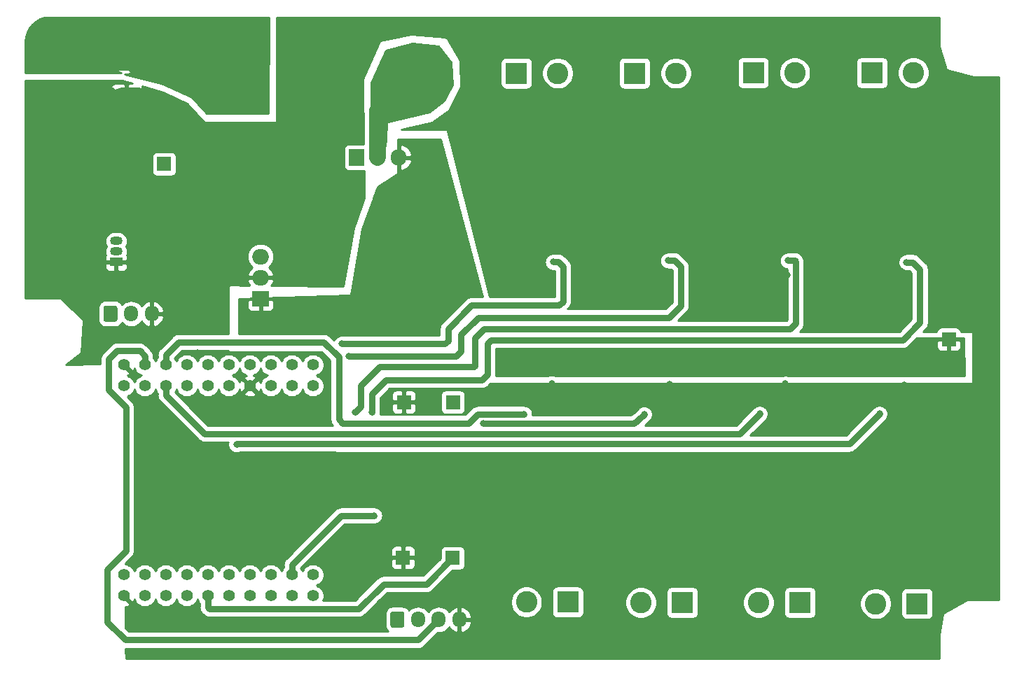
<source format=gbl>
G04 #@! TF.GenerationSoftware,KiCad,Pcbnew,5.1.11-e4df9d881f~92~ubuntu20.04.1*
G04 #@! TF.CreationDate,2021-10-29T00:11:59+02:00*
G04 #@! TF.ProjectId,CC dimmer low voltage,43432064-696d-46d6-9572-206c6f772076,0.95*
G04 #@! TF.SameCoordinates,Original*
G04 #@! TF.FileFunction,Copper,L2,Bot*
G04 #@! TF.FilePolarity,Positive*
%FSLAX46Y46*%
G04 Gerber Fmt 4.6, Leading zero omitted, Abs format (unit mm)*
G04 Created by KiCad (PCBNEW 5.1.11-e4df9d881f~92~ubuntu20.04.1) date 2021-10-29 00:11:59*
%MOMM*%
%LPD*%
G01*
G04 APERTURE LIST*
G04 #@! TA.AperFunction,ComponentPad*
%ADD10C,3.000000*%
G04 #@! TD*
G04 #@! TA.AperFunction,ComponentPad*
%ADD11C,1.400000*%
G04 #@! TD*
G04 #@! TA.AperFunction,ComponentPad*
%ADD12R,1.700000X1.700000*%
G04 #@! TD*
G04 #@! TA.AperFunction,ComponentPad*
%ADD13O,1.700000X1.950000*%
G04 #@! TD*
G04 #@! TA.AperFunction,ComponentPad*
%ADD14O,1.905000X2.000000*%
G04 #@! TD*
G04 #@! TA.AperFunction,ComponentPad*
%ADD15R,1.905000X2.000000*%
G04 #@! TD*
G04 #@! TA.AperFunction,ComponentPad*
%ADD16O,1.500000X1.050000*%
G04 #@! TD*
G04 #@! TA.AperFunction,ComponentPad*
%ADD17R,1.500000X1.050000*%
G04 #@! TD*
G04 #@! TA.AperFunction,ComponentPad*
%ADD18R,2.000000X1.905000*%
G04 #@! TD*
G04 #@! TA.AperFunction,ComponentPad*
%ADD19O,2.000000X1.905000*%
G04 #@! TD*
G04 #@! TA.AperFunction,ComponentPad*
%ADD20C,2.600000*%
G04 #@! TD*
G04 #@! TA.AperFunction,ComponentPad*
%ADD21R,2.600000X2.600000*%
G04 #@! TD*
G04 #@! TA.AperFunction,ViaPad*
%ADD22C,0.800000*%
G04 #@! TD*
G04 #@! TA.AperFunction,Conductor*
%ADD23C,2.999999*%
G04 #@! TD*
G04 #@! TA.AperFunction,Conductor*
%ADD24C,2.000000*%
G04 #@! TD*
G04 #@! TA.AperFunction,Conductor*
%ADD25C,0.800000*%
G04 #@! TD*
G04 #@! TA.AperFunction,Conductor*
%ADD26C,0.254000*%
G04 #@! TD*
G04 #@! TA.AperFunction,Conductor*
%ADD27C,0.150000*%
G04 #@! TD*
G04 APERTURE END LIST*
D10*
X145186400Y-47828200D03*
X122586400Y-47828200D03*
D11*
X132562600Y-83108800D03*
X132562600Y-85648800D03*
X130022600Y-83108800D03*
X130022600Y-85648800D03*
X127482600Y-83108800D03*
X127482600Y-85648800D03*
X124942600Y-83108800D03*
X124942600Y-85648800D03*
X122402600Y-83108800D03*
X122402600Y-85648800D03*
X119862600Y-83108800D03*
X119862600Y-85648800D03*
X117322600Y-83108800D03*
X117322600Y-85648800D03*
X114782600Y-83108800D03*
X114782600Y-85648800D03*
X112242600Y-83108800D03*
X112242600Y-85648800D03*
X109702600Y-83108800D03*
X109702600Y-85648800D03*
X132562600Y-108508800D03*
X132562600Y-111048800D03*
X130022600Y-108508800D03*
X130022600Y-111048800D03*
X127482600Y-108508800D03*
X127482600Y-111048800D03*
X124942600Y-108508800D03*
X124942600Y-111048800D03*
X122402600Y-108508800D03*
X122402600Y-111048800D03*
X119862600Y-108508800D03*
X119862600Y-111048800D03*
X117322600Y-108508800D03*
X117322600Y-111048800D03*
X114782600Y-108508800D03*
X114782600Y-111048800D03*
X112242600Y-108508800D03*
X112242600Y-111048800D03*
X109702600Y-111048800D03*
X109702600Y-108508800D03*
D12*
X149453600Y-106476800D03*
X149479000Y-87604600D03*
G04 #@! TA.AperFunction,ComponentPad*
G36*
G01*
X107227000Y-77636200D02*
X107227000Y-76186200D01*
G75*
G02*
X107477000Y-75936200I250000J0D01*
G01*
X108677000Y-75936200D01*
G75*
G02*
X108927000Y-76186200I0J-250000D01*
G01*
X108927000Y-77636200D01*
G75*
G02*
X108677000Y-77886200I-250000J0D01*
G01*
X107477000Y-77886200D01*
G75*
G02*
X107227000Y-77636200I0J250000D01*
G01*
G37*
G04 #@! TD.AperFunction*
D13*
X110577000Y-76911200D03*
X113077000Y-76911200D03*
G04 #@! TA.AperFunction,ComponentPad*
G36*
G01*
X141923400Y-114644000D02*
X141923400Y-113194000D01*
G75*
G02*
X142173400Y-112944000I250000J0D01*
G01*
X143373400Y-112944000D01*
G75*
G02*
X143623400Y-113194000I0J-250000D01*
G01*
X143623400Y-114644000D01*
G75*
G02*
X143373400Y-114894000I-250000J0D01*
G01*
X142173400Y-114894000D01*
G75*
G02*
X141923400Y-114644000I0J250000D01*
G01*
G37*
G04 #@! TD.AperFunction*
X145273400Y-113919000D03*
X147773400Y-113919000D03*
X150273400Y-113919000D03*
D12*
X143560800Y-87604600D03*
X143459200Y-106426000D03*
X209423000Y-80010000D03*
X114579400Y-58801000D03*
D14*
X142951200Y-58013600D03*
X140411200Y-58013600D03*
D15*
X137871200Y-58013600D03*
D16*
X108788200Y-69392800D03*
X108788200Y-68122800D03*
D17*
X108788200Y-70662800D03*
D18*
X126238000Y-75082400D03*
D19*
X126238000Y-72542400D03*
X126238000Y-70002400D03*
D20*
X162162500Y-47815500D03*
D21*
X157162500Y-47815500D03*
D20*
X176450000Y-47815500D03*
D21*
X171450000Y-47815500D03*
D20*
X190801000Y-47752000D03*
D21*
X185801000Y-47752000D03*
D20*
X205152000Y-47752000D03*
D21*
X200152000Y-47752000D03*
X205600300Y-111988600D03*
D20*
X200600300Y-111988600D03*
D21*
X191439800Y-111861600D03*
D20*
X186439800Y-111861600D03*
D21*
X177215800Y-111861600D03*
D20*
X172215800Y-111861600D03*
D21*
X163372800Y-111798100D03*
D20*
X158372800Y-111798100D03*
D21*
X110032800Y-50977800D03*
D20*
X110032800Y-45977800D03*
D22*
X168122600Y-86741000D03*
X158013400Y-87553800D03*
X172212000Y-87604600D03*
X182245000Y-86766400D03*
X161213800Y-72466200D03*
X155016200Y-72644000D03*
X161417000Y-88823800D03*
X158242000Y-70358000D03*
X175641000Y-89408000D03*
X186232800Y-87655400D03*
X189674500Y-89535000D03*
X211150200Y-87401400D03*
X200558400Y-87630000D03*
X204023000Y-88707000D03*
X172440600Y-70332600D03*
X165785800Y-72567800D03*
X175641000Y-72466200D03*
X186969400Y-70307200D03*
X189925000Y-72263000D03*
X180060600Y-72567800D03*
X204470000Y-72263000D03*
X201218800Y-70205600D03*
X194310000Y-72593200D03*
X208203800Y-64922400D03*
X212090000Y-49301400D03*
X195859400Y-43967400D03*
X181533800Y-43891200D03*
X166928800Y-43815000D03*
X196342000Y-59385200D03*
X182041800Y-59385200D03*
X167716200Y-59461400D03*
X193421000Y-64922400D03*
X179146200Y-65074800D03*
X164947600Y-65024000D03*
X169545000Y-94869000D03*
X183667400Y-94894400D03*
X197815200Y-94919800D03*
X166725600Y-115417600D03*
X180797200Y-115519200D03*
X194919600Y-115519200D03*
X207162400Y-116636800D03*
X166446200Y-105613200D03*
X180263800Y-105689400D03*
X194741800Y-105740200D03*
X211531200Y-110439200D03*
X206756000Y-95173800D03*
X178358800Y-95148400D03*
X164109400Y-94996000D03*
X192506600Y-95173800D03*
X196570600Y-86715600D03*
X198348600Y-64541400D03*
X184454800Y-64541400D03*
X170230800Y-64795400D03*
X155473400Y-64795400D03*
X167817800Y-51943000D03*
X182219600Y-52146200D03*
X196494400Y-51816000D03*
X165862000Y-100330000D03*
X179832000Y-100330000D03*
X211455000Y-102438200D03*
X194437000Y-100330000D03*
X212928200Y-94564200D03*
X212090000Y-70510400D03*
X212090000Y-57378600D03*
X214122000Y-80010000D03*
X158242000Y-74549000D03*
X172532000Y-74549000D03*
X201234000Y-74422000D03*
X187010000Y-74422000D03*
X161417000Y-85369400D03*
X175641000Y-85445600D03*
X189672000Y-85384600D03*
X204023000Y-85537000D03*
X207073500Y-86931500D03*
X192849500Y-86931500D03*
X178816000Y-86931500D03*
X164719000Y-86931500D03*
X169316400Y-72618600D03*
X183769000Y-72644000D03*
X197993000Y-72644000D03*
X118643400Y-81635600D03*
X127050800Y-61899800D03*
X137236200Y-64541400D03*
X130708400Y-43459400D03*
X136499600Y-53975000D03*
X137591800Y-43408600D03*
X120269000Y-55575200D03*
X102031800Y-59004200D03*
X101701600Y-70535800D03*
X112293400Y-73431400D03*
X128600200Y-95021400D03*
X106324400Y-80568800D03*
X144373600Y-111379000D03*
X113055400Y-88798400D03*
X114706400Y-102895400D03*
X118567200Y-95072200D03*
X111531400Y-96570800D03*
X153187400Y-94970600D03*
X152577800Y-105638600D03*
X137845800Y-104698800D03*
X100101400Y-51079400D03*
X110083600Y-55168800D03*
X148386800Y-53873400D03*
X153847800Y-59817000D03*
X152730200Y-43916600D03*
X158877000Y-82550000D03*
X166497000Y-82550000D03*
X172847000Y-82550000D03*
X180467000Y-82550000D03*
X187452000Y-82550000D03*
X195072000Y-82550000D03*
X201422000Y-82550000D03*
X135509000Y-77216000D03*
X146456400Y-78105000D03*
X149352000Y-73837800D03*
X141274800Y-67640200D03*
X147320000Y-64643000D03*
X209397600Y-83032600D03*
X102362000Y-44653200D03*
X116763800Y-44246800D03*
X136042400Y-80568800D03*
X161594800Y-70662800D03*
X175514000Y-70485000D03*
X136931400Y-82042000D03*
X189992000Y-70485000D03*
X137706100Y-88785700D03*
X204330300Y-70675500D03*
X139700000Y-88823800D03*
X201041000Y-89027000D03*
X186563000Y-89027000D03*
X172593000Y-89090500D03*
X123317000Y-92735400D03*
X153136600Y-90220800D03*
X158089600Y-89052400D03*
X139979400Y-101320600D03*
D23*
X110032800Y-50977800D02*
X109524800Y-50977800D01*
X110032800Y-50977800D02*
X111353600Y-50977800D01*
X111353600Y-50977800D02*
X111937800Y-51562000D01*
X111937800Y-51562000D02*
X111937800Y-52578000D01*
X111937800Y-52578000D02*
X111658400Y-52857400D01*
X111658400Y-52857400D02*
X108331000Y-52857400D01*
X108331000Y-52857400D02*
X107492800Y-52019200D01*
X107492800Y-52019200D02*
X107492800Y-50698400D01*
D24*
X140411200Y-58013600D02*
X140411200Y-52324000D01*
X143433800Y-47320200D02*
X144056100Y-46697900D01*
X143433800Y-49504600D02*
X143433800Y-47320200D01*
X145186400Y-47828200D02*
X144056100Y-46697900D01*
X145186400Y-47828200D02*
X145186400Y-46609000D01*
X145186400Y-46609000D02*
X145440400Y-46355000D01*
X145440400Y-46355000D02*
X146431000Y-46355000D01*
X146431000Y-46355000D02*
X147167600Y-47091600D01*
X147167600Y-47091600D02*
X147167600Y-47625000D01*
X147167600Y-47625000D02*
X144957800Y-49834800D01*
D23*
X122586400Y-47828200D02*
X122586400Y-45624400D01*
X122586400Y-45624400D02*
X120599200Y-47611600D01*
X120599200Y-47611600D02*
X120599200Y-49403000D01*
X120599200Y-49403000D02*
X123113800Y-49403000D01*
X123113800Y-49403000D02*
X124968000Y-47548800D01*
X110032800Y-45977800D02*
X108055400Y-45977800D01*
X108055400Y-45977800D02*
X109126000Y-44907200D01*
X109126000Y-44907200D02*
X109753400Y-44907200D01*
X109753400Y-44907200D02*
X111455200Y-46609000D01*
D25*
X161594800Y-70662800D02*
X162255200Y-70662800D01*
X162255200Y-70662800D02*
X162814000Y-71221600D01*
X162814000Y-71221600D02*
X162814000Y-75412600D01*
X162814000Y-75412600D02*
X162331400Y-75895200D01*
X162331400Y-75895200D02*
X151739600Y-75895200D01*
X151739600Y-75895200D02*
X148894800Y-78740000D01*
X148894800Y-78740000D02*
X148894800Y-80162400D01*
X148488400Y-80568800D02*
X136042400Y-80568800D01*
X148894800Y-80162400D02*
X148488400Y-80568800D01*
X175514000Y-70485000D02*
X176301400Y-70485000D01*
X176301400Y-70485000D02*
X177012600Y-71196200D01*
X177012600Y-71196200D02*
X177012600Y-75946000D01*
X177012600Y-75946000D02*
X175590200Y-77368400D01*
X175590200Y-77368400D02*
X152527000Y-77368400D01*
X152527000Y-77368400D02*
X150469600Y-79425800D01*
X150469600Y-79425800D02*
X150469600Y-81457800D01*
X149885400Y-82042000D02*
X136931400Y-82042000D01*
X150469600Y-81457800D02*
X149885400Y-82042000D01*
X190925001Y-70579801D02*
X190830200Y-70485000D01*
X190271400Y-78765400D02*
X190925001Y-78111799D01*
X152146000Y-79883000D02*
X153263600Y-78765400D01*
X152146000Y-83210400D02*
X152146000Y-79883000D01*
X190925001Y-78111799D02*
X190925001Y-70579801D01*
X151993600Y-83362800D02*
X152146000Y-83210400D01*
X140614400Y-83362800D02*
X151993600Y-83362800D01*
X153263600Y-78765400D02*
X190271400Y-78765400D01*
X138328400Y-85648800D02*
X140614400Y-83362800D01*
X138328400Y-88163400D02*
X138328400Y-85648800D01*
X190830200Y-70485000D02*
X189992000Y-70485000D01*
X137706100Y-88785700D02*
X138328400Y-88163400D01*
X204330300Y-70675500D02*
X205092300Y-70675500D01*
X205092300Y-70675500D02*
X205943200Y-71526400D01*
X205943200Y-71526400D02*
X205943200Y-78003400D01*
X205943200Y-78003400D02*
X203860400Y-80086200D01*
X139700000Y-88823800D02*
X139700000Y-88823800D01*
X139700000Y-88823800D02*
X139700000Y-86614000D01*
X139700000Y-86614000D02*
X141376400Y-84937600D01*
X141376400Y-84937600D02*
X152984200Y-84937600D01*
X152984200Y-84937600D02*
X153644600Y-84277200D01*
X153644600Y-84277200D02*
X153644600Y-80543400D01*
X154101800Y-80086200D02*
X203860400Y-80086200D01*
X153644600Y-80543400D02*
X154101800Y-80086200D01*
X184848500Y-90741500D02*
X184531000Y-91059000D01*
X186563000Y-89027000D02*
X184848500Y-90741500D01*
X172593000Y-89090500D02*
X171894500Y-89789000D01*
X171894500Y-89789000D02*
X171831000Y-89789000D01*
X171831000Y-89789000D02*
X171577000Y-90043000D01*
X197408800Y-92659200D02*
X201041000Y-89027000D01*
X136220200Y-92659200D02*
X197408800Y-92659200D01*
X135432800Y-92659200D02*
X136220200Y-92659200D01*
X123418600Y-92633800D02*
X123317000Y-92735400D01*
X136194800Y-92633800D02*
X123418600Y-92633800D01*
X136220200Y-92659200D02*
X136194800Y-92633800D01*
X184150000Y-91440000D02*
X184848500Y-90741500D01*
X119456200Y-91440000D02*
X184150000Y-91440000D01*
X114782600Y-86766400D02*
X117157500Y-89141300D01*
X114782600Y-85648800D02*
X114782600Y-86766400D01*
X117157500Y-89141300D02*
X119456200Y-91440000D01*
X171831000Y-89789000D02*
X171399200Y-90220800D01*
X171399200Y-90220800D02*
X153136600Y-90220800D01*
X153136600Y-90220800D02*
X153136600Y-90220800D01*
X133858000Y-80340200D02*
X116332000Y-80340200D01*
X135686800Y-82169000D02*
X133858000Y-80340200D01*
X116332000Y-80340200D02*
X114782600Y-81889600D01*
X135686800Y-89712800D02*
X135686800Y-82169000D01*
X136118600Y-90144600D02*
X135686800Y-89712800D01*
X114782600Y-81889600D02*
X114782600Y-83108800D01*
X151409400Y-90144600D02*
X136118600Y-90144600D01*
X152501600Y-89052400D02*
X151409400Y-90144600D01*
X158089600Y-89052400D02*
X152501600Y-89052400D01*
X112242600Y-83108800D02*
X112242600Y-82016600D01*
X112242600Y-82016600D02*
X111633000Y-81407000D01*
X111633000Y-81407000D02*
X108889800Y-81407000D01*
X108889800Y-81407000D02*
X107873800Y-82423000D01*
X107873800Y-82423000D02*
X107873800Y-86156800D01*
X107873800Y-86156800D02*
X109982000Y-88265000D01*
X109982000Y-88265000D02*
X109982000Y-105562400D01*
X109982000Y-105562400D02*
X107670600Y-107873800D01*
X107670600Y-107873800D02*
X107670600Y-114198400D01*
X107670600Y-114198400D02*
X109855000Y-116382800D01*
X145309600Y-116382800D02*
X147773400Y-113919000D01*
X109855000Y-116382800D02*
X145309600Y-116382800D01*
X130022600Y-107289600D02*
X130022600Y-108508800D01*
X135991600Y-101320600D02*
X130022600Y-107289600D01*
X139979400Y-101320600D02*
X135991600Y-101320600D01*
X119862600Y-111048800D02*
X119862600Y-112445800D01*
X119862600Y-112445800D02*
X120015000Y-112598200D01*
X120015000Y-112598200D02*
X138125200Y-112598200D01*
X138125200Y-112598200D02*
X141097000Y-109626400D01*
X146304000Y-109626400D02*
X149453600Y-106476800D01*
X141097000Y-109626400D02*
X146304000Y-109626400D01*
D26*
X215483827Y-85874867D02*
X212337789Y-85883404D01*
X212350213Y-74509919D01*
X215479802Y-74485627D01*
X215483827Y-85874867D01*
G04 #@! TA.AperFunction,Conductor*
D27*
G36*
X215483827Y-85874867D02*
G01*
X212337789Y-85883404D01*
X212350213Y-74509919D01*
X215479802Y-74485627D01*
X215483827Y-85874867D01*
G37*
G04 #@! TD.AperFunction*
D26*
X127203426Y-52679178D02*
X119739471Y-52654381D01*
X117821047Y-50636299D01*
X117802207Y-50620023D01*
X117779427Y-50607240D01*
X114803664Y-49319853D01*
X121274352Y-49319853D01*
X121430362Y-49635414D01*
X121805145Y-49826220D01*
X122209951Y-49940244D01*
X122629224Y-49973102D01*
X123046851Y-49923534D01*
X123446783Y-49793443D01*
X123742438Y-49635414D01*
X123898448Y-49319853D01*
X122586400Y-48007805D01*
X121274352Y-49319853D01*
X114803664Y-49319853D01*
X114198027Y-49057840D01*
X114179953Y-49051590D01*
X109817240Y-47902273D01*
X110083529Y-47921501D01*
X110461751Y-47874257D01*
X110471486Y-47871024D01*
X120441498Y-47871024D01*
X120491066Y-48288651D01*
X120621157Y-48688583D01*
X120779186Y-48984238D01*
X121094747Y-49140248D01*
X122406795Y-47828200D01*
X122766005Y-47828200D01*
X124078053Y-49140248D01*
X124393614Y-48984238D01*
X124584420Y-48609455D01*
X124698444Y-48204649D01*
X124731302Y-47785376D01*
X124681734Y-47367749D01*
X124551643Y-46967817D01*
X124393614Y-46672162D01*
X124078053Y-46516152D01*
X122766005Y-47828200D01*
X122406795Y-47828200D01*
X121094747Y-46516152D01*
X120779186Y-46672162D01*
X120588380Y-47046945D01*
X120474356Y-47451751D01*
X120441498Y-47871024D01*
X110471486Y-47871024D01*
X110823490Y-47754133D01*
X111070483Y-47622112D01*
X111202419Y-47327024D01*
X110032800Y-46157405D01*
X108863181Y-47327024D01*
X108995117Y-47622112D01*
X109335845Y-47792959D01*
X109370988Y-47802626D01*
X97814600Y-47764168D01*
X97814600Y-46028529D01*
X108089099Y-46028529D01*
X108136343Y-46406751D01*
X108256467Y-46768490D01*
X108388488Y-47015483D01*
X108683576Y-47147419D01*
X109853195Y-45977800D01*
X110212405Y-45977800D01*
X111382024Y-47147419D01*
X111677112Y-47015483D01*
X111847959Y-46674755D01*
X111940989Y-46336547D01*
X121274352Y-46336547D01*
X122586400Y-47648595D01*
X123898448Y-46336547D01*
X123742438Y-46020986D01*
X123367655Y-45830180D01*
X122962849Y-45716156D01*
X122543576Y-45683298D01*
X122125949Y-45732866D01*
X121726017Y-45862957D01*
X121430362Y-46020986D01*
X121274352Y-46336547D01*
X111940989Y-46336547D01*
X111949050Y-46307243D01*
X111976501Y-45927071D01*
X111929257Y-45548849D01*
X111809133Y-45187110D01*
X111677112Y-44940117D01*
X111382024Y-44808181D01*
X110212405Y-45977800D01*
X109853195Y-45977800D01*
X108683576Y-44808181D01*
X108388488Y-44940117D01*
X108217641Y-45280845D01*
X108116550Y-45648357D01*
X108089099Y-46028529D01*
X97814600Y-46028529D01*
X97814600Y-44628576D01*
X108863181Y-44628576D01*
X110032800Y-45798195D01*
X111202419Y-44628576D01*
X111070483Y-44333488D01*
X110729755Y-44162641D01*
X110362243Y-44061550D01*
X109982071Y-44034099D01*
X109603849Y-44081343D01*
X109242110Y-44201467D01*
X108995117Y-44333488D01*
X108863181Y-44628576D01*
X97814600Y-44628576D01*
X97814600Y-43950104D01*
X97872500Y-43359591D01*
X98034266Y-42823798D01*
X98297019Y-42329631D01*
X98650753Y-41895910D01*
X99081993Y-41539157D01*
X99574319Y-41272958D01*
X100108965Y-41107457D01*
X100697505Y-41045600D01*
X127224089Y-41045600D01*
X127203426Y-52679178D01*
G04 #@! TA.AperFunction,Conductor*
D27*
G36*
X127203426Y-52679178D02*
G01*
X119739471Y-52654381D01*
X117821047Y-50636299D01*
X117802207Y-50620023D01*
X117779427Y-50607240D01*
X114803664Y-49319853D01*
X121274352Y-49319853D01*
X121430362Y-49635414D01*
X121805145Y-49826220D01*
X122209951Y-49940244D01*
X122629224Y-49973102D01*
X123046851Y-49923534D01*
X123446783Y-49793443D01*
X123742438Y-49635414D01*
X123898448Y-49319853D01*
X122586400Y-48007805D01*
X121274352Y-49319853D01*
X114803664Y-49319853D01*
X114198027Y-49057840D01*
X114179953Y-49051590D01*
X109817240Y-47902273D01*
X110083529Y-47921501D01*
X110461751Y-47874257D01*
X110471486Y-47871024D01*
X120441498Y-47871024D01*
X120491066Y-48288651D01*
X120621157Y-48688583D01*
X120779186Y-48984238D01*
X121094747Y-49140248D01*
X122406795Y-47828200D01*
X122766005Y-47828200D01*
X124078053Y-49140248D01*
X124393614Y-48984238D01*
X124584420Y-48609455D01*
X124698444Y-48204649D01*
X124731302Y-47785376D01*
X124681734Y-47367749D01*
X124551643Y-46967817D01*
X124393614Y-46672162D01*
X124078053Y-46516152D01*
X122766005Y-47828200D01*
X122406795Y-47828200D01*
X121094747Y-46516152D01*
X120779186Y-46672162D01*
X120588380Y-47046945D01*
X120474356Y-47451751D01*
X120441498Y-47871024D01*
X110471486Y-47871024D01*
X110823490Y-47754133D01*
X111070483Y-47622112D01*
X111202419Y-47327024D01*
X110032800Y-46157405D01*
X108863181Y-47327024D01*
X108995117Y-47622112D01*
X109335845Y-47792959D01*
X109370988Y-47802626D01*
X97814600Y-47764168D01*
X97814600Y-46028529D01*
X108089099Y-46028529D01*
X108136343Y-46406751D01*
X108256467Y-46768490D01*
X108388488Y-47015483D01*
X108683576Y-47147419D01*
X109853195Y-45977800D01*
X110212405Y-45977800D01*
X111382024Y-47147419D01*
X111677112Y-47015483D01*
X111847959Y-46674755D01*
X111940989Y-46336547D01*
X121274352Y-46336547D01*
X122586400Y-47648595D01*
X123898448Y-46336547D01*
X123742438Y-46020986D01*
X123367655Y-45830180D01*
X122962849Y-45716156D01*
X122543576Y-45683298D01*
X122125949Y-45732866D01*
X121726017Y-45862957D01*
X121430362Y-46020986D01*
X121274352Y-46336547D01*
X111940989Y-46336547D01*
X111949050Y-46307243D01*
X111976501Y-45927071D01*
X111929257Y-45548849D01*
X111809133Y-45187110D01*
X111677112Y-44940117D01*
X111382024Y-44808181D01*
X110212405Y-45977800D01*
X109853195Y-45977800D01*
X108683576Y-44808181D01*
X108388488Y-44940117D01*
X108217641Y-45280845D01*
X108116550Y-45648357D01*
X108089099Y-46028529D01*
X97814600Y-46028529D01*
X97814600Y-44628576D01*
X108863181Y-44628576D01*
X110032800Y-45798195D01*
X111202419Y-44628576D01*
X111070483Y-44333488D01*
X110729755Y-44162641D01*
X110362243Y-44061550D01*
X109982071Y-44034099D01*
X109603849Y-44081343D01*
X109242110Y-44201467D01*
X108995117Y-44333488D01*
X108863181Y-44628576D01*
X97814600Y-44628576D01*
X97814600Y-43950104D01*
X97872500Y-43359591D01*
X98034266Y-42823798D01*
X98297019Y-42329631D01*
X98650753Y-41895910D01*
X99081993Y-41539157D01*
X99574319Y-41272958D01*
X100108965Y-41107457D01*
X100697505Y-41045600D01*
X127224089Y-41045600D01*
X127203426Y-52679178D01*
G37*
G04 #@! TD.AperFunction*
D26*
X211324935Y-84404314D02*
X190055069Y-84422996D01*
X189973898Y-84389374D01*
X189773939Y-84349600D01*
X189570061Y-84349600D01*
X189370102Y-84389374D01*
X189287303Y-84423671D01*
X175867909Y-84435458D01*
X175742939Y-84410600D01*
X175539061Y-84410600D01*
X175412078Y-84435858D01*
X161896476Y-84447730D01*
X161718898Y-84374174D01*
X161518939Y-84334400D01*
X161315061Y-84334400D01*
X161115102Y-84374174D01*
X160935486Y-84448574D01*
X154667186Y-84454080D01*
X154679600Y-84328038D01*
X154679600Y-84328035D01*
X154684607Y-84277200D01*
X154679600Y-84226365D01*
X154679600Y-81121200D01*
X203809572Y-81121200D01*
X203860400Y-81126206D01*
X203911228Y-81121200D01*
X203911238Y-81121200D01*
X204063295Y-81106224D01*
X204258393Y-81047041D01*
X204438197Y-80950934D01*
X204549000Y-80860000D01*
X207934928Y-80860000D01*
X207947188Y-80984482D01*
X207983498Y-81104180D01*
X208042463Y-81214494D01*
X208121815Y-81311185D01*
X208218506Y-81390537D01*
X208328820Y-81449502D01*
X208448518Y-81485812D01*
X208573000Y-81498072D01*
X209137250Y-81495000D01*
X209296000Y-81336250D01*
X209296000Y-80137000D01*
X209550000Y-80137000D01*
X209550000Y-81336250D01*
X209708750Y-81495000D01*
X210273000Y-81498072D01*
X210397482Y-81485812D01*
X210517180Y-81449502D01*
X210627494Y-81390537D01*
X210724185Y-81311185D01*
X210803537Y-81214494D01*
X210862502Y-81104180D01*
X210898812Y-80984482D01*
X210911072Y-80860000D01*
X210908000Y-80295750D01*
X210749250Y-80137000D01*
X209550000Y-80137000D01*
X209296000Y-80137000D01*
X208096750Y-80137000D01*
X207938000Y-80295750D01*
X207934928Y-80860000D01*
X204549000Y-80860000D01*
X204595796Y-80821596D01*
X204628207Y-80782103D01*
X205537459Y-79872851D01*
X208085481Y-79871731D01*
X208096750Y-79883000D01*
X209296000Y-79883000D01*
X209296000Y-79871199D01*
X209550000Y-79871088D01*
X209550000Y-79883000D01*
X210749250Y-79883000D01*
X210761695Y-79870555D01*
X211216697Y-79870355D01*
X211324935Y-84404314D01*
G04 #@! TA.AperFunction,Conductor*
D27*
G36*
X211324935Y-84404314D02*
G01*
X190055069Y-84422996D01*
X189973898Y-84389374D01*
X189773939Y-84349600D01*
X189570061Y-84349600D01*
X189370102Y-84389374D01*
X189287303Y-84423671D01*
X175867909Y-84435458D01*
X175742939Y-84410600D01*
X175539061Y-84410600D01*
X175412078Y-84435858D01*
X161896476Y-84447730D01*
X161718898Y-84374174D01*
X161518939Y-84334400D01*
X161315061Y-84334400D01*
X161115102Y-84374174D01*
X160935486Y-84448574D01*
X154667186Y-84454080D01*
X154679600Y-84328038D01*
X154679600Y-84328035D01*
X154684607Y-84277200D01*
X154679600Y-84226365D01*
X154679600Y-81121200D01*
X203809572Y-81121200D01*
X203860400Y-81126206D01*
X203911228Y-81121200D01*
X203911238Y-81121200D01*
X204063295Y-81106224D01*
X204258393Y-81047041D01*
X204438197Y-80950934D01*
X204549000Y-80860000D01*
X207934928Y-80860000D01*
X207947188Y-80984482D01*
X207983498Y-81104180D01*
X208042463Y-81214494D01*
X208121815Y-81311185D01*
X208218506Y-81390537D01*
X208328820Y-81449502D01*
X208448518Y-81485812D01*
X208573000Y-81498072D01*
X209137250Y-81495000D01*
X209296000Y-81336250D01*
X209296000Y-80137000D01*
X209550000Y-80137000D01*
X209550000Y-81336250D01*
X209708750Y-81495000D01*
X210273000Y-81498072D01*
X210397482Y-81485812D01*
X210517180Y-81449502D01*
X210627494Y-81390537D01*
X210724185Y-81311185D01*
X210803537Y-81214494D01*
X210862502Y-81104180D01*
X210898812Y-80984482D01*
X210911072Y-80860000D01*
X210908000Y-80295750D01*
X210749250Y-80137000D01*
X209550000Y-80137000D01*
X209296000Y-80137000D01*
X208096750Y-80137000D01*
X207938000Y-80295750D01*
X207934928Y-80860000D01*
X204549000Y-80860000D01*
X204595796Y-80821596D01*
X204628207Y-80782103D01*
X205537459Y-79872851D01*
X208085481Y-79871731D01*
X208096750Y-79883000D01*
X209296000Y-79883000D01*
X209296000Y-79871199D01*
X209550000Y-79871088D01*
X209550000Y-79883000D01*
X210749250Y-79883000D01*
X210761695Y-79870555D01*
X211216697Y-79870355D01*
X211324935Y-84404314D01*
G37*
G04 #@! TD.AperFunction*
D26*
X153048848Y-74860200D02*
X151790435Y-74860200D01*
X151739600Y-74855193D01*
X151688765Y-74860200D01*
X151688762Y-74860200D01*
X151536705Y-74875176D01*
X151341607Y-74934359D01*
X151302242Y-74955400D01*
X151161802Y-75030466D01*
X151043692Y-75127397D01*
X151004204Y-75159804D01*
X150971797Y-75199292D01*
X148198897Y-77972193D01*
X148159404Y-78004604D01*
X148030066Y-78162203D01*
X147933959Y-78342008D01*
X147874776Y-78537106D01*
X147859800Y-78689163D01*
X147859800Y-78689172D01*
X147854794Y-78740000D01*
X147859800Y-78790828D01*
X147859801Y-79533800D01*
X135940461Y-79533800D01*
X135890343Y-79543769D01*
X135839505Y-79548776D01*
X135790623Y-79563604D01*
X135740502Y-79573574D01*
X135693287Y-79593131D01*
X135644407Y-79607959D01*
X135599358Y-79632038D01*
X135552144Y-79651595D01*
X135509654Y-79679986D01*
X135464603Y-79704066D01*
X135425116Y-79736472D01*
X135382626Y-79764863D01*
X135346492Y-79800997D01*
X135307004Y-79833404D01*
X135274597Y-79872892D01*
X135238463Y-79909026D01*
X135210072Y-79951516D01*
X135177666Y-79991003D01*
X135153586Y-80036054D01*
X135125195Y-80078544D01*
X135106116Y-80124605D01*
X134625807Y-79644297D01*
X134593396Y-79604804D01*
X134435797Y-79475466D01*
X134255993Y-79379359D01*
X134060895Y-79320176D01*
X133908838Y-79305200D01*
X133908828Y-79305200D01*
X133858000Y-79300194D01*
X133807172Y-79305200D01*
X123578574Y-79305200D01*
X123571007Y-78866314D01*
X123589512Y-76034900D01*
X124599928Y-76034900D01*
X124612188Y-76159382D01*
X124648498Y-76279080D01*
X124707463Y-76389394D01*
X124786815Y-76486085D01*
X124883506Y-76565437D01*
X124993820Y-76624402D01*
X125113518Y-76660712D01*
X125238000Y-76672972D01*
X125952250Y-76669900D01*
X126111000Y-76511150D01*
X126111000Y-75209400D01*
X126365000Y-75209400D01*
X126365000Y-76511150D01*
X126523750Y-76669900D01*
X127238000Y-76672972D01*
X127362482Y-76660712D01*
X127482180Y-76624402D01*
X127592494Y-76565437D01*
X127689185Y-76486085D01*
X127768537Y-76389394D01*
X127827502Y-76279080D01*
X127863812Y-76159382D01*
X127876072Y-76034900D01*
X127873000Y-75368150D01*
X127714250Y-75209400D01*
X126365000Y-75209400D01*
X126111000Y-75209400D01*
X124761750Y-75209400D01*
X124603000Y-75368150D01*
X124599928Y-76034900D01*
X123589512Y-76034900D01*
X123595595Y-75104299D01*
X137011173Y-74726750D01*
X137035871Y-74723613D01*
X137059482Y-74715719D01*
X137081100Y-74703370D01*
X137099893Y-74687041D01*
X137115140Y-74667359D01*
X137126253Y-74645081D01*
X137132652Y-74621961D01*
X138553083Y-66606673D01*
X139895384Y-62959666D01*
X139896683Y-62955961D01*
X140365557Y-61549340D01*
X142793298Y-59922503D01*
X142812522Y-59906683D01*
X142828290Y-59887417D01*
X142839997Y-59865445D01*
X142847193Y-59841611D01*
X142849599Y-59816610D01*
X142844458Y-58140600D01*
X143078200Y-58140600D01*
X143078200Y-59484194D01*
X143324180Y-59604163D01*
X143542294Y-59533171D01*
X143818123Y-59389569D01*
X144060637Y-59194915D01*
X144260516Y-58956689D01*
X144410079Y-58684046D01*
X144503578Y-58387463D01*
X144376770Y-58140600D01*
X143078200Y-58140600D01*
X142844458Y-58140600D01*
X142839558Y-56543006D01*
X143078200Y-56543006D01*
X143078200Y-57886600D01*
X144376770Y-57886600D01*
X144503578Y-57639737D01*
X144410079Y-57343154D01*
X144260516Y-57070511D01*
X144060637Y-56832285D01*
X143818123Y-56637631D01*
X143542294Y-56494029D01*
X143324180Y-56423037D01*
X143078200Y-56543006D01*
X142839558Y-56543006D01*
X142837290Y-55803800D01*
X147971706Y-55803800D01*
X153048848Y-74860200D01*
G04 #@! TA.AperFunction,Conductor*
D27*
G36*
X153048848Y-74860200D02*
G01*
X151790435Y-74860200D01*
X151739600Y-74855193D01*
X151688765Y-74860200D01*
X151688762Y-74860200D01*
X151536705Y-74875176D01*
X151341607Y-74934359D01*
X151302242Y-74955400D01*
X151161802Y-75030466D01*
X151043692Y-75127397D01*
X151004204Y-75159804D01*
X150971797Y-75199292D01*
X148198897Y-77972193D01*
X148159404Y-78004604D01*
X148030066Y-78162203D01*
X147933959Y-78342008D01*
X147874776Y-78537106D01*
X147859800Y-78689163D01*
X147859800Y-78689172D01*
X147854794Y-78740000D01*
X147859800Y-78790828D01*
X147859801Y-79533800D01*
X135940461Y-79533800D01*
X135890343Y-79543769D01*
X135839505Y-79548776D01*
X135790623Y-79563604D01*
X135740502Y-79573574D01*
X135693287Y-79593131D01*
X135644407Y-79607959D01*
X135599358Y-79632038D01*
X135552144Y-79651595D01*
X135509654Y-79679986D01*
X135464603Y-79704066D01*
X135425116Y-79736472D01*
X135382626Y-79764863D01*
X135346492Y-79800997D01*
X135307004Y-79833404D01*
X135274597Y-79872892D01*
X135238463Y-79909026D01*
X135210072Y-79951516D01*
X135177666Y-79991003D01*
X135153586Y-80036054D01*
X135125195Y-80078544D01*
X135106116Y-80124605D01*
X134625807Y-79644297D01*
X134593396Y-79604804D01*
X134435797Y-79475466D01*
X134255993Y-79379359D01*
X134060895Y-79320176D01*
X133908838Y-79305200D01*
X133908828Y-79305200D01*
X133858000Y-79300194D01*
X133807172Y-79305200D01*
X123578574Y-79305200D01*
X123571007Y-78866314D01*
X123589512Y-76034900D01*
X124599928Y-76034900D01*
X124612188Y-76159382D01*
X124648498Y-76279080D01*
X124707463Y-76389394D01*
X124786815Y-76486085D01*
X124883506Y-76565437D01*
X124993820Y-76624402D01*
X125113518Y-76660712D01*
X125238000Y-76672972D01*
X125952250Y-76669900D01*
X126111000Y-76511150D01*
X126111000Y-75209400D01*
X126365000Y-75209400D01*
X126365000Y-76511150D01*
X126523750Y-76669900D01*
X127238000Y-76672972D01*
X127362482Y-76660712D01*
X127482180Y-76624402D01*
X127592494Y-76565437D01*
X127689185Y-76486085D01*
X127768537Y-76389394D01*
X127827502Y-76279080D01*
X127863812Y-76159382D01*
X127876072Y-76034900D01*
X127873000Y-75368150D01*
X127714250Y-75209400D01*
X126365000Y-75209400D01*
X126111000Y-75209400D01*
X124761750Y-75209400D01*
X124603000Y-75368150D01*
X124599928Y-76034900D01*
X123589512Y-76034900D01*
X123595595Y-75104299D01*
X137011173Y-74726750D01*
X137035871Y-74723613D01*
X137059482Y-74715719D01*
X137081100Y-74703370D01*
X137099893Y-74687041D01*
X137115140Y-74667359D01*
X137126253Y-74645081D01*
X137132652Y-74621961D01*
X138553083Y-66606673D01*
X139895384Y-62959666D01*
X139896683Y-62955961D01*
X140365557Y-61549340D01*
X142793298Y-59922503D01*
X142812522Y-59906683D01*
X142828290Y-59887417D01*
X142839997Y-59865445D01*
X142847193Y-59841611D01*
X142849599Y-59816610D01*
X142844458Y-58140600D01*
X143078200Y-58140600D01*
X143078200Y-59484194D01*
X143324180Y-59604163D01*
X143542294Y-59533171D01*
X143818123Y-59389569D01*
X144060637Y-59194915D01*
X144260516Y-58956689D01*
X144410079Y-58684046D01*
X144503578Y-58387463D01*
X144376770Y-58140600D01*
X143078200Y-58140600D01*
X142844458Y-58140600D01*
X142839558Y-56543006D01*
X143078200Y-56543006D01*
X143078200Y-57886600D01*
X144376770Y-57886600D01*
X144503578Y-57639737D01*
X144410079Y-57343154D01*
X144260516Y-57070511D01*
X144060637Y-56832285D01*
X143818123Y-56637631D01*
X143542294Y-56494029D01*
X143324180Y-56423037D01*
X143078200Y-56543006D01*
X142839558Y-56543006D01*
X142837290Y-55803800D01*
X147971706Y-55803800D01*
X153048848Y-74860200D01*
G37*
G04 #@! TD.AperFunction*
D26*
X147760630Y-44519968D02*
X149303181Y-46527733D01*
X149426758Y-49196986D01*
X148413464Y-51149430D01*
X146679149Y-52536882D01*
X141602068Y-53698801D01*
X141578460Y-53706707D01*
X141556848Y-53719067D01*
X141538063Y-53735405D01*
X141522827Y-53755095D01*
X141511724Y-53777378D01*
X141505182Y-53801400D01*
X141503596Y-53815555D01*
X141402048Y-55643413D01*
X141329563Y-56678919D01*
X141278123Y-56637631D01*
X141002294Y-56494029D01*
X140784180Y-56423037D01*
X140538200Y-56543006D01*
X140538200Y-57886600D01*
X140558200Y-57886600D01*
X140558200Y-58085780D01*
X140264200Y-58093726D01*
X140264200Y-57886600D01*
X140284200Y-57886600D01*
X140284200Y-56543006D01*
X140038220Y-56423037D01*
X139820106Y-56494029D01*
X139602856Y-56607134D01*
X139622712Y-49319853D01*
X143874352Y-49319853D01*
X144030362Y-49635414D01*
X144405145Y-49826220D01*
X144809951Y-49940244D01*
X145229224Y-49973102D01*
X145646851Y-49923534D01*
X146046783Y-49793443D01*
X146342438Y-49635414D01*
X146498448Y-49319853D01*
X145186400Y-48007805D01*
X143874352Y-49319853D01*
X139622712Y-49319853D01*
X139623727Y-48947594D01*
X140103726Y-47871024D01*
X143041498Y-47871024D01*
X143091066Y-48288651D01*
X143221157Y-48688583D01*
X143379186Y-48984238D01*
X143694747Y-49140248D01*
X145006795Y-47828200D01*
X145366005Y-47828200D01*
X146678053Y-49140248D01*
X146993614Y-48984238D01*
X147184420Y-48609455D01*
X147298444Y-48204649D01*
X147331302Y-47785376D01*
X147281734Y-47367749D01*
X147151643Y-46967817D01*
X146993614Y-46672162D01*
X146678053Y-46516152D01*
X145366005Y-47828200D01*
X145006795Y-47828200D01*
X143694747Y-46516152D01*
X143379186Y-46672162D01*
X143188380Y-47046945D01*
X143074356Y-47451751D01*
X143041498Y-47871024D01*
X140103726Y-47871024D01*
X140787887Y-46336547D01*
X143874352Y-46336547D01*
X145186400Y-47648595D01*
X146498448Y-46336547D01*
X146342438Y-46020986D01*
X145967655Y-45830180D01*
X145562849Y-45716156D01*
X145143576Y-45683298D01*
X144725949Y-45732866D01*
X144326017Y-45862957D01*
X144030362Y-46020986D01*
X143874352Y-46336547D01*
X140787887Y-46336547D01*
X141365892Y-45040165D01*
X144611992Y-44197666D01*
X147760630Y-44519968D01*
G04 #@! TA.AperFunction,Conductor*
D27*
G36*
X147760630Y-44519968D02*
G01*
X149303181Y-46527733D01*
X149426758Y-49196986D01*
X148413464Y-51149430D01*
X146679149Y-52536882D01*
X141602068Y-53698801D01*
X141578460Y-53706707D01*
X141556848Y-53719067D01*
X141538063Y-53735405D01*
X141522827Y-53755095D01*
X141511724Y-53777378D01*
X141505182Y-53801400D01*
X141503596Y-53815555D01*
X141402048Y-55643413D01*
X141329563Y-56678919D01*
X141278123Y-56637631D01*
X141002294Y-56494029D01*
X140784180Y-56423037D01*
X140538200Y-56543006D01*
X140538200Y-57886600D01*
X140558200Y-57886600D01*
X140558200Y-58085780D01*
X140264200Y-58093726D01*
X140264200Y-57886600D01*
X140284200Y-57886600D01*
X140284200Y-56543006D01*
X140038220Y-56423037D01*
X139820106Y-56494029D01*
X139602856Y-56607134D01*
X139622712Y-49319853D01*
X143874352Y-49319853D01*
X144030362Y-49635414D01*
X144405145Y-49826220D01*
X144809951Y-49940244D01*
X145229224Y-49973102D01*
X145646851Y-49923534D01*
X146046783Y-49793443D01*
X146342438Y-49635414D01*
X146498448Y-49319853D01*
X145186400Y-48007805D01*
X143874352Y-49319853D01*
X139622712Y-49319853D01*
X139623727Y-48947594D01*
X140103726Y-47871024D01*
X143041498Y-47871024D01*
X143091066Y-48288651D01*
X143221157Y-48688583D01*
X143379186Y-48984238D01*
X143694747Y-49140248D01*
X145006795Y-47828200D01*
X145366005Y-47828200D01*
X146678053Y-49140248D01*
X146993614Y-48984238D01*
X147184420Y-48609455D01*
X147298444Y-48204649D01*
X147331302Y-47785376D01*
X147281734Y-47367749D01*
X147151643Y-46967817D01*
X146993614Y-46672162D01*
X146678053Y-46516152D01*
X145366005Y-47828200D01*
X145006795Y-47828200D01*
X143694747Y-46516152D01*
X143379186Y-46672162D01*
X143188380Y-47046945D01*
X143074356Y-47451751D01*
X143041498Y-47871024D01*
X140103726Y-47871024D01*
X140787887Y-46336547D01*
X143874352Y-46336547D01*
X145186400Y-47648595D01*
X146498448Y-46336547D01*
X146342438Y-46020986D01*
X145967655Y-45830180D01*
X145562849Y-45716156D01*
X145143576Y-45683298D01*
X144725949Y-45732866D01*
X144326017Y-45862957D01*
X144030362Y-46020986D01*
X143874352Y-46336547D01*
X140787887Y-46336547D01*
X141365892Y-45040165D01*
X144611992Y-44197666D01*
X147760630Y-44519968D01*
G37*
G04 #@! TD.AperFunction*
D26*
X215483648Y-85368539D02*
X215492898Y-111547740D01*
X211734952Y-111531401D01*
X211710165Y-111533734D01*
X211686310Y-111540857D01*
X211673723Y-111546833D01*
X208778123Y-113121633D01*
X208757523Y-113135614D01*
X208740047Y-113153345D01*
X208726365Y-113174145D01*
X208717005Y-113197215D01*
X208713495Y-113212519D01*
X208281695Y-115828719D01*
X208280000Y-115849400D01*
X208280000Y-118669600D01*
X109939196Y-118669600D01*
X109935330Y-117417800D01*
X145258772Y-117417800D01*
X145309600Y-117422806D01*
X145360428Y-117417800D01*
X145360438Y-117417800D01*
X145512495Y-117402824D01*
X145707593Y-117343641D01*
X145887397Y-117247534D01*
X146044996Y-117118196D01*
X146077407Y-117078703D01*
X147633686Y-115522424D01*
X147773400Y-115536185D01*
X148064511Y-115507513D01*
X148344434Y-115422599D01*
X148602414Y-115284706D01*
X148828534Y-115099134D01*
X149014106Y-114873014D01*
X149027862Y-114847278D01*
X149184351Y-115053429D01*
X149402207Y-115246496D01*
X149653542Y-115393352D01*
X149916510Y-115485476D01*
X150146400Y-115364155D01*
X150146400Y-114046000D01*
X150400400Y-114046000D01*
X150400400Y-115364155D01*
X150630290Y-115485476D01*
X150893258Y-115393352D01*
X151144593Y-115246496D01*
X151362449Y-115053429D01*
X151538453Y-114821570D01*
X151665842Y-114559830D01*
X151739720Y-114278267D01*
X151599565Y-114046000D01*
X150400400Y-114046000D01*
X150146400Y-114046000D01*
X150126400Y-114046000D01*
X150126400Y-113792000D01*
X150146400Y-113792000D01*
X150146400Y-112473845D01*
X150400400Y-112473845D01*
X150400400Y-113792000D01*
X151599565Y-113792000D01*
X151739720Y-113559733D01*
X151665842Y-113278170D01*
X151538453Y-113016430D01*
X151362449Y-112784571D01*
X151144593Y-112591504D01*
X150893258Y-112444648D01*
X150630290Y-112352524D01*
X150400400Y-112473845D01*
X150146400Y-112473845D01*
X149916510Y-112352524D01*
X149653542Y-112444648D01*
X149402207Y-112591504D01*
X149184351Y-112784571D01*
X149027862Y-112990722D01*
X149014106Y-112964986D01*
X148828534Y-112738866D01*
X148602413Y-112553294D01*
X148344433Y-112415401D01*
X148064510Y-112330487D01*
X147773400Y-112301815D01*
X147482289Y-112330487D01*
X147202366Y-112415401D01*
X146944386Y-112553294D01*
X146718266Y-112738866D01*
X146532694Y-112964987D01*
X146523400Y-112982374D01*
X146514106Y-112964986D01*
X146328534Y-112738866D01*
X146102413Y-112553294D01*
X145844433Y-112415401D01*
X145564510Y-112330487D01*
X145273400Y-112301815D01*
X144982289Y-112330487D01*
X144702366Y-112415401D01*
X144444386Y-112553294D01*
X144218266Y-112738866D01*
X144166177Y-112802337D01*
X144111805Y-112700614D01*
X144001362Y-112566038D01*
X143866786Y-112455595D01*
X143713250Y-112373528D01*
X143546654Y-112322992D01*
X143373400Y-112305928D01*
X142173400Y-112305928D01*
X142000146Y-112322992D01*
X141833550Y-112373528D01*
X141680014Y-112455595D01*
X141545438Y-112566038D01*
X141434995Y-112700614D01*
X141352928Y-112854150D01*
X141302392Y-113020746D01*
X141285328Y-113194000D01*
X141285328Y-114644000D01*
X141302392Y-114817254D01*
X141352928Y-114983850D01*
X141434995Y-115137386D01*
X141545438Y-115271962D01*
X141637847Y-115347800D01*
X110283711Y-115347800D01*
X109927837Y-114991927D01*
X109919727Y-112366087D01*
X110036944Y-112347925D01*
X110283966Y-112257735D01*
X110384803Y-112203837D01*
X110444264Y-111970069D01*
X109916875Y-111442680D01*
X109915763Y-111082358D01*
X110623869Y-111790464D01*
X110857637Y-111731003D01*
X110968534Y-111492558D01*
X110973306Y-111472973D01*
X111059539Y-111681159D01*
X111205638Y-111899813D01*
X111391587Y-112085762D01*
X111610241Y-112231861D01*
X111853195Y-112332496D01*
X112111114Y-112383800D01*
X112374086Y-112383800D01*
X112632005Y-112332496D01*
X112874959Y-112231861D01*
X113093613Y-112085762D01*
X113279562Y-111899813D01*
X113425661Y-111681159D01*
X113512600Y-111471270D01*
X113599539Y-111681159D01*
X113745638Y-111899813D01*
X113931587Y-112085762D01*
X114150241Y-112231861D01*
X114393195Y-112332496D01*
X114651114Y-112383800D01*
X114914086Y-112383800D01*
X115172005Y-112332496D01*
X115414959Y-112231861D01*
X115633613Y-112085762D01*
X115819562Y-111899813D01*
X115965661Y-111681159D01*
X116052600Y-111471270D01*
X116139539Y-111681159D01*
X116285638Y-111899813D01*
X116471587Y-112085762D01*
X116690241Y-112231861D01*
X116933195Y-112332496D01*
X117191114Y-112383800D01*
X117454086Y-112383800D01*
X117712005Y-112332496D01*
X117954959Y-112231861D01*
X118173613Y-112085762D01*
X118359562Y-111899813D01*
X118505661Y-111681159D01*
X118592600Y-111471270D01*
X118679539Y-111681159D01*
X118825638Y-111899813D01*
X118827601Y-111901776D01*
X118827601Y-112394963D01*
X118822594Y-112445800D01*
X118842577Y-112648695D01*
X118901760Y-112843793D01*
X118997866Y-113023597D01*
X119094797Y-113141707D01*
X119127205Y-113181196D01*
X119166693Y-113213603D01*
X119247193Y-113294103D01*
X119279604Y-113333596D01*
X119437203Y-113462934D01*
X119617007Y-113559041D01*
X119812105Y-113618224D01*
X119964162Y-113633200D01*
X119964171Y-113633200D01*
X120014999Y-113638206D01*
X120065827Y-113633200D01*
X138074372Y-113633200D01*
X138125200Y-113638206D01*
X138176028Y-113633200D01*
X138176038Y-113633200D01*
X138328095Y-113618224D01*
X138523193Y-113559041D01*
X138702997Y-113462934D01*
X138860596Y-113333596D01*
X138893007Y-113294103D01*
X140579591Y-111607519D01*
X156437800Y-111607519D01*
X156437800Y-111988681D01*
X156512161Y-112362519D01*
X156658025Y-112714666D01*
X156869787Y-113031591D01*
X157139309Y-113301113D01*
X157456234Y-113512875D01*
X157808381Y-113658739D01*
X158182219Y-113733100D01*
X158563381Y-113733100D01*
X158937219Y-113658739D01*
X159289366Y-113512875D01*
X159606291Y-113301113D01*
X159875813Y-113031591D01*
X160087575Y-112714666D01*
X160233439Y-112362519D01*
X160307800Y-111988681D01*
X160307800Y-111607519D01*
X160233439Y-111233681D01*
X160087575Y-110881534D01*
X159875813Y-110564609D01*
X159809304Y-110498100D01*
X161434728Y-110498100D01*
X161434728Y-113098100D01*
X161446988Y-113222582D01*
X161483298Y-113342280D01*
X161542263Y-113452594D01*
X161621615Y-113549285D01*
X161718306Y-113628637D01*
X161828620Y-113687602D01*
X161948318Y-113723912D01*
X162072800Y-113736172D01*
X164672800Y-113736172D01*
X164797282Y-113723912D01*
X164916980Y-113687602D01*
X165027294Y-113628637D01*
X165123985Y-113549285D01*
X165203337Y-113452594D01*
X165262302Y-113342280D01*
X165298612Y-113222582D01*
X165310872Y-113098100D01*
X165310872Y-111671019D01*
X170280800Y-111671019D01*
X170280800Y-112052181D01*
X170355161Y-112426019D01*
X170501025Y-112778166D01*
X170712787Y-113095091D01*
X170982309Y-113364613D01*
X171299234Y-113576375D01*
X171651381Y-113722239D01*
X172025219Y-113796600D01*
X172406381Y-113796600D01*
X172780219Y-113722239D01*
X173132366Y-113576375D01*
X173449291Y-113364613D01*
X173718813Y-113095091D01*
X173930575Y-112778166D01*
X174076439Y-112426019D01*
X174150800Y-112052181D01*
X174150800Y-111671019D01*
X174076439Y-111297181D01*
X173930575Y-110945034D01*
X173718813Y-110628109D01*
X173652304Y-110561600D01*
X175277728Y-110561600D01*
X175277728Y-113161600D01*
X175289988Y-113286082D01*
X175326298Y-113405780D01*
X175385263Y-113516094D01*
X175464615Y-113612785D01*
X175561306Y-113692137D01*
X175671620Y-113751102D01*
X175791318Y-113787412D01*
X175915800Y-113799672D01*
X178515800Y-113799672D01*
X178640282Y-113787412D01*
X178759980Y-113751102D01*
X178870294Y-113692137D01*
X178966985Y-113612785D01*
X179046337Y-113516094D01*
X179105302Y-113405780D01*
X179141612Y-113286082D01*
X179153872Y-113161600D01*
X179153872Y-111671019D01*
X184504800Y-111671019D01*
X184504800Y-112052181D01*
X184579161Y-112426019D01*
X184725025Y-112778166D01*
X184936787Y-113095091D01*
X185206309Y-113364613D01*
X185523234Y-113576375D01*
X185875381Y-113722239D01*
X186249219Y-113796600D01*
X186630381Y-113796600D01*
X187004219Y-113722239D01*
X187356366Y-113576375D01*
X187673291Y-113364613D01*
X187942813Y-113095091D01*
X188154575Y-112778166D01*
X188300439Y-112426019D01*
X188374800Y-112052181D01*
X188374800Y-111671019D01*
X188300439Y-111297181D01*
X188154575Y-110945034D01*
X187942813Y-110628109D01*
X187876304Y-110561600D01*
X189501728Y-110561600D01*
X189501728Y-113161600D01*
X189513988Y-113286082D01*
X189550298Y-113405780D01*
X189609263Y-113516094D01*
X189688615Y-113612785D01*
X189785306Y-113692137D01*
X189895620Y-113751102D01*
X190015318Y-113787412D01*
X190139800Y-113799672D01*
X192739800Y-113799672D01*
X192864282Y-113787412D01*
X192983980Y-113751102D01*
X193094294Y-113692137D01*
X193190985Y-113612785D01*
X193270337Y-113516094D01*
X193329302Y-113405780D01*
X193365612Y-113286082D01*
X193377872Y-113161600D01*
X193377872Y-111798019D01*
X198665300Y-111798019D01*
X198665300Y-112179181D01*
X198739661Y-112553019D01*
X198885525Y-112905166D01*
X199097287Y-113222091D01*
X199366809Y-113491613D01*
X199683734Y-113703375D01*
X200035881Y-113849239D01*
X200409719Y-113923600D01*
X200790881Y-113923600D01*
X201164719Y-113849239D01*
X201516866Y-113703375D01*
X201833791Y-113491613D01*
X202103313Y-113222091D01*
X202315075Y-112905166D01*
X202460939Y-112553019D01*
X202535300Y-112179181D01*
X202535300Y-111798019D01*
X202460939Y-111424181D01*
X202315075Y-111072034D01*
X202103313Y-110755109D01*
X202036804Y-110688600D01*
X203662228Y-110688600D01*
X203662228Y-113288600D01*
X203674488Y-113413082D01*
X203710798Y-113532780D01*
X203769763Y-113643094D01*
X203849115Y-113739785D01*
X203945806Y-113819137D01*
X204056120Y-113878102D01*
X204175818Y-113914412D01*
X204300300Y-113926672D01*
X206900300Y-113926672D01*
X207024782Y-113914412D01*
X207144480Y-113878102D01*
X207254794Y-113819137D01*
X207351485Y-113739785D01*
X207430837Y-113643094D01*
X207489802Y-113532780D01*
X207526112Y-113413082D01*
X207538372Y-113288600D01*
X207538372Y-110688600D01*
X207526112Y-110564118D01*
X207489802Y-110444420D01*
X207430837Y-110334106D01*
X207351485Y-110237415D01*
X207254794Y-110158063D01*
X207144480Y-110099098D01*
X207024782Y-110062788D01*
X206900300Y-110050528D01*
X204300300Y-110050528D01*
X204175818Y-110062788D01*
X204056120Y-110099098D01*
X203945806Y-110158063D01*
X203849115Y-110237415D01*
X203769763Y-110334106D01*
X203710798Y-110444420D01*
X203674488Y-110564118D01*
X203662228Y-110688600D01*
X202036804Y-110688600D01*
X201833791Y-110485587D01*
X201516866Y-110273825D01*
X201164719Y-110127961D01*
X200790881Y-110053600D01*
X200409719Y-110053600D01*
X200035881Y-110127961D01*
X199683734Y-110273825D01*
X199366809Y-110485587D01*
X199097287Y-110755109D01*
X198885525Y-111072034D01*
X198739661Y-111424181D01*
X198665300Y-111798019D01*
X193377872Y-111798019D01*
X193377872Y-110561600D01*
X193365612Y-110437118D01*
X193329302Y-110317420D01*
X193270337Y-110207106D01*
X193190985Y-110110415D01*
X193094294Y-110031063D01*
X192983980Y-109972098D01*
X192864282Y-109935788D01*
X192739800Y-109923528D01*
X190139800Y-109923528D01*
X190015318Y-109935788D01*
X189895620Y-109972098D01*
X189785306Y-110031063D01*
X189688615Y-110110415D01*
X189609263Y-110207106D01*
X189550298Y-110317420D01*
X189513988Y-110437118D01*
X189501728Y-110561600D01*
X187876304Y-110561600D01*
X187673291Y-110358587D01*
X187356366Y-110146825D01*
X187004219Y-110000961D01*
X186630381Y-109926600D01*
X186249219Y-109926600D01*
X185875381Y-110000961D01*
X185523234Y-110146825D01*
X185206309Y-110358587D01*
X184936787Y-110628109D01*
X184725025Y-110945034D01*
X184579161Y-111297181D01*
X184504800Y-111671019D01*
X179153872Y-111671019D01*
X179153872Y-110561600D01*
X179141612Y-110437118D01*
X179105302Y-110317420D01*
X179046337Y-110207106D01*
X178966985Y-110110415D01*
X178870294Y-110031063D01*
X178759980Y-109972098D01*
X178640282Y-109935788D01*
X178515800Y-109923528D01*
X175915800Y-109923528D01*
X175791318Y-109935788D01*
X175671620Y-109972098D01*
X175561306Y-110031063D01*
X175464615Y-110110415D01*
X175385263Y-110207106D01*
X175326298Y-110317420D01*
X175289988Y-110437118D01*
X175277728Y-110561600D01*
X173652304Y-110561600D01*
X173449291Y-110358587D01*
X173132366Y-110146825D01*
X172780219Y-110000961D01*
X172406381Y-109926600D01*
X172025219Y-109926600D01*
X171651381Y-110000961D01*
X171299234Y-110146825D01*
X170982309Y-110358587D01*
X170712787Y-110628109D01*
X170501025Y-110945034D01*
X170355161Y-111297181D01*
X170280800Y-111671019D01*
X165310872Y-111671019D01*
X165310872Y-110498100D01*
X165298612Y-110373618D01*
X165262302Y-110253920D01*
X165203337Y-110143606D01*
X165123985Y-110046915D01*
X165027294Y-109967563D01*
X164916980Y-109908598D01*
X164797282Y-109872288D01*
X164672800Y-109860028D01*
X162072800Y-109860028D01*
X161948318Y-109872288D01*
X161828620Y-109908598D01*
X161718306Y-109967563D01*
X161621615Y-110046915D01*
X161542263Y-110143606D01*
X161483298Y-110253920D01*
X161446988Y-110373618D01*
X161434728Y-110498100D01*
X159809304Y-110498100D01*
X159606291Y-110295087D01*
X159289366Y-110083325D01*
X158937219Y-109937461D01*
X158563381Y-109863100D01*
X158182219Y-109863100D01*
X157808381Y-109937461D01*
X157456234Y-110083325D01*
X157139309Y-110295087D01*
X156869787Y-110564609D01*
X156658025Y-110881534D01*
X156512161Y-111233681D01*
X156437800Y-111607519D01*
X140579591Y-111607519D01*
X141525711Y-110661400D01*
X146253172Y-110661400D01*
X146304000Y-110666406D01*
X146354828Y-110661400D01*
X146354838Y-110661400D01*
X146506895Y-110646424D01*
X146701993Y-110587241D01*
X146881797Y-110491134D01*
X147039396Y-110361796D01*
X147071807Y-110322303D01*
X149429239Y-107964872D01*
X150303600Y-107964872D01*
X150428082Y-107952612D01*
X150547780Y-107916302D01*
X150658094Y-107857337D01*
X150754785Y-107777985D01*
X150834137Y-107681294D01*
X150893102Y-107570980D01*
X150929412Y-107451282D01*
X150941672Y-107326800D01*
X150941672Y-105626800D01*
X150929412Y-105502318D01*
X150893102Y-105382620D01*
X150834137Y-105272306D01*
X150754785Y-105175615D01*
X150658094Y-105096263D01*
X150547780Y-105037298D01*
X150428082Y-105000988D01*
X150303600Y-104988728D01*
X148603600Y-104988728D01*
X148479118Y-105000988D01*
X148359420Y-105037298D01*
X148249106Y-105096263D01*
X148152415Y-105175615D01*
X148073063Y-105272306D01*
X148014098Y-105382620D01*
X147977788Y-105502318D01*
X147965528Y-105626800D01*
X147965528Y-106501161D01*
X145875290Y-108591400D01*
X141147835Y-108591400D01*
X141097000Y-108586393D01*
X141046164Y-108591400D01*
X141046162Y-108591400D01*
X140894105Y-108606376D01*
X140699007Y-108665559D01*
X140615309Y-108710296D01*
X140519202Y-108761666D01*
X140401092Y-108858597D01*
X140361604Y-108891004D01*
X140329197Y-108930492D01*
X137696490Y-111563200D01*
X133794521Y-111563200D01*
X133846296Y-111438205D01*
X133897600Y-111180286D01*
X133897600Y-110917314D01*
X133846296Y-110659395D01*
X133745661Y-110416441D01*
X133599562Y-110197787D01*
X133413613Y-110011838D01*
X133194959Y-109865739D01*
X132985070Y-109778800D01*
X133194959Y-109691861D01*
X133413613Y-109545762D01*
X133599562Y-109359813D01*
X133745661Y-109141159D01*
X133846296Y-108898205D01*
X133897600Y-108640286D01*
X133897600Y-108377314D01*
X133846296Y-108119395D01*
X133745661Y-107876441D01*
X133599562Y-107657787D01*
X133413613Y-107471838D01*
X133194959Y-107325739D01*
X133074879Y-107276000D01*
X141971128Y-107276000D01*
X141983388Y-107400482D01*
X142019698Y-107520180D01*
X142078663Y-107630494D01*
X142158015Y-107727185D01*
X142254706Y-107806537D01*
X142365020Y-107865502D01*
X142484718Y-107901812D01*
X142609200Y-107914072D01*
X143173450Y-107911000D01*
X143332200Y-107752250D01*
X143332200Y-106553000D01*
X143586200Y-106553000D01*
X143586200Y-107752250D01*
X143744950Y-107911000D01*
X144309200Y-107914072D01*
X144433682Y-107901812D01*
X144553380Y-107865502D01*
X144663694Y-107806537D01*
X144760385Y-107727185D01*
X144839737Y-107630494D01*
X144898702Y-107520180D01*
X144935012Y-107400482D01*
X144947272Y-107276000D01*
X144944200Y-106711750D01*
X144785450Y-106553000D01*
X143586200Y-106553000D01*
X143332200Y-106553000D01*
X142132950Y-106553000D01*
X141974200Y-106711750D01*
X141971128Y-107276000D01*
X133074879Y-107276000D01*
X132952005Y-107225104D01*
X132694086Y-107173800D01*
X132431114Y-107173800D01*
X132173195Y-107225104D01*
X131930241Y-107325739D01*
X131711587Y-107471838D01*
X131525638Y-107657787D01*
X131379539Y-107876441D01*
X131292600Y-108086330D01*
X131205661Y-107876441D01*
X131083018Y-107692892D01*
X133199910Y-105576000D01*
X141971128Y-105576000D01*
X141974200Y-106140250D01*
X142132950Y-106299000D01*
X143332200Y-106299000D01*
X143332200Y-105099750D01*
X143586200Y-105099750D01*
X143586200Y-106299000D01*
X144785450Y-106299000D01*
X144944200Y-106140250D01*
X144947272Y-105576000D01*
X144935012Y-105451518D01*
X144898702Y-105331820D01*
X144839737Y-105221506D01*
X144760385Y-105124815D01*
X144663694Y-105045463D01*
X144553380Y-104986498D01*
X144433682Y-104950188D01*
X144309200Y-104937928D01*
X143744950Y-104941000D01*
X143586200Y-105099750D01*
X143332200Y-105099750D01*
X143173450Y-104941000D01*
X142609200Y-104937928D01*
X142484718Y-104950188D01*
X142365020Y-104986498D01*
X142254706Y-105045463D01*
X142158015Y-105124815D01*
X142078663Y-105221506D01*
X142019698Y-105331820D01*
X141983388Y-105451518D01*
X141971128Y-105576000D01*
X133199910Y-105576000D01*
X136420311Y-102355600D01*
X140081339Y-102355600D01*
X140131457Y-102345631D01*
X140182295Y-102340624D01*
X140231177Y-102325796D01*
X140281298Y-102315826D01*
X140328513Y-102296269D01*
X140377393Y-102281441D01*
X140422442Y-102257362D01*
X140469656Y-102237805D01*
X140512146Y-102209414D01*
X140557197Y-102185334D01*
X140596684Y-102152928D01*
X140639174Y-102124537D01*
X140675308Y-102088403D01*
X140714796Y-102055996D01*
X140747203Y-102016508D01*
X140783337Y-101980374D01*
X140811728Y-101937884D01*
X140844134Y-101898397D01*
X140868214Y-101853346D01*
X140896605Y-101810856D01*
X140916162Y-101763642D01*
X140940241Y-101718593D01*
X140955069Y-101669713D01*
X140974626Y-101622498D01*
X140984596Y-101572377D01*
X140999424Y-101523495D01*
X141004431Y-101472657D01*
X141014400Y-101422539D01*
X141014400Y-101371438D01*
X141019407Y-101320600D01*
X141014400Y-101269762D01*
X141014400Y-101218661D01*
X141004431Y-101168543D01*
X140999424Y-101117705D01*
X140984596Y-101068823D01*
X140974626Y-101018702D01*
X140955069Y-100971487D01*
X140940241Y-100922607D01*
X140916162Y-100877558D01*
X140896605Y-100830344D01*
X140868214Y-100787854D01*
X140844134Y-100742803D01*
X140811728Y-100703316D01*
X140783337Y-100660826D01*
X140747203Y-100624692D01*
X140714796Y-100585204D01*
X140675308Y-100552797D01*
X140639174Y-100516663D01*
X140596684Y-100488272D01*
X140557197Y-100455866D01*
X140512146Y-100431786D01*
X140469656Y-100403395D01*
X140422442Y-100383838D01*
X140377393Y-100359759D01*
X140328513Y-100344931D01*
X140281298Y-100325374D01*
X140231177Y-100315404D01*
X140182295Y-100300576D01*
X140131457Y-100295569D01*
X140081339Y-100285600D01*
X136042435Y-100285600D01*
X135991600Y-100280593D01*
X135940765Y-100285600D01*
X135940762Y-100285600D01*
X135788705Y-100300576D01*
X135593607Y-100359759D01*
X135511970Y-100403395D01*
X135413802Y-100455866D01*
X135295692Y-100552797D01*
X135256204Y-100585204D01*
X135223797Y-100624692D01*
X129326697Y-106521793D01*
X129287204Y-106554204D01*
X129157866Y-106711803D01*
X129061759Y-106891608D01*
X129002576Y-107086706D01*
X128987600Y-107238763D01*
X128987600Y-107238772D01*
X128982594Y-107289600D01*
X128987600Y-107340429D01*
X128987600Y-107655825D01*
X128985638Y-107657787D01*
X128839539Y-107876441D01*
X128752600Y-108086330D01*
X128665661Y-107876441D01*
X128519562Y-107657787D01*
X128333613Y-107471838D01*
X128114959Y-107325739D01*
X127872005Y-107225104D01*
X127614086Y-107173800D01*
X127351114Y-107173800D01*
X127093195Y-107225104D01*
X126850241Y-107325739D01*
X126631587Y-107471838D01*
X126445638Y-107657787D01*
X126299539Y-107876441D01*
X126212600Y-108086330D01*
X126125661Y-107876441D01*
X125979562Y-107657787D01*
X125793613Y-107471838D01*
X125574959Y-107325739D01*
X125332005Y-107225104D01*
X125074086Y-107173800D01*
X124811114Y-107173800D01*
X124553195Y-107225104D01*
X124310241Y-107325739D01*
X124091587Y-107471838D01*
X123905638Y-107657787D01*
X123759539Y-107876441D01*
X123672600Y-108086330D01*
X123585661Y-107876441D01*
X123439562Y-107657787D01*
X123253613Y-107471838D01*
X123034959Y-107325739D01*
X122792005Y-107225104D01*
X122534086Y-107173800D01*
X122271114Y-107173800D01*
X122013195Y-107225104D01*
X121770241Y-107325739D01*
X121551587Y-107471838D01*
X121365638Y-107657787D01*
X121219539Y-107876441D01*
X121132600Y-108086330D01*
X121045661Y-107876441D01*
X120899562Y-107657787D01*
X120713613Y-107471838D01*
X120494959Y-107325739D01*
X120252005Y-107225104D01*
X119994086Y-107173800D01*
X119731114Y-107173800D01*
X119473195Y-107225104D01*
X119230241Y-107325739D01*
X119011587Y-107471838D01*
X118825638Y-107657787D01*
X118679539Y-107876441D01*
X118592600Y-108086330D01*
X118505661Y-107876441D01*
X118359562Y-107657787D01*
X118173613Y-107471838D01*
X117954959Y-107325739D01*
X117712005Y-107225104D01*
X117454086Y-107173800D01*
X117191114Y-107173800D01*
X116933195Y-107225104D01*
X116690241Y-107325739D01*
X116471587Y-107471838D01*
X116285638Y-107657787D01*
X116139539Y-107876441D01*
X116052600Y-108086330D01*
X115965661Y-107876441D01*
X115819562Y-107657787D01*
X115633613Y-107471838D01*
X115414959Y-107325739D01*
X115172005Y-107225104D01*
X114914086Y-107173800D01*
X114651114Y-107173800D01*
X114393195Y-107225104D01*
X114150241Y-107325739D01*
X113931587Y-107471838D01*
X113745638Y-107657787D01*
X113599539Y-107876441D01*
X113512600Y-108086330D01*
X113425661Y-107876441D01*
X113279562Y-107657787D01*
X113093613Y-107471838D01*
X112874959Y-107325739D01*
X112632005Y-107225104D01*
X112374086Y-107173800D01*
X112111114Y-107173800D01*
X111853195Y-107225104D01*
X111610241Y-107325739D01*
X111391587Y-107471838D01*
X111205638Y-107657787D01*
X111059539Y-107876441D01*
X110972600Y-108086330D01*
X110885661Y-107876441D01*
X110739562Y-107657787D01*
X110553613Y-107471838D01*
X110334959Y-107325739D01*
X110092005Y-107225104D01*
X109903734Y-107187654D01*
X109903477Y-107104633D01*
X110677908Y-106330203D01*
X110717396Y-106297796D01*
X110846691Y-106140250D01*
X110846734Y-106140198D01*
X110942840Y-105960394D01*
X110942841Y-105960393D01*
X111002024Y-105765295D01*
X111017000Y-105613238D01*
X111017000Y-105613229D01*
X111022006Y-105562401D01*
X111017000Y-105511573D01*
X111017000Y-88315827D01*
X111022006Y-88264999D01*
X111017000Y-88214171D01*
X111017000Y-88214162D01*
X111002024Y-88062105D01*
X110942841Y-87867007D01*
X110868135Y-87727241D01*
X110846734Y-87687202D01*
X110749803Y-87569092D01*
X110717396Y-87529604D01*
X110677908Y-87497197D01*
X110106997Y-86926286D01*
X110334959Y-86831861D01*
X110553613Y-86685762D01*
X110739562Y-86499813D01*
X110885661Y-86281159D01*
X110972600Y-86071270D01*
X111059539Y-86281159D01*
X111205638Y-86499813D01*
X111391587Y-86685762D01*
X111610241Y-86831861D01*
X111853195Y-86932496D01*
X112111114Y-86983800D01*
X112374086Y-86983800D01*
X112632005Y-86932496D01*
X112874959Y-86831861D01*
X113093613Y-86685762D01*
X113279562Y-86499813D01*
X113425661Y-86281159D01*
X113512600Y-86071270D01*
X113599539Y-86281159D01*
X113745638Y-86499813D01*
X113747601Y-86501776D01*
X113747601Y-86715563D01*
X113742594Y-86766400D01*
X113762577Y-86969295D01*
X113821760Y-87164393D01*
X113917866Y-87344197D01*
X113986646Y-87428005D01*
X114047205Y-87501796D01*
X114086692Y-87534202D01*
X116461592Y-89909103D01*
X116461597Y-89909107D01*
X118688397Y-92135908D01*
X118720804Y-92175396D01*
X118760292Y-92207803D01*
X118878402Y-92304734D01*
X118939530Y-92337407D01*
X119058207Y-92400841D01*
X119253305Y-92460024D01*
X119405362Y-92475000D01*
X119405365Y-92475000D01*
X119456200Y-92480007D01*
X119507035Y-92475000D01*
X122313520Y-92475000D01*
X122311803Y-92483632D01*
X122296977Y-92532505D01*
X122291971Y-92583333D01*
X122282000Y-92633461D01*
X122282000Y-92684572D01*
X122276994Y-92735400D01*
X122282000Y-92786228D01*
X122282000Y-92837339D01*
X122291971Y-92887467D01*
X122296977Y-92938295D01*
X122311803Y-92987168D01*
X122321774Y-93037298D01*
X122341335Y-93084522D01*
X122356160Y-93133393D01*
X122380236Y-93178436D01*
X122399795Y-93225656D01*
X122428187Y-93268148D01*
X122452266Y-93313197D01*
X122484672Y-93352684D01*
X122513063Y-93395174D01*
X122549197Y-93431308D01*
X122581604Y-93470796D01*
X122621092Y-93503203D01*
X122657226Y-93539337D01*
X122699716Y-93567728D01*
X122739203Y-93600134D01*
X122784252Y-93624213D01*
X122826744Y-93652605D01*
X122873964Y-93672164D01*
X122919007Y-93696240D01*
X122967878Y-93711065D01*
X123015102Y-93730626D01*
X123065232Y-93740597D01*
X123114105Y-93755423D01*
X123164933Y-93760429D01*
X123215061Y-93770400D01*
X123266172Y-93770400D01*
X123317000Y-93775406D01*
X123367828Y-93770400D01*
X123418939Y-93770400D01*
X123469067Y-93760429D01*
X123519895Y-93755423D01*
X123568768Y-93740597D01*
X123618898Y-93730626D01*
X123666122Y-93711065D01*
X123714993Y-93696240D01*
X123760036Y-93672164D01*
X123768158Y-93668800D01*
X135195542Y-93668800D01*
X135229905Y-93679224D01*
X135381962Y-93694200D01*
X136169371Y-93694200D01*
X136220199Y-93699206D01*
X136271027Y-93694200D01*
X197357972Y-93694200D01*
X197408800Y-93699206D01*
X197459628Y-93694200D01*
X197459638Y-93694200D01*
X197611695Y-93679224D01*
X197806793Y-93620041D01*
X197986597Y-93523934D01*
X198144196Y-93394596D01*
X198176607Y-93355103D01*
X201808803Y-89722908D01*
X201844937Y-89686774D01*
X201873325Y-89644288D01*
X201905734Y-89604798D01*
X201929817Y-89559742D01*
X201958205Y-89517256D01*
X201977760Y-89470047D01*
X202001841Y-89424994D01*
X202016669Y-89376113D01*
X202036226Y-89328898D01*
X202046197Y-89278771D01*
X202061023Y-89229895D01*
X202066030Y-89179064D01*
X202076000Y-89128939D01*
X202076000Y-89077835D01*
X202081007Y-89027000D01*
X202076000Y-88976165D01*
X202076000Y-88925061D01*
X202066030Y-88874936D01*
X202061023Y-88824105D01*
X202046197Y-88775230D01*
X202036226Y-88725102D01*
X202016668Y-88677885D01*
X202001841Y-88629007D01*
X201977762Y-88583958D01*
X201958205Y-88536744D01*
X201929814Y-88494254D01*
X201905734Y-88449203D01*
X201873328Y-88409716D01*
X201844937Y-88367226D01*
X201808803Y-88331092D01*
X201776396Y-88291604D01*
X201736908Y-88259197D01*
X201700774Y-88223063D01*
X201658284Y-88194672D01*
X201618797Y-88162266D01*
X201573746Y-88138186D01*
X201531256Y-88109795D01*
X201484042Y-88090238D01*
X201438993Y-88066159D01*
X201390115Y-88051332D01*
X201342898Y-88031774D01*
X201292770Y-88021803D01*
X201243895Y-88006977D01*
X201193064Y-88001970D01*
X201142939Y-87992000D01*
X201091835Y-87992000D01*
X201041000Y-87986993D01*
X200990165Y-87992000D01*
X200939061Y-87992000D01*
X200888936Y-88001970D01*
X200838105Y-88006977D01*
X200789229Y-88021803D01*
X200739102Y-88031774D01*
X200691887Y-88051331D01*
X200643006Y-88066159D01*
X200597953Y-88090240D01*
X200550744Y-88109795D01*
X200508258Y-88138183D01*
X200463202Y-88162266D01*
X200423712Y-88194675D01*
X200381226Y-88223063D01*
X200345092Y-88259197D01*
X196980090Y-91624200D01*
X185429511Y-91624200D01*
X185616303Y-91437408D01*
X185616307Y-91437403D01*
X187330803Y-89722908D01*
X187366937Y-89686774D01*
X187395325Y-89644288D01*
X187427734Y-89604798D01*
X187451816Y-89559744D01*
X187480205Y-89517256D01*
X187499762Y-89470041D01*
X187523840Y-89424994D01*
X187538666Y-89376119D01*
X187558226Y-89328898D01*
X187568197Y-89278771D01*
X187583023Y-89229896D01*
X187588029Y-89179066D01*
X187598000Y-89128939D01*
X187598000Y-89077829D01*
X187603006Y-89027001D01*
X187598000Y-88976173D01*
X187598000Y-88925061D01*
X187588029Y-88874932D01*
X187583023Y-88824106D01*
X187568198Y-88775234D01*
X187558226Y-88725102D01*
X187538665Y-88677877D01*
X187523840Y-88629007D01*
X187499764Y-88583964D01*
X187480205Y-88536744D01*
X187451813Y-88494252D01*
X187427734Y-88449203D01*
X187395330Y-88409719D01*
X187366937Y-88367226D01*
X187330795Y-88331084D01*
X187298395Y-88291605D01*
X187258916Y-88259205D01*
X187222774Y-88223063D01*
X187180281Y-88194670D01*
X187140797Y-88162266D01*
X187095748Y-88138187D01*
X187053256Y-88109795D01*
X187006036Y-88090236D01*
X186960993Y-88066160D01*
X186912123Y-88051335D01*
X186864898Y-88031774D01*
X186814766Y-88021802D01*
X186765894Y-88006977D01*
X186715068Y-88001971D01*
X186664939Y-87992000D01*
X186613827Y-87992000D01*
X186562999Y-87986994D01*
X186512171Y-87992000D01*
X186461061Y-87992000D01*
X186410934Y-88001971D01*
X186360104Y-88006977D01*
X186311229Y-88021803D01*
X186261102Y-88031774D01*
X186213881Y-88051334D01*
X186165006Y-88066160D01*
X186119959Y-88090238D01*
X186072744Y-88109795D01*
X186030256Y-88138184D01*
X185985202Y-88162266D01*
X185945712Y-88194675D01*
X185903226Y-88223063D01*
X185867092Y-88259197D01*
X184152597Y-89973693D01*
X184152592Y-89973697D01*
X183721290Y-90405000D01*
X172742210Y-90405000D01*
X173360803Y-89786408D01*
X173396937Y-89750274D01*
X173425325Y-89707788D01*
X173457734Y-89668298D01*
X173481816Y-89623244D01*
X173510205Y-89580756D01*
X173529762Y-89533541D01*
X173553840Y-89488494D01*
X173568666Y-89439619D01*
X173588226Y-89392398D01*
X173598197Y-89342271D01*
X173613023Y-89293396D01*
X173618029Y-89242566D01*
X173628000Y-89192439D01*
X173628000Y-89141329D01*
X173633006Y-89090501D01*
X173628000Y-89039673D01*
X173628000Y-88988561D01*
X173618029Y-88938432D01*
X173613023Y-88887606D01*
X173598198Y-88838734D01*
X173588226Y-88788602D01*
X173568665Y-88741377D01*
X173553840Y-88692507D01*
X173529764Y-88647464D01*
X173510205Y-88600244D01*
X173481813Y-88557752D01*
X173457734Y-88512703D01*
X173425330Y-88473219D01*
X173396937Y-88430726D01*
X173360795Y-88394584D01*
X173328395Y-88355105D01*
X173288916Y-88322705D01*
X173252774Y-88286563D01*
X173210281Y-88258170D01*
X173170797Y-88225766D01*
X173125748Y-88201687D01*
X173083256Y-88173295D01*
X173036036Y-88153736D01*
X172990993Y-88129660D01*
X172942123Y-88114835D01*
X172894898Y-88095274D01*
X172844766Y-88085302D01*
X172795894Y-88070477D01*
X172745068Y-88065471D01*
X172694939Y-88055500D01*
X172643827Y-88055500D01*
X172592999Y-88050494D01*
X172542171Y-88055500D01*
X172491061Y-88055500D01*
X172440934Y-88065471D01*
X172390104Y-88070477D01*
X172341229Y-88085303D01*
X172291102Y-88095274D01*
X172243881Y-88114834D01*
X172195006Y-88129660D01*
X172149959Y-88153738D01*
X172102744Y-88173295D01*
X172060256Y-88201684D01*
X172015202Y-88225766D01*
X171975712Y-88258175D01*
X171933226Y-88286563D01*
X171344119Y-88875670D01*
X171253203Y-88924266D01*
X171095604Y-89053604D01*
X171063193Y-89093097D01*
X170970490Y-89185800D01*
X159118342Y-89185800D01*
X159124600Y-89154339D01*
X159124600Y-89103238D01*
X159129607Y-89052400D01*
X159124600Y-89001562D01*
X159124600Y-88950461D01*
X159114631Y-88900343D01*
X159109624Y-88849505D01*
X159094796Y-88800623D01*
X159084826Y-88750502D01*
X159065269Y-88703287D01*
X159050441Y-88654407D01*
X159026362Y-88609358D01*
X159006805Y-88562144D01*
X158978414Y-88519654D01*
X158954334Y-88474603D01*
X158921928Y-88435116D01*
X158893537Y-88392626D01*
X158857403Y-88356492D01*
X158824996Y-88317004D01*
X158785508Y-88284597D01*
X158749374Y-88248463D01*
X158706884Y-88220072D01*
X158667397Y-88187666D01*
X158622346Y-88163586D01*
X158579856Y-88135195D01*
X158532642Y-88115638D01*
X158487593Y-88091559D01*
X158438713Y-88076731D01*
X158391498Y-88057174D01*
X158341377Y-88047204D01*
X158292495Y-88032376D01*
X158241657Y-88027369D01*
X158191539Y-88017400D01*
X152552427Y-88017400D01*
X152501599Y-88012394D01*
X152450771Y-88017400D01*
X152450762Y-88017400D01*
X152298705Y-88032376D01*
X152103607Y-88091559D01*
X152039311Y-88125926D01*
X151923802Y-88187666D01*
X151836642Y-88259197D01*
X151766204Y-88317004D01*
X151733797Y-88356492D01*
X150980690Y-89109600D01*
X140698428Y-89109600D01*
X140705196Y-89075577D01*
X140720024Y-89026695D01*
X140725031Y-88975857D01*
X140735000Y-88925739D01*
X140735000Y-88874637D01*
X140740007Y-88823800D01*
X140735000Y-88772962D01*
X140735000Y-88454600D01*
X142072728Y-88454600D01*
X142084988Y-88579082D01*
X142121298Y-88698780D01*
X142180263Y-88809094D01*
X142259615Y-88905785D01*
X142356306Y-88985137D01*
X142466620Y-89044102D01*
X142586318Y-89080412D01*
X142710800Y-89092672D01*
X143275050Y-89089600D01*
X143433800Y-88930850D01*
X143433800Y-87731600D01*
X143687800Y-87731600D01*
X143687800Y-88930850D01*
X143846550Y-89089600D01*
X144410800Y-89092672D01*
X144535282Y-89080412D01*
X144654980Y-89044102D01*
X144765294Y-88985137D01*
X144861985Y-88905785D01*
X144941337Y-88809094D01*
X145000302Y-88698780D01*
X145036612Y-88579082D01*
X145048872Y-88454600D01*
X145045800Y-87890350D01*
X144887050Y-87731600D01*
X143687800Y-87731600D01*
X143433800Y-87731600D01*
X142234550Y-87731600D01*
X142075800Y-87890350D01*
X142072728Y-88454600D01*
X140735000Y-88454600D01*
X140735000Y-87042710D01*
X141023110Y-86754600D01*
X142072728Y-86754600D01*
X142075800Y-87318850D01*
X142234550Y-87477600D01*
X143433800Y-87477600D01*
X143433800Y-86278350D01*
X143687800Y-86278350D01*
X143687800Y-87477600D01*
X144887050Y-87477600D01*
X145045800Y-87318850D01*
X145048872Y-86754600D01*
X147990928Y-86754600D01*
X147990928Y-88454600D01*
X148003188Y-88579082D01*
X148039498Y-88698780D01*
X148098463Y-88809094D01*
X148177815Y-88905785D01*
X148274506Y-88985137D01*
X148384820Y-89044102D01*
X148504518Y-89080412D01*
X148629000Y-89092672D01*
X150329000Y-89092672D01*
X150453482Y-89080412D01*
X150573180Y-89044102D01*
X150683494Y-88985137D01*
X150780185Y-88905785D01*
X150859537Y-88809094D01*
X150918502Y-88698780D01*
X150954812Y-88579082D01*
X150967072Y-88454600D01*
X150967072Y-86754600D01*
X150954812Y-86630118D01*
X150918502Y-86510420D01*
X150859537Y-86400106D01*
X150780185Y-86303415D01*
X150683494Y-86224063D01*
X150573180Y-86165098D01*
X150453482Y-86128788D01*
X150329000Y-86116528D01*
X148629000Y-86116528D01*
X148504518Y-86128788D01*
X148384820Y-86165098D01*
X148274506Y-86224063D01*
X148177815Y-86303415D01*
X148098463Y-86400106D01*
X148039498Y-86510420D01*
X148003188Y-86630118D01*
X147990928Y-86754600D01*
X145048872Y-86754600D01*
X145036612Y-86630118D01*
X145000302Y-86510420D01*
X144941337Y-86400106D01*
X144861985Y-86303415D01*
X144765294Y-86224063D01*
X144654980Y-86165098D01*
X144535282Y-86128788D01*
X144410800Y-86116528D01*
X143846550Y-86119600D01*
X143687800Y-86278350D01*
X143433800Y-86278350D01*
X143275050Y-86119600D01*
X142710800Y-86116528D01*
X142586318Y-86128788D01*
X142466620Y-86165098D01*
X142356306Y-86224063D01*
X142259615Y-86303415D01*
X142180263Y-86400106D01*
X142121298Y-86510420D01*
X142084988Y-86630118D01*
X142072728Y-86754600D01*
X141023110Y-86754600D01*
X141805111Y-85972600D01*
X152933372Y-85972600D01*
X152984200Y-85977606D01*
X153035028Y-85972600D01*
X153035038Y-85972600D01*
X153187095Y-85957624D01*
X153382193Y-85898441D01*
X153561997Y-85802334D01*
X153719596Y-85672996D01*
X153752007Y-85633503D01*
X154041075Y-85344435D01*
X215483648Y-85368539D01*
G04 #@! TA.AperFunction,Conductor*
D27*
G36*
X215483648Y-85368539D02*
G01*
X215492898Y-111547740D01*
X211734952Y-111531401D01*
X211710165Y-111533734D01*
X211686310Y-111540857D01*
X211673723Y-111546833D01*
X208778123Y-113121633D01*
X208757523Y-113135614D01*
X208740047Y-113153345D01*
X208726365Y-113174145D01*
X208717005Y-113197215D01*
X208713495Y-113212519D01*
X208281695Y-115828719D01*
X208280000Y-115849400D01*
X208280000Y-118669600D01*
X109939196Y-118669600D01*
X109935330Y-117417800D01*
X145258772Y-117417800D01*
X145309600Y-117422806D01*
X145360428Y-117417800D01*
X145360438Y-117417800D01*
X145512495Y-117402824D01*
X145707593Y-117343641D01*
X145887397Y-117247534D01*
X146044996Y-117118196D01*
X146077407Y-117078703D01*
X147633686Y-115522424D01*
X147773400Y-115536185D01*
X148064511Y-115507513D01*
X148344434Y-115422599D01*
X148602414Y-115284706D01*
X148828534Y-115099134D01*
X149014106Y-114873014D01*
X149027862Y-114847278D01*
X149184351Y-115053429D01*
X149402207Y-115246496D01*
X149653542Y-115393352D01*
X149916510Y-115485476D01*
X150146400Y-115364155D01*
X150146400Y-114046000D01*
X150400400Y-114046000D01*
X150400400Y-115364155D01*
X150630290Y-115485476D01*
X150893258Y-115393352D01*
X151144593Y-115246496D01*
X151362449Y-115053429D01*
X151538453Y-114821570D01*
X151665842Y-114559830D01*
X151739720Y-114278267D01*
X151599565Y-114046000D01*
X150400400Y-114046000D01*
X150146400Y-114046000D01*
X150126400Y-114046000D01*
X150126400Y-113792000D01*
X150146400Y-113792000D01*
X150146400Y-112473845D01*
X150400400Y-112473845D01*
X150400400Y-113792000D01*
X151599565Y-113792000D01*
X151739720Y-113559733D01*
X151665842Y-113278170D01*
X151538453Y-113016430D01*
X151362449Y-112784571D01*
X151144593Y-112591504D01*
X150893258Y-112444648D01*
X150630290Y-112352524D01*
X150400400Y-112473845D01*
X150146400Y-112473845D01*
X149916510Y-112352524D01*
X149653542Y-112444648D01*
X149402207Y-112591504D01*
X149184351Y-112784571D01*
X149027862Y-112990722D01*
X149014106Y-112964986D01*
X148828534Y-112738866D01*
X148602413Y-112553294D01*
X148344433Y-112415401D01*
X148064510Y-112330487D01*
X147773400Y-112301815D01*
X147482289Y-112330487D01*
X147202366Y-112415401D01*
X146944386Y-112553294D01*
X146718266Y-112738866D01*
X146532694Y-112964987D01*
X146523400Y-112982374D01*
X146514106Y-112964986D01*
X146328534Y-112738866D01*
X146102413Y-112553294D01*
X145844433Y-112415401D01*
X145564510Y-112330487D01*
X145273400Y-112301815D01*
X144982289Y-112330487D01*
X144702366Y-112415401D01*
X144444386Y-112553294D01*
X144218266Y-112738866D01*
X144166177Y-112802337D01*
X144111805Y-112700614D01*
X144001362Y-112566038D01*
X143866786Y-112455595D01*
X143713250Y-112373528D01*
X143546654Y-112322992D01*
X143373400Y-112305928D01*
X142173400Y-112305928D01*
X142000146Y-112322992D01*
X141833550Y-112373528D01*
X141680014Y-112455595D01*
X141545438Y-112566038D01*
X141434995Y-112700614D01*
X141352928Y-112854150D01*
X141302392Y-113020746D01*
X141285328Y-113194000D01*
X141285328Y-114644000D01*
X141302392Y-114817254D01*
X141352928Y-114983850D01*
X141434995Y-115137386D01*
X141545438Y-115271962D01*
X141637847Y-115347800D01*
X110283711Y-115347800D01*
X109927837Y-114991927D01*
X109919727Y-112366087D01*
X110036944Y-112347925D01*
X110283966Y-112257735D01*
X110384803Y-112203837D01*
X110444264Y-111970069D01*
X109916875Y-111442680D01*
X109915763Y-111082358D01*
X110623869Y-111790464D01*
X110857637Y-111731003D01*
X110968534Y-111492558D01*
X110973306Y-111472973D01*
X111059539Y-111681159D01*
X111205638Y-111899813D01*
X111391587Y-112085762D01*
X111610241Y-112231861D01*
X111853195Y-112332496D01*
X112111114Y-112383800D01*
X112374086Y-112383800D01*
X112632005Y-112332496D01*
X112874959Y-112231861D01*
X113093613Y-112085762D01*
X113279562Y-111899813D01*
X113425661Y-111681159D01*
X113512600Y-111471270D01*
X113599539Y-111681159D01*
X113745638Y-111899813D01*
X113931587Y-112085762D01*
X114150241Y-112231861D01*
X114393195Y-112332496D01*
X114651114Y-112383800D01*
X114914086Y-112383800D01*
X115172005Y-112332496D01*
X115414959Y-112231861D01*
X115633613Y-112085762D01*
X115819562Y-111899813D01*
X115965661Y-111681159D01*
X116052600Y-111471270D01*
X116139539Y-111681159D01*
X116285638Y-111899813D01*
X116471587Y-112085762D01*
X116690241Y-112231861D01*
X116933195Y-112332496D01*
X117191114Y-112383800D01*
X117454086Y-112383800D01*
X117712005Y-112332496D01*
X117954959Y-112231861D01*
X118173613Y-112085762D01*
X118359562Y-111899813D01*
X118505661Y-111681159D01*
X118592600Y-111471270D01*
X118679539Y-111681159D01*
X118825638Y-111899813D01*
X118827601Y-111901776D01*
X118827601Y-112394963D01*
X118822594Y-112445800D01*
X118842577Y-112648695D01*
X118901760Y-112843793D01*
X118997866Y-113023597D01*
X119094797Y-113141707D01*
X119127205Y-113181196D01*
X119166693Y-113213603D01*
X119247193Y-113294103D01*
X119279604Y-113333596D01*
X119437203Y-113462934D01*
X119617007Y-113559041D01*
X119812105Y-113618224D01*
X119964162Y-113633200D01*
X119964171Y-113633200D01*
X120014999Y-113638206D01*
X120065827Y-113633200D01*
X138074372Y-113633200D01*
X138125200Y-113638206D01*
X138176028Y-113633200D01*
X138176038Y-113633200D01*
X138328095Y-113618224D01*
X138523193Y-113559041D01*
X138702997Y-113462934D01*
X138860596Y-113333596D01*
X138893007Y-113294103D01*
X140579591Y-111607519D01*
X156437800Y-111607519D01*
X156437800Y-111988681D01*
X156512161Y-112362519D01*
X156658025Y-112714666D01*
X156869787Y-113031591D01*
X157139309Y-113301113D01*
X157456234Y-113512875D01*
X157808381Y-113658739D01*
X158182219Y-113733100D01*
X158563381Y-113733100D01*
X158937219Y-113658739D01*
X159289366Y-113512875D01*
X159606291Y-113301113D01*
X159875813Y-113031591D01*
X160087575Y-112714666D01*
X160233439Y-112362519D01*
X160307800Y-111988681D01*
X160307800Y-111607519D01*
X160233439Y-111233681D01*
X160087575Y-110881534D01*
X159875813Y-110564609D01*
X159809304Y-110498100D01*
X161434728Y-110498100D01*
X161434728Y-113098100D01*
X161446988Y-113222582D01*
X161483298Y-113342280D01*
X161542263Y-113452594D01*
X161621615Y-113549285D01*
X161718306Y-113628637D01*
X161828620Y-113687602D01*
X161948318Y-113723912D01*
X162072800Y-113736172D01*
X164672800Y-113736172D01*
X164797282Y-113723912D01*
X164916980Y-113687602D01*
X165027294Y-113628637D01*
X165123985Y-113549285D01*
X165203337Y-113452594D01*
X165262302Y-113342280D01*
X165298612Y-113222582D01*
X165310872Y-113098100D01*
X165310872Y-111671019D01*
X170280800Y-111671019D01*
X170280800Y-112052181D01*
X170355161Y-112426019D01*
X170501025Y-112778166D01*
X170712787Y-113095091D01*
X170982309Y-113364613D01*
X171299234Y-113576375D01*
X171651381Y-113722239D01*
X172025219Y-113796600D01*
X172406381Y-113796600D01*
X172780219Y-113722239D01*
X173132366Y-113576375D01*
X173449291Y-113364613D01*
X173718813Y-113095091D01*
X173930575Y-112778166D01*
X174076439Y-112426019D01*
X174150800Y-112052181D01*
X174150800Y-111671019D01*
X174076439Y-111297181D01*
X173930575Y-110945034D01*
X173718813Y-110628109D01*
X173652304Y-110561600D01*
X175277728Y-110561600D01*
X175277728Y-113161600D01*
X175289988Y-113286082D01*
X175326298Y-113405780D01*
X175385263Y-113516094D01*
X175464615Y-113612785D01*
X175561306Y-113692137D01*
X175671620Y-113751102D01*
X175791318Y-113787412D01*
X175915800Y-113799672D01*
X178515800Y-113799672D01*
X178640282Y-113787412D01*
X178759980Y-113751102D01*
X178870294Y-113692137D01*
X178966985Y-113612785D01*
X179046337Y-113516094D01*
X179105302Y-113405780D01*
X179141612Y-113286082D01*
X179153872Y-113161600D01*
X179153872Y-111671019D01*
X184504800Y-111671019D01*
X184504800Y-112052181D01*
X184579161Y-112426019D01*
X184725025Y-112778166D01*
X184936787Y-113095091D01*
X185206309Y-113364613D01*
X185523234Y-113576375D01*
X185875381Y-113722239D01*
X186249219Y-113796600D01*
X186630381Y-113796600D01*
X187004219Y-113722239D01*
X187356366Y-113576375D01*
X187673291Y-113364613D01*
X187942813Y-113095091D01*
X188154575Y-112778166D01*
X188300439Y-112426019D01*
X188374800Y-112052181D01*
X188374800Y-111671019D01*
X188300439Y-111297181D01*
X188154575Y-110945034D01*
X187942813Y-110628109D01*
X187876304Y-110561600D01*
X189501728Y-110561600D01*
X189501728Y-113161600D01*
X189513988Y-113286082D01*
X189550298Y-113405780D01*
X189609263Y-113516094D01*
X189688615Y-113612785D01*
X189785306Y-113692137D01*
X189895620Y-113751102D01*
X190015318Y-113787412D01*
X190139800Y-113799672D01*
X192739800Y-113799672D01*
X192864282Y-113787412D01*
X192983980Y-113751102D01*
X193094294Y-113692137D01*
X193190985Y-113612785D01*
X193270337Y-113516094D01*
X193329302Y-113405780D01*
X193365612Y-113286082D01*
X193377872Y-113161600D01*
X193377872Y-111798019D01*
X198665300Y-111798019D01*
X198665300Y-112179181D01*
X198739661Y-112553019D01*
X198885525Y-112905166D01*
X199097287Y-113222091D01*
X199366809Y-113491613D01*
X199683734Y-113703375D01*
X200035881Y-113849239D01*
X200409719Y-113923600D01*
X200790881Y-113923600D01*
X201164719Y-113849239D01*
X201516866Y-113703375D01*
X201833791Y-113491613D01*
X202103313Y-113222091D01*
X202315075Y-112905166D01*
X202460939Y-112553019D01*
X202535300Y-112179181D01*
X202535300Y-111798019D01*
X202460939Y-111424181D01*
X202315075Y-111072034D01*
X202103313Y-110755109D01*
X202036804Y-110688600D01*
X203662228Y-110688600D01*
X203662228Y-113288600D01*
X203674488Y-113413082D01*
X203710798Y-113532780D01*
X203769763Y-113643094D01*
X203849115Y-113739785D01*
X203945806Y-113819137D01*
X204056120Y-113878102D01*
X204175818Y-113914412D01*
X204300300Y-113926672D01*
X206900300Y-113926672D01*
X207024782Y-113914412D01*
X207144480Y-113878102D01*
X207254794Y-113819137D01*
X207351485Y-113739785D01*
X207430837Y-113643094D01*
X207489802Y-113532780D01*
X207526112Y-113413082D01*
X207538372Y-113288600D01*
X207538372Y-110688600D01*
X207526112Y-110564118D01*
X207489802Y-110444420D01*
X207430837Y-110334106D01*
X207351485Y-110237415D01*
X207254794Y-110158063D01*
X207144480Y-110099098D01*
X207024782Y-110062788D01*
X206900300Y-110050528D01*
X204300300Y-110050528D01*
X204175818Y-110062788D01*
X204056120Y-110099098D01*
X203945806Y-110158063D01*
X203849115Y-110237415D01*
X203769763Y-110334106D01*
X203710798Y-110444420D01*
X203674488Y-110564118D01*
X203662228Y-110688600D01*
X202036804Y-110688600D01*
X201833791Y-110485587D01*
X201516866Y-110273825D01*
X201164719Y-110127961D01*
X200790881Y-110053600D01*
X200409719Y-110053600D01*
X200035881Y-110127961D01*
X199683734Y-110273825D01*
X199366809Y-110485587D01*
X199097287Y-110755109D01*
X198885525Y-111072034D01*
X198739661Y-111424181D01*
X198665300Y-111798019D01*
X193377872Y-111798019D01*
X193377872Y-110561600D01*
X193365612Y-110437118D01*
X193329302Y-110317420D01*
X193270337Y-110207106D01*
X193190985Y-110110415D01*
X193094294Y-110031063D01*
X192983980Y-109972098D01*
X192864282Y-109935788D01*
X192739800Y-109923528D01*
X190139800Y-109923528D01*
X190015318Y-109935788D01*
X189895620Y-109972098D01*
X189785306Y-110031063D01*
X189688615Y-110110415D01*
X189609263Y-110207106D01*
X189550298Y-110317420D01*
X189513988Y-110437118D01*
X189501728Y-110561600D01*
X187876304Y-110561600D01*
X187673291Y-110358587D01*
X187356366Y-110146825D01*
X187004219Y-110000961D01*
X186630381Y-109926600D01*
X186249219Y-109926600D01*
X185875381Y-110000961D01*
X185523234Y-110146825D01*
X185206309Y-110358587D01*
X184936787Y-110628109D01*
X184725025Y-110945034D01*
X184579161Y-111297181D01*
X184504800Y-111671019D01*
X179153872Y-111671019D01*
X179153872Y-110561600D01*
X179141612Y-110437118D01*
X179105302Y-110317420D01*
X179046337Y-110207106D01*
X178966985Y-110110415D01*
X178870294Y-110031063D01*
X178759980Y-109972098D01*
X178640282Y-109935788D01*
X178515800Y-109923528D01*
X175915800Y-109923528D01*
X175791318Y-109935788D01*
X175671620Y-109972098D01*
X175561306Y-110031063D01*
X175464615Y-110110415D01*
X175385263Y-110207106D01*
X175326298Y-110317420D01*
X175289988Y-110437118D01*
X175277728Y-110561600D01*
X173652304Y-110561600D01*
X173449291Y-110358587D01*
X173132366Y-110146825D01*
X172780219Y-110000961D01*
X172406381Y-109926600D01*
X172025219Y-109926600D01*
X171651381Y-110000961D01*
X171299234Y-110146825D01*
X170982309Y-110358587D01*
X170712787Y-110628109D01*
X170501025Y-110945034D01*
X170355161Y-111297181D01*
X170280800Y-111671019D01*
X165310872Y-111671019D01*
X165310872Y-110498100D01*
X165298612Y-110373618D01*
X165262302Y-110253920D01*
X165203337Y-110143606D01*
X165123985Y-110046915D01*
X165027294Y-109967563D01*
X164916980Y-109908598D01*
X164797282Y-109872288D01*
X164672800Y-109860028D01*
X162072800Y-109860028D01*
X161948318Y-109872288D01*
X161828620Y-109908598D01*
X161718306Y-109967563D01*
X161621615Y-110046915D01*
X161542263Y-110143606D01*
X161483298Y-110253920D01*
X161446988Y-110373618D01*
X161434728Y-110498100D01*
X159809304Y-110498100D01*
X159606291Y-110295087D01*
X159289366Y-110083325D01*
X158937219Y-109937461D01*
X158563381Y-109863100D01*
X158182219Y-109863100D01*
X157808381Y-109937461D01*
X157456234Y-110083325D01*
X157139309Y-110295087D01*
X156869787Y-110564609D01*
X156658025Y-110881534D01*
X156512161Y-111233681D01*
X156437800Y-111607519D01*
X140579591Y-111607519D01*
X141525711Y-110661400D01*
X146253172Y-110661400D01*
X146304000Y-110666406D01*
X146354828Y-110661400D01*
X146354838Y-110661400D01*
X146506895Y-110646424D01*
X146701993Y-110587241D01*
X146881797Y-110491134D01*
X147039396Y-110361796D01*
X147071807Y-110322303D01*
X149429239Y-107964872D01*
X150303600Y-107964872D01*
X150428082Y-107952612D01*
X150547780Y-107916302D01*
X150658094Y-107857337D01*
X150754785Y-107777985D01*
X150834137Y-107681294D01*
X150893102Y-107570980D01*
X150929412Y-107451282D01*
X150941672Y-107326800D01*
X150941672Y-105626800D01*
X150929412Y-105502318D01*
X150893102Y-105382620D01*
X150834137Y-105272306D01*
X150754785Y-105175615D01*
X150658094Y-105096263D01*
X150547780Y-105037298D01*
X150428082Y-105000988D01*
X150303600Y-104988728D01*
X148603600Y-104988728D01*
X148479118Y-105000988D01*
X148359420Y-105037298D01*
X148249106Y-105096263D01*
X148152415Y-105175615D01*
X148073063Y-105272306D01*
X148014098Y-105382620D01*
X147977788Y-105502318D01*
X147965528Y-105626800D01*
X147965528Y-106501161D01*
X145875290Y-108591400D01*
X141147835Y-108591400D01*
X141097000Y-108586393D01*
X141046164Y-108591400D01*
X141046162Y-108591400D01*
X140894105Y-108606376D01*
X140699007Y-108665559D01*
X140615309Y-108710296D01*
X140519202Y-108761666D01*
X140401092Y-108858597D01*
X140361604Y-108891004D01*
X140329197Y-108930492D01*
X137696490Y-111563200D01*
X133794521Y-111563200D01*
X133846296Y-111438205D01*
X133897600Y-111180286D01*
X133897600Y-110917314D01*
X133846296Y-110659395D01*
X133745661Y-110416441D01*
X133599562Y-110197787D01*
X133413613Y-110011838D01*
X133194959Y-109865739D01*
X132985070Y-109778800D01*
X133194959Y-109691861D01*
X133413613Y-109545762D01*
X133599562Y-109359813D01*
X133745661Y-109141159D01*
X133846296Y-108898205D01*
X133897600Y-108640286D01*
X133897600Y-108377314D01*
X133846296Y-108119395D01*
X133745661Y-107876441D01*
X133599562Y-107657787D01*
X133413613Y-107471838D01*
X133194959Y-107325739D01*
X133074879Y-107276000D01*
X141971128Y-107276000D01*
X141983388Y-107400482D01*
X142019698Y-107520180D01*
X142078663Y-107630494D01*
X142158015Y-107727185D01*
X142254706Y-107806537D01*
X142365020Y-107865502D01*
X142484718Y-107901812D01*
X142609200Y-107914072D01*
X143173450Y-107911000D01*
X143332200Y-107752250D01*
X143332200Y-106553000D01*
X143586200Y-106553000D01*
X143586200Y-107752250D01*
X143744950Y-107911000D01*
X144309200Y-107914072D01*
X144433682Y-107901812D01*
X144553380Y-107865502D01*
X144663694Y-107806537D01*
X144760385Y-107727185D01*
X144839737Y-107630494D01*
X144898702Y-107520180D01*
X144935012Y-107400482D01*
X144947272Y-107276000D01*
X144944200Y-106711750D01*
X144785450Y-106553000D01*
X143586200Y-106553000D01*
X143332200Y-106553000D01*
X142132950Y-106553000D01*
X141974200Y-106711750D01*
X141971128Y-107276000D01*
X133074879Y-107276000D01*
X132952005Y-107225104D01*
X132694086Y-107173800D01*
X132431114Y-107173800D01*
X132173195Y-107225104D01*
X131930241Y-107325739D01*
X131711587Y-107471838D01*
X131525638Y-107657787D01*
X131379539Y-107876441D01*
X131292600Y-108086330D01*
X131205661Y-107876441D01*
X131083018Y-107692892D01*
X133199910Y-105576000D01*
X141971128Y-105576000D01*
X141974200Y-106140250D01*
X142132950Y-106299000D01*
X143332200Y-106299000D01*
X143332200Y-105099750D01*
X143586200Y-105099750D01*
X143586200Y-106299000D01*
X144785450Y-106299000D01*
X144944200Y-106140250D01*
X144947272Y-105576000D01*
X144935012Y-105451518D01*
X144898702Y-105331820D01*
X144839737Y-105221506D01*
X144760385Y-105124815D01*
X144663694Y-105045463D01*
X144553380Y-104986498D01*
X144433682Y-104950188D01*
X144309200Y-104937928D01*
X143744950Y-104941000D01*
X143586200Y-105099750D01*
X143332200Y-105099750D01*
X143173450Y-104941000D01*
X142609200Y-104937928D01*
X142484718Y-104950188D01*
X142365020Y-104986498D01*
X142254706Y-105045463D01*
X142158015Y-105124815D01*
X142078663Y-105221506D01*
X142019698Y-105331820D01*
X141983388Y-105451518D01*
X141971128Y-105576000D01*
X133199910Y-105576000D01*
X136420311Y-102355600D01*
X140081339Y-102355600D01*
X140131457Y-102345631D01*
X140182295Y-102340624D01*
X140231177Y-102325796D01*
X140281298Y-102315826D01*
X140328513Y-102296269D01*
X140377393Y-102281441D01*
X140422442Y-102257362D01*
X140469656Y-102237805D01*
X140512146Y-102209414D01*
X140557197Y-102185334D01*
X140596684Y-102152928D01*
X140639174Y-102124537D01*
X140675308Y-102088403D01*
X140714796Y-102055996D01*
X140747203Y-102016508D01*
X140783337Y-101980374D01*
X140811728Y-101937884D01*
X140844134Y-101898397D01*
X140868214Y-101853346D01*
X140896605Y-101810856D01*
X140916162Y-101763642D01*
X140940241Y-101718593D01*
X140955069Y-101669713D01*
X140974626Y-101622498D01*
X140984596Y-101572377D01*
X140999424Y-101523495D01*
X141004431Y-101472657D01*
X141014400Y-101422539D01*
X141014400Y-101371438D01*
X141019407Y-101320600D01*
X141014400Y-101269762D01*
X141014400Y-101218661D01*
X141004431Y-101168543D01*
X140999424Y-101117705D01*
X140984596Y-101068823D01*
X140974626Y-101018702D01*
X140955069Y-100971487D01*
X140940241Y-100922607D01*
X140916162Y-100877558D01*
X140896605Y-100830344D01*
X140868214Y-100787854D01*
X140844134Y-100742803D01*
X140811728Y-100703316D01*
X140783337Y-100660826D01*
X140747203Y-100624692D01*
X140714796Y-100585204D01*
X140675308Y-100552797D01*
X140639174Y-100516663D01*
X140596684Y-100488272D01*
X140557197Y-100455866D01*
X140512146Y-100431786D01*
X140469656Y-100403395D01*
X140422442Y-100383838D01*
X140377393Y-100359759D01*
X140328513Y-100344931D01*
X140281298Y-100325374D01*
X140231177Y-100315404D01*
X140182295Y-100300576D01*
X140131457Y-100295569D01*
X140081339Y-100285600D01*
X136042435Y-100285600D01*
X135991600Y-100280593D01*
X135940765Y-100285600D01*
X135940762Y-100285600D01*
X135788705Y-100300576D01*
X135593607Y-100359759D01*
X135511970Y-100403395D01*
X135413802Y-100455866D01*
X135295692Y-100552797D01*
X135256204Y-100585204D01*
X135223797Y-100624692D01*
X129326697Y-106521793D01*
X129287204Y-106554204D01*
X129157866Y-106711803D01*
X129061759Y-106891608D01*
X129002576Y-107086706D01*
X128987600Y-107238763D01*
X128987600Y-107238772D01*
X128982594Y-107289600D01*
X128987600Y-107340429D01*
X128987600Y-107655825D01*
X128985638Y-107657787D01*
X128839539Y-107876441D01*
X128752600Y-108086330D01*
X128665661Y-107876441D01*
X128519562Y-107657787D01*
X128333613Y-107471838D01*
X128114959Y-107325739D01*
X127872005Y-107225104D01*
X127614086Y-107173800D01*
X127351114Y-107173800D01*
X127093195Y-107225104D01*
X126850241Y-107325739D01*
X126631587Y-107471838D01*
X126445638Y-107657787D01*
X126299539Y-107876441D01*
X126212600Y-108086330D01*
X126125661Y-107876441D01*
X125979562Y-107657787D01*
X125793613Y-107471838D01*
X125574959Y-107325739D01*
X125332005Y-107225104D01*
X125074086Y-107173800D01*
X124811114Y-107173800D01*
X124553195Y-107225104D01*
X124310241Y-107325739D01*
X124091587Y-107471838D01*
X123905638Y-107657787D01*
X123759539Y-107876441D01*
X123672600Y-108086330D01*
X123585661Y-107876441D01*
X123439562Y-107657787D01*
X123253613Y-107471838D01*
X123034959Y-107325739D01*
X122792005Y-107225104D01*
X122534086Y-107173800D01*
X122271114Y-107173800D01*
X122013195Y-107225104D01*
X121770241Y-107325739D01*
X121551587Y-107471838D01*
X121365638Y-107657787D01*
X121219539Y-107876441D01*
X121132600Y-108086330D01*
X121045661Y-107876441D01*
X120899562Y-107657787D01*
X120713613Y-107471838D01*
X120494959Y-107325739D01*
X120252005Y-107225104D01*
X119994086Y-107173800D01*
X119731114Y-107173800D01*
X119473195Y-107225104D01*
X119230241Y-107325739D01*
X119011587Y-107471838D01*
X118825638Y-107657787D01*
X118679539Y-107876441D01*
X118592600Y-108086330D01*
X118505661Y-107876441D01*
X118359562Y-107657787D01*
X118173613Y-107471838D01*
X117954959Y-107325739D01*
X117712005Y-107225104D01*
X117454086Y-107173800D01*
X117191114Y-107173800D01*
X116933195Y-107225104D01*
X116690241Y-107325739D01*
X116471587Y-107471838D01*
X116285638Y-107657787D01*
X116139539Y-107876441D01*
X116052600Y-108086330D01*
X115965661Y-107876441D01*
X115819562Y-107657787D01*
X115633613Y-107471838D01*
X115414959Y-107325739D01*
X115172005Y-107225104D01*
X114914086Y-107173800D01*
X114651114Y-107173800D01*
X114393195Y-107225104D01*
X114150241Y-107325739D01*
X113931587Y-107471838D01*
X113745638Y-107657787D01*
X113599539Y-107876441D01*
X113512600Y-108086330D01*
X113425661Y-107876441D01*
X113279562Y-107657787D01*
X113093613Y-107471838D01*
X112874959Y-107325739D01*
X112632005Y-107225104D01*
X112374086Y-107173800D01*
X112111114Y-107173800D01*
X111853195Y-107225104D01*
X111610241Y-107325739D01*
X111391587Y-107471838D01*
X111205638Y-107657787D01*
X111059539Y-107876441D01*
X110972600Y-108086330D01*
X110885661Y-107876441D01*
X110739562Y-107657787D01*
X110553613Y-107471838D01*
X110334959Y-107325739D01*
X110092005Y-107225104D01*
X109903734Y-107187654D01*
X109903477Y-107104633D01*
X110677908Y-106330203D01*
X110717396Y-106297796D01*
X110846691Y-106140250D01*
X110846734Y-106140198D01*
X110942840Y-105960394D01*
X110942841Y-105960393D01*
X111002024Y-105765295D01*
X111017000Y-105613238D01*
X111017000Y-105613229D01*
X111022006Y-105562401D01*
X111017000Y-105511573D01*
X111017000Y-88315827D01*
X111022006Y-88264999D01*
X111017000Y-88214171D01*
X111017000Y-88214162D01*
X111002024Y-88062105D01*
X110942841Y-87867007D01*
X110868135Y-87727241D01*
X110846734Y-87687202D01*
X110749803Y-87569092D01*
X110717396Y-87529604D01*
X110677908Y-87497197D01*
X110106997Y-86926286D01*
X110334959Y-86831861D01*
X110553613Y-86685762D01*
X110739562Y-86499813D01*
X110885661Y-86281159D01*
X110972600Y-86071270D01*
X111059539Y-86281159D01*
X111205638Y-86499813D01*
X111391587Y-86685762D01*
X111610241Y-86831861D01*
X111853195Y-86932496D01*
X112111114Y-86983800D01*
X112374086Y-86983800D01*
X112632005Y-86932496D01*
X112874959Y-86831861D01*
X113093613Y-86685762D01*
X113279562Y-86499813D01*
X113425661Y-86281159D01*
X113512600Y-86071270D01*
X113599539Y-86281159D01*
X113745638Y-86499813D01*
X113747601Y-86501776D01*
X113747601Y-86715563D01*
X113742594Y-86766400D01*
X113762577Y-86969295D01*
X113821760Y-87164393D01*
X113917866Y-87344197D01*
X113986646Y-87428005D01*
X114047205Y-87501796D01*
X114086692Y-87534202D01*
X116461592Y-89909103D01*
X116461597Y-89909107D01*
X118688397Y-92135908D01*
X118720804Y-92175396D01*
X118760292Y-92207803D01*
X118878402Y-92304734D01*
X118939530Y-92337407D01*
X119058207Y-92400841D01*
X119253305Y-92460024D01*
X119405362Y-92475000D01*
X119405365Y-92475000D01*
X119456200Y-92480007D01*
X119507035Y-92475000D01*
X122313520Y-92475000D01*
X122311803Y-92483632D01*
X122296977Y-92532505D01*
X122291971Y-92583333D01*
X122282000Y-92633461D01*
X122282000Y-92684572D01*
X122276994Y-92735400D01*
X122282000Y-92786228D01*
X122282000Y-92837339D01*
X122291971Y-92887467D01*
X122296977Y-92938295D01*
X122311803Y-92987168D01*
X122321774Y-93037298D01*
X122341335Y-93084522D01*
X122356160Y-93133393D01*
X122380236Y-93178436D01*
X122399795Y-93225656D01*
X122428187Y-93268148D01*
X122452266Y-93313197D01*
X122484672Y-93352684D01*
X122513063Y-93395174D01*
X122549197Y-93431308D01*
X122581604Y-93470796D01*
X122621092Y-93503203D01*
X122657226Y-93539337D01*
X122699716Y-93567728D01*
X122739203Y-93600134D01*
X122784252Y-93624213D01*
X122826744Y-93652605D01*
X122873964Y-93672164D01*
X122919007Y-93696240D01*
X122967878Y-93711065D01*
X123015102Y-93730626D01*
X123065232Y-93740597D01*
X123114105Y-93755423D01*
X123164933Y-93760429D01*
X123215061Y-93770400D01*
X123266172Y-93770400D01*
X123317000Y-93775406D01*
X123367828Y-93770400D01*
X123418939Y-93770400D01*
X123469067Y-93760429D01*
X123519895Y-93755423D01*
X123568768Y-93740597D01*
X123618898Y-93730626D01*
X123666122Y-93711065D01*
X123714993Y-93696240D01*
X123760036Y-93672164D01*
X123768158Y-93668800D01*
X135195542Y-93668800D01*
X135229905Y-93679224D01*
X135381962Y-93694200D01*
X136169371Y-93694200D01*
X136220199Y-93699206D01*
X136271027Y-93694200D01*
X197357972Y-93694200D01*
X197408800Y-93699206D01*
X197459628Y-93694200D01*
X197459638Y-93694200D01*
X197611695Y-93679224D01*
X197806793Y-93620041D01*
X197986597Y-93523934D01*
X198144196Y-93394596D01*
X198176607Y-93355103D01*
X201808803Y-89722908D01*
X201844937Y-89686774D01*
X201873325Y-89644288D01*
X201905734Y-89604798D01*
X201929817Y-89559742D01*
X201958205Y-89517256D01*
X201977760Y-89470047D01*
X202001841Y-89424994D01*
X202016669Y-89376113D01*
X202036226Y-89328898D01*
X202046197Y-89278771D01*
X202061023Y-89229895D01*
X202066030Y-89179064D01*
X202076000Y-89128939D01*
X202076000Y-89077835D01*
X202081007Y-89027000D01*
X202076000Y-88976165D01*
X202076000Y-88925061D01*
X202066030Y-88874936D01*
X202061023Y-88824105D01*
X202046197Y-88775230D01*
X202036226Y-88725102D01*
X202016668Y-88677885D01*
X202001841Y-88629007D01*
X201977762Y-88583958D01*
X201958205Y-88536744D01*
X201929814Y-88494254D01*
X201905734Y-88449203D01*
X201873328Y-88409716D01*
X201844937Y-88367226D01*
X201808803Y-88331092D01*
X201776396Y-88291604D01*
X201736908Y-88259197D01*
X201700774Y-88223063D01*
X201658284Y-88194672D01*
X201618797Y-88162266D01*
X201573746Y-88138186D01*
X201531256Y-88109795D01*
X201484042Y-88090238D01*
X201438993Y-88066159D01*
X201390115Y-88051332D01*
X201342898Y-88031774D01*
X201292770Y-88021803D01*
X201243895Y-88006977D01*
X201193064Y-88001970D01*
X201142939Y-87992000D01*
X201091835Y-87992000D01*
X201041000Y-87986993D01*
X200990165Y-87992000D01*
X200939061Y-87992000D01*
X200888936Y-88001970D01*
X200838105Y-88006977D01*
X200789229Y-88021803D01*
X200739102Y-88031774D01*
X200691887Y-88051331D01*
X200643006Y-88066159D01*
X200597953Y-88090240D01*
X200550744Y-88109795D01*
X200508258Y-88138183D01*
X200463202Y-88162266D01*
X200423712Y-88194675D01*
X200381226Y-88223063D01*
X200345092Y-88259197D01*
X196980090Y-91624200D01*
X185429511Y-91624200D01*
X185616303Y-91437408D01*
X185616307Y-91437403D01*
X187330803Y-89722908D01*
X187366937Y-89686774D01*
X187395325Y-89644288D01*
X187427734Y-89604798D01*
X187451816Y-89559744D01*
X187480205Y-89517256D01*
X187499762Y-89470041D01*
X187523840Y-89424994D01*
X187538666Y-89376119D01*
X187558226Y-89328898D01*
X187568197Y-89278771D01*
X187583023Y-89229896D01*
X187588029Y-89179066D01*
X187598000Y-89128939D01*
X187598000Y-89077829D01*
X187603006Y-89027001D01*
X187598000Y-88976173D01*
X187598000Y-88925061D01*
X187588029Y-88874932D01*
X187583023Y-88824106D01*
X187568198Y-88775234D01*
X187558226Y-88725102D01*
X187538665Y-88677877D01*
X187523840Y-88629007D01*
X187499764Y-88583964D01*
X187480205Y-88536744D01*
X187451813Y-88494252D01*
X187427734Y-88449203D01*
X187395330Y-88409719D01*
X187366937Y-88367226D01*
X187330795Y-88331084D01*
X187298395Y-88291605D01*
X187258916Y-88259205D01*
X187222774Y-88223063D01*
X187180281Y-88194670D01*
X187140797Y-88162266D01*
X187095748Y-88138187D01*
X187053256Y-88109795D01*
X187006036Y-88090236D01*
X186960993Y-88066160D01*
X186912123Y-88051335D01*
X186864898Y-88031774D01*
X186814766Y-88021802D01*
X186765894Y-88006977D01*
X186715068Y-88001971D01*
X186664939Y-87992000D01*
X186613827Y-87992000D01*
X186562999Y-87986994D01*
X186512171Y-87992000D01*
X186461061Y-87992000D01*
X186410934Y-88001971D01*
X186360104Y-88006977D01*
X186311229Y-88021803D01*
X186261102Y-88031774D01*
X186213881Y-88051334D01*
X186165006Y-88066160D01*
X186119959Y-88090238D01*
X186072744Y-88109795D01*
X186030256Y-88138184D01*
X185985202Y-88162266D01*
X185945712Y-88194675D01*
X185903226Y-88223063D01*
X185867092Y-88259197D01*
X184152597Y-89973693D01*
X184152592Y-89973697D01*
X183721290Y-90405000D01*
X172742210Y-90405000D01*
X173360803Y-89786408D01*
X173396937Y-89750274D01*
X173425325Y-89707788D01*
X173457734Y-89668298D01*
X173481816Y-89623244D01*
X173510205Y-89580756D01*
X173529762Y-89533541D01*
X173553840Y-89488494D01*
X173568666Y-89439619D01*
X173588226Y-89392398D01*
X173598197Y-89342271D01*
X173613023Y-89293396D01*
X173618029Y-89242566D01*
X173628000Y-89192439D01*
X173628000Y-89141329D01*
X173633006Y-89090501D01*
X173628000Y-89039673D01*
X173628000Y-88988561D01*
X173618029Y-88938432D01*
X173613023Y-88887606D01*
X173598198Y-88838734D01*
X173588226Y-88788602D01*
X173568665Y-88741377D01*
X173553840Y-88692507D01*
X173529764Y-88647464D01*
X173510205Y-88600244D01*
X173481813Y-88557752D01*
X173457734Y-88512703D01*
X173425330Y-88473219D01*
X173396937Y-88430726D01*
X173360795Y-88394584D01*
X173328395Y-88355105D01*
X173288916Y-88322705D01*
X173252774Y-88286563D01*
X173210281Y-88258170D01*
X173170797Y-88225766D01*
X173125748Y-88201687D01*
X173083256Y-88173295D01*
X173036036Y-88153736D01*
X172990993Y-88129660D01*
X172942123Y-88114835D01*
X172894898Y-88095274D01*
X172844766Y-88085302D01*
X172795894Y-88070477D01*
X172745068Y-88065471D01*
X172694939Y-88055500D01*
X172643827Y-88055500D01*
X172592999Y-88050494D01*
X172542171Y-88055500D01*
X172491061Y-88055500D01*
X172440934Y-88065471D01*
X172390104Y-88070477D01*
X172341229Y-88085303D01*
X172291102Y-88095274D01*
X172243881Y-88114834D01*
X172195006Y-88129660D01*
X172149959Y-88153738D01*
X172102744Y-88173295D01*
X172060256Y-88201684D01*
X172015202Y-88225766D01*
X171975712Y-88258175D01*
X171933226Y-88286563D01*
X171344119Y-88875670D01*
X171253203Y-88924266D01*
X171095604Y-89053604D01*
X171063193Y-89093097D01*
X170970490Y-89185800D01*
X159118342Y-89185800D01*
X159124600Y-89154339D01*
X159124600Y-89103238D01*
X159129607Y-89052400D01*
X159124600Y-89001562D01*
X159124600Y-88950461D01*
X159114631Y-88900343D01*
X159109624Y-88849505D01*
X159094796Y-88800623D01*
X159084826Y-88750502D01*
X159065269Y-88703287D01*
X159050441Y-88654407D01*
X159026362Y-88609358D01*
X159006805Y-88562144D01*
X158978414Y-88519654D01*
X158954334Y-88474603D01*
X158921928Y-88435116D01*
X158893537Y-88392626D01*
X158857403Y-88356492D01*
X158824996Y-88317004D01*
X158785508Y-88284597D01*
X158749374Y-88248463D01*
X158706884Y-88220072D01*
X158667397Y-88187666D01*
X158622346Y-88163586D01*
X158579856Y-88135195D01*
X158532642Y-88115638D01*
X158487593Y-88091559D01*
X158438713Y-88076731D01*
X158391498Y-88057174D01*
X158341377Y-88047204D01*
X158292495Y-88032376D01*
X158241657Y-88027369D01*
X158191539Y-88017400D01*
X152552427Y-88017400D01*
X152501599Y-88012394D01*
X152450771Y-88017400D01*
X152450762Y-88017400D01*
X152298705Y-88032376D01*
X152103607Y-88091559D01*
X152039311Y-88125926D01*
X151923802Y-88187666D01*
X151836642Y-88259197D01*
X151766204Y-88317004D01*
X151733797Y-88356492D01*
X150980690Y-89109600D01*
X140698428Y-89109600D01*
X140705196Y-89075577D01*
X140720024Y-89026695D01*
X140725031Y-88975857D01*
X140735000Y-88925739D01*
X140735000Y-88874637D01*
X140740007Y-88823800D01*
X140735000Y-88772962D01*
X140735000Y-88454600D01*
X142072728Y-88454600D01*
X142084988Y-88579082D01*
X142121298Y-88698780D01*
X142180263Y-88809094D01*
X142259615Y-88905785D01*
X142356306Y-88985137D01*
X142466620Y-89044102D01*
X142586318Y-89080412D01*
X142710800Y-89092672D01*
X143275050Y-89089600D01*
X143433800Y-88930850D01*
X143433800Y-87731600D01*
X143687800Y-87731600D01*
X143687800Y-88930850D01*
X143846550Y-89089600D01*
X144410800Y-89092672D01*
X144535282Y-89080412D01*
X144654980Y-89044102D01*
X144765294Y-88985137D01*
X144861985Y-88905785D01*
X144941337Y-88809094D01*
X145000302Y-88698780D01*
X145036612Y-88579082D01*
X145048872Y-88454600D01*
X145045800Y-87890350D01*
X144887050Y-87731600D01*
X143687800Y-87731600D01*
X143433800Y-87731600D01*
X142234550Y-87731600D01*
X142075800Y-87890350D01*
X142072728Y-88454600D01*
X140735000Y-88454600D01*
X140735000Y-87042710D01*
X141023110Y-86754600D01*
X142072728Y-86754600D01*
X142075800Y-87318850D01*
X142234550Y-87477600D01*
X143433800Y-87477600D01*
X143433800Y-86278350D01*
X143687800Y-86278350D01*
X143687800Y-87477600D01*
X144887050Y-87477600D01*
X145045800Y-87318850D01*
X145048872Y-86754600D01*
X147990928Y-86754600D01*
X147990928Y-88454600D01*
X148003188Y-88579082D01*
X148039498Y-88698780D01*
X148098463Y-88809094D01*
X148177815Y-88905785D01*
X148274506Y-88985137D01*
X148384820Y-89044102D01*
X148504518Y-89080412D01*
X148629000Y-89092672D01*
X150329000Y-89092672D01*
X150453482Y-89080412D01*
X150573180Y-89044102D01*
X150683494Y-88985137D01*
X150780185Y-88905785D01*
X150859537Y-88809094D01*
X150918502Y-88698780D01*
X150954812Y-88579082D01*
X150967072Y-88454600D01*
X150967072Y-86754600D01*
X150954812Y-86630118D01*
X150918502Y-86510420D01*
X150859537Y-86400106D01*
X150780185Y-86303415D01*
X150683494Y-86224063D01*
X150573180Y-86165098D01*
X150453482Y-86128788D01*
X150329000Y-86116528D01*
X148629000Y-86116528D01*
X148504518Y-86128788D01*
X148384820Y-86165098D01*
X148274506Y-86224063D01*
X148177815Y-86303415D01*
X148098463Y-86400106D01*
X148039498Y-86510420D01*
X148003188Y-86630118D01*
X147990928Y-86754600D01*
X145048872Y-86754600D01*
X145036612Y-86630118D01*
X145000302Y-86510420D01*
X144941337Y-86400106D01*
X144861985Y-86303415D01*
X144765294Y-86224063D01*
X144654980Y-86165098D01*
X144535282Y-86128788D01*
X144410800Y-86116528D01*
X143846550Y-86119600D01*
X143687800Y-86278350D01*
X143433800Y-86278350D01*
X143275050Y-86119600D01*
X142710800Y-86116528D01*
X142586318Y-86128788D01*
X142466620Y-86165098D01*
X142356306Y-86224063D01*
X142259615Y-86303415D01*
X142180263Y-86400106D01*
X142121298Y-86510420D01*
X142084988Y-86630118D01*
X142072728Y-86754600D01*
X141023110Y-86754600D01*
X141805111Y-85972600D01*
X152933372Y-85972600D01*
X152984200Y-85977606D01*
X153035028Y-85972600D01*
X153035038Y-85972600D01*
X153187095Y-85957624D01*
X153382193Y-85898441D01*
X153561997Y-85802334D01*
X153719596Y-85672996D01*
X153752007Y-85633503D01*
X154041075Y-85344435D01*
X215483648Y-85368539D01*
G37*
G04 #@! TD.AperFunction*
D26*
X122326403Y-81431578D02*
X122328683Y-81456370D01*
X122335755Y-81480240D01*
X122347349Y-81502272D01*
X122363018Y-81521619D01*
X122382161Y-81537538D01*
X122404041Y-81549416D01*
X122427818Y-81556797D01*
X122453400Y-81559400D01*
X133613490Y-81559400D01*
X134651801Y-82597712D01*
X134651800Y-89661972D01*
X134646794Y-89712800D01*
X134651800Y-89763628D01*
X134651800Y-89763637D01*
X134666776Y-89915694D01*
X134725959Y-90110792D01*
X134822066Y-90290597D01*
X134915954Y-90405000D01*
X119884911Y-90405000D01*
X117925307Y-88445397D01*
X117925303Y-88445392D01*
X115883713Y-86403803D01*
X115965661Y-86281159D01*
X116052600Y-86071270D01*
X116139539Y-86281159D01*
X116285638Y-86499813D01*
X116471587Y-86685762D01*
X116690241Y-86831861D01*
X116933195Y-86932496D01*
X117191114Y-86983800D01*
X117454086Y-86983800D01*
X117712005Y-86932496D01*
X117954959Y-86831861D01*
X118173613Y-86685762D01*
X118359562Y-86499813D01*
X118505661Y-86281159D01*
X118592600Y-86071270D01*
X118679539Y-86281159D01*
X118825638Y-86499813D01*
X119011587Y-86685762D01*
X119230241Y-86831861D01*
X119473195Y-86932496D01*
X119731114Y-86983800D01*
X119994086Y-86983800D01*
X120252005Y-86932496D01*
X120494959Y-86831861D01*
X120713613Y-86685762D01*
X120899562Y-86499813D01*
X121045661Y-86281159D01*
X121132600Y-86071270D01*
X121219539Y-86281159D01*
X121365638Y-86499813D01*
X121551587Y-86685762D01*
X121770241Y-86831861D01*
X122013195Y-86932496D01*
X122271114Y-86983800D01*
X122534086Y-86983800D01*
X122792005Y-86932496D01*
X123034959Y-86831861D01*
X123253613Y-86685762D01*
X123369306Y-86570069D01*
X124200936Y-86570069D01*
X124260397Y-86803837D01*
X124498842Y-86914734D01*
X124754340Y-86976983D01*
X125017073Y-86988190D01*
X125276944Y-86947925D01*
X125523966Y-86857735D01*
X125624803Y-86803837D01*
X125684264Y-86570069D01*
X124942600Y-85828405D01*
X124200936Y-86570069D01*
X123369306Y-86570069D01*
X123439562Y-86499813D01*
X123585661Y-86281159D01*
X123674221Y-86067356D01*
X123733665Y-86230166D01*
X123787563Y-86331003D01*
X124021331Y-86390464D01*
X124762995Y-85648800D01*
X124021331Y-84907136D01*
X123787563Y-84966597D01*
X123676666Y-85205042D01*
X123671894Y-85224627D01*
X123585661Y-85016441D01*
X123439562Y-84797787D01*
X123253613Y-84611838D01*
X123034959Y-84465739D01*
X122825070Y-84378800D01*
X123034959Y-84291861D01*
X123253613Y-84145762D01*
X123439562Y-83959813D01*
X123585661Y-83741159D01*
X123672600Y-83531270D01*
X123759539Y-83741159D01*
X123905638Y-83959813D01*
X124091587Y-84145762D01*
X124310241Y-84291861D01*
X124524044Y-84380421D01*
X124361234Y-84439865D01*
X124260397Y-84493763D01*
X124200936Y-84727531D01*
X124942600Y-85469195D01*
X125684264Y-84727531D01*
X125624803Y-84493763D01*
X125386358Y-84382866D01*
X125366773Y-84378094D01*
X125574959Y-84291861D01*
X125793613Y-84145762D01*
X125979562Y-83959813D01*
X126125661Y-83741159D01*
X126212600Y-83531270D01*
X126299539Y-83741159D01*
X126445638Y-83959813D01*
X126631587Y-84145762D01*
X126850241Y-84291861D01*
X127060130Y-84378800D01*
X126850241Y-84465739D01*
X126631587Y-84611838D01*
X126445638Y-84797787D01*
X126299539Y-85016441D01*
X126210979Y-85230244D01*
X126151535Y-85067434D01*
X126097637Y-84966597D01*
X125863869Y-84907136D01*
X125122205Y-85648800D01*
X125863869Y-86390464D01*
X126097637Y-86331003D01*
X126208534Y-86092558D01*
X126213306Y-86072973D01*
X126299539Y-86281159D01*
X126445638Y-86499813D01*
X126631587Y-86685762D01*
X126850241Y-86831861D01*
X127093195Y-86932496D01*
X127351114Y-86983800D01*
X127614086Y-86983800D01*
X127872005Y-86932496D01*
X128114959Y-86831861D01*
X128333613Y-86685762D01*
X128519562Y-86499813D01*
X128665661Y-86281159D01*
X128752600Y-86071270D01*
X128839539Y-86281159D01*
X128985638Y-86499813D01*
X129171587Y-86685762D01*
X129390241Y-86831861D01*
X129633195Y-86932496D01*
X129891114Y-86983800D01*
X130154086Y-86983800D01*
X130412005Y-86932496D01*
X130654959Y-86831861D01*
X130873613Y-86685762D01*
X131059562Y-86499813D01*
X131205661Y-86281159D01*
X131292600Y-86071270D01*
X131379539Y-86281159D01*
X131525638Y-86499813D01*
X131711587Y-86685762D01*
X131930241Y-86831861D01*
X132173195Y-86932496D01*
X132431114Y-86983800D01*
X132694086Y-86983800D01*
X132952005Y-86932496D01*
X133194959Y-86831861D01*
X133413613Y-86685762D01*
X133599562Y-86499813D01*
X133745661Y-86281159D01*
X133846296Y-86038205D01*
X133897600Y-85780286D01*
X133897600Y-85517314D01*
X133846296Y-85259395D01*
X133745661Y-85016441D01*
X133599562Y-84797787D01*
X133413613Y-84611838D01*
X133194959Y-84465739D01*
X132985070Y-84378800D01*
X133194959Y-84291861D01*
X133413613Y-84145762D01*
X133599562Y-83959813D01*
X133745661Y-83741159D01*
X133846296Y-83498205D01*
X133897600Y-83240286D01*
X133897600Y-82977314D01*
X133846296Y-82719395D01*
X133745661Y-82476441D01*
X133599562Y-82257787D01*
X133413613Y-82071838D01*
X133194959Y-81925739D01*
X132952005Y-81825104D01*
X132694086Y-81773800D01*
X132431114Y-81773800D01*
X132173195Y-81825104D01*
X131930241Y-81925739D01*
X131711587Y-82071838D01*
X131525638Y-82257787D01*
X131379539Y-82476441D01*
X131292600Y-82686330D01*
X131205661Y-82476441D01*
X131059562Y-82257787D01*
X130873613Y-82071838D01*
X130654959Y-81925739D01*
X130412005Y-81825104D01*
X130154086Y-81773800D01*
X129891114Y-81773800D01*
X129633195Y-81825104D01*
X129390241Y-81925739D01*
X129171587Y-82071838D01*
X128985638Y-82257787D01*
X128839539Y-82476441D01*
X128752600Y-82686330D01*
X128665661Y-82476441D01*
X128519562Y-82257787D01*
X128333613Y-82071838D01*
X128114959Y-81925739D01*
X127872005Y-81825104D01*
X127614086Y-81773800D01*
X127351114Y-81773800D01*
X127093195Y-81825104D01*
X126850241Y-81925739D01*
X126631587Y-82071838D01*
X126445638Y-82257787D01*
X126299539Y-82476441D01*
X126212600Y-82686330D01*
X126125661Y-82476441D01*
X125979562Y-82257787D01*
X125793613Y-82071838D01*
X125574959Y-81925739D01*
X125332005Y-81825104D01*
X125074086Y-81773800D01*
X124811114Y-81773800D01*
X124553195Y-81825104D01*
X124310241Y-81925739D01*
X124091587Y-82071838D01*
X123905638Y-82257787D01*
X123759539Y-82476441D01*
X123672600Y-82686330D01*
X123585661Y-82476441D01*
X123439562Y-82257787D01*
X123253613Y-82071838D01*
X123034959Y-81925739D01*
X122792005Y-81825104D01*
X122534086Y-81773800D01*
X122271114Y-81773800D01*
X122013195Y-81825104D01*
X121770241Y-81925739D01*
X121551587Y-82071838D01*
X121365638Y-82257787D01*
X121219539Y-82476441D01*
X121132600Y-82686330D01*
X121045661Y-82476441D01*
X120899562Y-82257787D01*
X120713613Y-82071838D01*
X120494959Y-81925739D01*
X120252005Y-81825104D01*
X119994086Y-81773800D01*
X119731114Y-81773800D01*
X119473195Y-81825104D01*
X119230241Y-81925739D01*
X119011587Y-82071838D01*
X118825638Y-82257787D01*
X118679539Y-82476441D01*
X118592600Y-82686330D01*
X118505661Y-82476441D01*
X118359562Y-82257787D01*
X118173613Y-82071838D01*
X117954959Y-81925739D01*
X117712005Y-81825104D01*
X117454086Y-81773800D01*
X117191114Y-81773800D01*
X116933195Y-81825104D01*
X116690241Y-81925739D01*
X116471587Y-82071838D01*
X116285638Y-82257787D01*
X116139539Y-82476441D01*
X116052600Y-82686330D01*
X115965661Y-82476441D01*
X115843018Y-82292892D01*
X116760711Y-81375200D01*
X122326768Y-81375200D01*
X122326403Y-81431578D01*
G04 #@! TA.AperFunction,Conductor*
D27*
G36*
X122326403Y-81431578D02*
G01*
X122328683Y-81456370D01*
X122335755Y-81480240D01*
X122347349Y-81502272D01*
X122363018Y-81521619D01*
X122382161Y-81537538D01*
X122404041Y-81549416D01*
X122427818Y-81556797D01*
X122453400Y-81559400D01*
X133613490Y-81559400D01*
X134651801Y-82597712D01*
X134651800Y-89661972D01*
X134646794Y-89712800D01*
X134651800Y-89763628D01*
X134651800Y-89763637D01*
X134666776Y-89915694D01*
X134725959Y-90110792D01*
X134822066Y-90290597D01*
X134915954Y-90405000D01*
X119884911Y-90405000D01*
X117925307Y-88445397D01*
X117925303Y-88445392D01*
X115883713Y-86403803D01*
X115965661Y-86281159D01*
X116052600Y-86071270D01*
X116139539Y-86281159D01*
X116285638Y-86499813D01*
X116471587Y-86685762D01*
X116690241Y-86831861D01*
X116933195Y-86932496D01*
X117191114Y-86983800D01*
X117454086Y-86983800D01*
X117712005Y-86932496D01*
X117954959Y-86831861D01*
X118173613Y-86685762D01*
X118359562Y-86499813D01*
X118505661Y-86281159D01*
X118592600Y-86071270D01*
X118679539Y-86281159D01*
X118825638Y-86499813D01*
X119011587Y-86685762D01*
X119230241Y-86831861D01*
X119473195Y-86932496D01*
X119731114Y-86983800D01*
X119994086Y-86983800D01*
X120252005Y-86932496D01*
X120494959Y-86831861D01*
X120713613Y-86685762D01*
X120899562Y-86499813D01*
X121045661Y-86281159D01*
X121132600Y-86071270D01*
X121219539Y-86281159D01*
X121365638Y-86499813D01*
X121551587Y-86685762D01*
X121770241Y-86831861D01*
X122013195Y-86932496D01*
X122271114Y-86983800D01*
X122534086Y-86983800D01*
X122792005Y-86932496D01*
X123034959Y-86831861D01*
X123253613Y-86685762D01*
X123369306Y-86570069D01*
X124200936Y-86570069D01*
X124260397Y-86803837D01*
X124498842Y-86914734D01*
X124754340Y-86976983D01*
X125017073Y-86988190D01*
X125276944Y-86947925D01*
X125523966Y-86857735D01*
X125624803Y-86803837D01*
X125684264Y-86570069D01*
X124942600Y-85828405D01*
X124200936Y-86570069D01*
X123369306Y-86570069D01*
X123439562Y-86499813D01*
X123585661Y-86281159D01*
X123674221Y-86067356D01*
X123733665Y-86230166D01*
X123787563Y-86331003D01*
X124021331Y-86390464D01*
X124762995Y-85648800D01*
X124021331Y-84907136D01*
X123787563Y-84966597D01*
X123676666Y-85205042D01*
X123671894Y-85224627D01*
X123585661Y-85016441D01*
X123439562Y-84797787D01*
X123253613Y-84611838D01*
X123034959Y-84465739D01*
X122825070Y-84378800D01*
X123034959Y-84291861D01*
X123253613Y-84145762D01*
X123439562Y-83959813D01*
X123585661Y-83741159D01*
X123672600Y-83531270D01*
X123759539Y-83741159D01*
X123905638Y-83959813D01*
X124091587Y-84145762D01*
X124310241Y-84291861D01*
X124524044Y-84380421D01*
X124361234Y-84439865D01*
X124260397Y-84493763D01*
X124200936Y-84727531D01*
X124942600Y-85469195D01*
X125684264Y-84727531D01*
X125624803Y-84493763D01*
X125386358Y-84382866D01*
X125366773Y-84378094D01*
X125574959Y-84291861D01*
X125793613Y-84145762D01*
X125979562Y-83959813D01*
X126125661Y-83741159D01*
X126212600Y-83531270D01*
X126299539Y-83741159D01*
X126445638Y-83959813D01*
X126631587Y-84145762D01*
X126850241Y-84291861D01*
X127060130Y-84378800D01*
X126850241Y-84465739D01*
X126631587Y-84611838D01*
X126445638Y-84797787D01*
X126299539Y-85016441D01*
X126210979Y-85230244D01*
X126151535Y-85067434D01*
X126097637Y-84966597D01*
X125863869Y-84907136D01*
X125122205Y-85648800D01*
X125863869Y-86390464D01*
X126097637Y-86331003D01*
X126208534Y-86092558D01*
X126213306Y-86072973D01*
X126299539Y-86281159D01*
X126445638Y-86499813D01*
X126631587Y-86685762D01*
X126850241Y-86831861D01*
X127093195Y-86932496D01*
X127351114Y-86983800D01*
X127614086Y-86983800D01*
X127872005Y-86932496D01*
X128114959Y-86831861D01*
X128333613Y-86685762D01*
X128519562Y-86499813D01*
X128665661Y-86281159D01*
X128752600Y-86071270D01*
X128839539Y-86281159D01*
X128985638Y-86499813D01*
X129171587Y-86685762D01*
X129390241Y-86831861D01*
X129633195Y-86932496D01*
X129891114Y-86983800D01*
X130154086Y-86983800D01*
X130412005Y-86932496D01*
X130654959Y-86831861D01*
X130873613Y-86685762D01*
X131059562Y-86499813D01*
X131205661Y-86281159D01*
X131292600Y-86071270D01*
X131379539Y-86281159D01*
X131525638Y-86499813D01*
X131711587Y-86685762D01*
X131930241Y-86831861D01*
X132173195Y-86932496D01*
X132431114Y-86983800D01*
X132694086Y-86983800D01*
X132952005Y-86932496D01*
X133194959Y-86831861D01*
X133413613Y-86685762D01*
X133599562Y-86499813D01*
X133745661Y-86281159D01*
X133846296Y-86038205D01*
X133897600Y-85780286D01*
X133897600Y-85517314D01*
X133846296Y-85259395D01*
X133745661Y-85016441D01*
X133599562Y-84797787D01*
X133413613Y-84611838D01*
X133194959Y-84465739D01*
X132985070Y-84378800D01*
X133194959Y-84291861D01*
X133413613Y-84145762D01*
X133599562Y-83959813D01*
X133745661Y-83741159D01*
X133846296Y-83498205D01*
X133897600Y-83240286D01*
X133897600Y-82977314D01*
X133846296Y-82719395D01*
X133745661Y-82476441D01*
X133599562Y-82257787D01*
X133413613Y-82071838D01*
X133194959Y-81925739D01*
X132952005Y-81825104D01*
X132694086Y-81773800D01*
X132431114Y-81773800D01*
X132173195Y-81825104D01*
X131930241Y-81925739D01*
X131711587Y-82071838D01*
X131525638Y-82257787D01*
X131379539Y-82476441D01*
X131292600Y-82686330D01*
X131205661Y-82476441D01*
X131059562Y-82257787D01*
X130873613Y-82071838D01*
X130654959Y-81925739D01*
X130412005Y-81825104D01*
X130154086Y-81773800D01*
X129891114Y-81773800D01*
X129633195Y-81825104D01*
X129390241Y-81925739D01*
X129171587Y-82071838D01*
X128985638Y-82257787D01*
X128839539Y-82476441D01*
X128752600Y-82686330D01*
X128665661Y-82476441D01*
X128519562Y-82257787D01*
X128333613Y-82071838D01*
X128114959Y-81925739D01*
X127872005Y-81825104D01*
X127614086Y-81773800D01*
X127351114Y-81773800D01*
X127093195Y-81825104D01*
X126850241Y-81925739D01*
X126631587Y-82071838D01*
X126445638Y-82257787D01*
X126299539Y-82476441D01*
X126212600Y-82686330D01*
X126125661Y-82476441D01*
X125979562Y-82257787D01*
X125793613Y-82071838D01*
X125574959Y-81925739D01*
X125332005Y-81825104D01*
X125074086Y-81773800D01*
X124811114Y-81773800D01*
X124553195Y-81825104D01*
X124310241Y-81925739D01*
X124091587Y-82071838D01*
X123905638Y-82257787D01*
X123759539Y-82476441D01*
X123672600Y-82686330D01*
X123585661Y-82476441D01*
X123439562Y-82257787D01*
X123253613Y-82071838D01*
X123034959Y-81925739D01*
X122792005Y-81825104D01*
X122534086Y-81773800D01*
X122271114Y-81773800D01*
X122013195Y-81825104D01*
X121770241Y-81925739D01*
X121551587Y-82071838D01*
X121365638Y-82257787D01*
X121219539Y-82476441D01*
X121132600Y-82686330D01*
X121045661Y-82476441D01*
X120899562Y-82257787D01*
X120713613Y-82071838D01*
X120494959Y-81925739D01*
X120252005Y-81825104D01*
X119994086Y-81773800D01*
X119731114Y-81773800D01*
X119473195Y-81825104D01*
X119230241Y-81925739D01*
X119011587Y-82071838D01*
X118825638Y-82257787D01*
X118679539Y-82476441D01*
X118592600Y-82686330D01*
X118505661Y-82476441D01*
X118359562Y-82257787D01*
X118173613Y-82071838D01*
X117954959Y-81925739D01*
X117712005Y-81825104D01*
X117454086Y-81773800D01*
X117191114Y-81773800D01*
X116933195Y-81825104D01*
X116690241Y-81925739D01*
X116471587Y-82071838D01*
X116285638Y-82257787D01*
X116139539Y-82476441D01*
X116052600Y-82686330D01*
X115965661Y-82476441D01*
X115843018Y-82292892D01*
X116760711Y-81375200D01*
X122326768Y-81375200D01*
X122326403Y-81431578D01*
G37*
G04 #@! TD.AperFunction*
D26*
X109896348Y-83094658D02*
X109882205Y-83108800D01*
X110623869Y-83850464D01*
X110857637Y-83791003D01*
X110968534Y-83552558D01*
X110973306Y-83532973D01*
X111059539Y-83741159D01*
X111205638Y-83959813D01*
X111391587Y-84145762D01*
X111610241Y-84291861D01*
X111820130Y-84378800D01*
X111610241Y-84465739D01*
X111391587Y-84611838D01*
X111205638Y-84797787D01*
X111059539Y-85016441D01*
X110972600Y-85226330D01*
X110885661Y-85016441D01*
X110739562Y-84797787D01*
X110553613Y-84611838D01*
X110334959Y-84465739D01*
X110121156Y-84377179D01*
X110283966Y-84317735D01*
X110384803Y-84263837D01*
X110444264Y-84030069D01*
X109830314Y-83416119D01*
X109829599Y-83184608D01*
X109827083Y-83159839D01*
X109819782Y-83136037D01*
X109807978Y-83114117D01*
X109792125Y-83094921D01*
X109772831Y-83079186D01*
X109750838Y-83067518D01*
X109726992Y-83060364D01*
X109705331Y-83058029D01*
X109548846Y-83054664D01*
X109688458Y-82915053D01*
X109702600Y-82929195D01*
X109716743Y-82915053D01*
X109896348Y-83094658D01*
G04 #@! TA.AperFunction,Conductor*
D27*
G36*
X109896348Y-83094658D02*
G01*
X109882205Y-83108800D01*
X110623869Y-83850464D01*
X110857637Y-83791003D01*
X110968534Y-83552558D01*
X110973306Y-83532973D01*
X111059539Y-83741159D01*
X111205638Y-83959813D01*
X111391587Y-84145762D01*
X111610241Y-84291861D01*
X111820130Y-84378800D01*
X111610241Y-84465739D01*
X111391587Y-84611838D01*
X111205638Y-84797787D01*
X111059539Y-85016441D01*
X110972600Y-85226330D01*
X110885661Y-85016441D01*
X110739562Y-84797787D01*
X110553613Y-84611838D01*
X110334959Y-84465739D01*
X110121156Y-84377179D01*
X110283966Y-84317735D01*
X110384803Y-84263837D01*
X110444264Y-84030069D01*
X109830314Y-83416119D01*
X109829599Y-83184608D01*
X109827083Y-83159839D01*
X109819782Y-83136037D01*
X109807978Y-83114117D01*
X109792125Y-83094921D01*
X109772831Y-83079186D01*
X109750838Y-83067518D01*
X109726992Y-83060364D01*
X109705331Y-83058029D01*
X109548846Y-83054664D01*
X109688458Y-82915053D01*
X109702600Y-82929195D01*
X109716743Y-82915053D01*
X109896348Y-83094658D01*
G37*
G04 #@! TD.AperFunction*
D26*
X152273000Y-49619718D02*
X148725053Y-43547728D01*
X148710446Y-43527567D01*
X148692187Y-43510643D01*
X148670977Y-43497606D01*
X148647631Y-43488958D01*
X148627109Y-43485341D01*
X144512309Y-43104341D01*
X144475533Y-43106298D01*
X140690933Y-43868298D01*
X140667125Y-43875581D01*
X140645196Y-43887368D01*
X140625988Y-43903207D01*
X140610239Y-43922489D01*
X140599946Y-43941220D01*
X138567946Y-48513220D01*
X138560113Y-48536853D01*
X138557016Y-48566816D01*
X138680964Y-56375528D01*
X136918700Y-56375528D01*
X136794218Y-56387788D01*
X136674520Y-56424098D01*
X136564206Y-56483063D01*
X136467515Y-56562415D01*
X136388163Y-56659106D01*
X136329198Y-56769420D01*
X136292888Y-56889118D01*
X136280628Y-57013600D01*
X136280628Y-59013600D01*
X136292888Y-59138082D01*
X136329198Y-59257780D01*
X136388163Y-59368094D01*
X136467515Y-59464785D01*
X136564206Y-59544137D01*
X136674520Y-59603102D01*
X136794218Y-59639412D01*
X136918700Y-59651672D01*
X138732966Y-59651672D01*
X138785244Y-62945203D01*
X137472446Y-66555399D01*
X137466856Y-66576042D01*
X136190621Y-73582820D01*
X127538657Y-73503152D01*
X127613969Y-73409323D01*
X127757571Y-73133494D01*
X127828563Y-72915380D01*
X127708594Y-72669400D01*
X126365000Y-72669400D01*
X126365000Y-72689400D01*
X126111000Y-72689400D01*
X126111000Y-72669400D01*
X124767406Y-72669400D01*
X124647437Y-72915380D01*
X124718429Y-73133494D01*
X124862031Y-73409323D01*
X124917974Y-73479020D01*
X122505369Y-73456805D01*
X122480571Y-73459017D01*
X122456682Y-73466025D01*
X122434618Y-73477558D01*
X122415228Y-73493174D01*
X122399258Y-73512273D01*
X122387320Y-73534121D01*
X122379874Y-73557878D01*
X122377203Y-73582978D01*
X122340166Y-79305200D01*
X116382827Y-79305200D01*
X116331999Y-79300194D01*
X116281171Y-79305200D01*
X116281162Y-79305200D01*
X116129105Y-79320176D01*
X115934007Y-79379359D01*
X115754203Y-79475466D01*
X115596604Y-79604804D01*
X115564197Y-79644292D01*
X114086697Y-81121793D01*
X114047204Y-81154204D01*
X113917866Y-81311803D01*
X113821759Y-81491608D01*
X113762576Y-81686706D01*
X113747600Y-81838763D01*
X113747600Y-81838772D01*
X113742594Y-81889600D01*
X113747600Y-81940429D01*
X113747600Y-82255825D01*
X113745638Y-82257787D01*
X113599539Y-82476441D01*
X113512600Y-82686330D01*
X113425661Y-82476441D01*
X113279562Y-82257787D01*
X113277600Y-82255825D01*
X113277600Y-82067435D01*
X113282607Y-82016600D01*
X113276418Y-81953763D01*
X113262624Y-81813705D01*
X113203441Y-81618607D01*
X113203441Y-81618606D01*
X113107334Y-81438802D01*
X113042846Y-81360224D01*
X112977996Y-81281204D01*
X112938503Y-81248793D01*
X112400807Y-80711097D01*
X112368396Y-80671604D01*
X112210797Y-80542266D01*
X112030993Y-80446159D01*
X111835895Y-80386976D01*
X111683838Y-80372000D01*
X111683828Y-80372000D01*
X111633000Y-80366994D01*
X111582172Y-80372000D01*
X108940635Y-80372000D01*
X108889800Y-80366993D01*
X108838964Y-80372000D01*
X108838962Y-80372000D01*
X108686905Y-80386976D01*
X108491807Y-80446159D01*
X108420650Y-80484193D01*
X108312002Y-80542266D01*
X108219238Y-80618396D01*
X108154404Y-80671604D01*
X108121997Y-80711092D01*
X107177897Y-81655193D01*
X107138404Y-81687604D01*
X107009066Y-81845203D01*
X106912959Y-82025008D01*
X106853776Y-82220106D01*
X106838800Y-82372163D01*
X106838800Y-82372172D01*
X106833794Y-82423000D01*
X106838800Y-82473828D01*
X106838800Y-83012234D01*
X102673252Y-83054099D01*
X104470004Y-81711947D01*
X104488393Y-81695164D01*
X104503155Y-81675117D01*
X104513722Y-81652574D01*
X104520544Y-81620952D01*
X104850744Y-77734752D01*
X104850410Y-77709858D01*
X104845226Y-77685507D01*
X104835391Y-77662636D01*
X104821283Y-77642123D01*
X104811829Y-77632075D01*
X103295078Y-76186200D01*
X106588928Y-76186200D01*
X106588928Y-77636200D01*
X106605992Y-77809454D01*
X106656528Y-77976050D01*
X106738595Y-78129586D01*
X106849038Y-78264162D01*
X106983614Y-78374605D01*
X107137150Y-78456672D01*
X107303746Y-78507208D01*
X107477000Y-78524272D01*
X108677000Y-78524272D01*
X108850254Y-78507208D01*
X109016850Y-78456672D01*
X109170386Y-78374605D01*
X109304962Y-78264162D01*
X109415405Y-78129586D01*
X109469777Y-78027863D01*
X109521866Y-78091334D01*
X109747987Y-78276906D01*
X110005967Y-78414799D01*
X110285890Y-78499713D01*
X110577000Y-78528385D01*
X110868111Y-78499713D01*
X111148034Y-78414799D01*
X111406014Y-78276906D01*
X111632134Y-78091334D01*
X111817706Y-77865214D01*
X111831462Y-77839478D01*
X111987951Y-78045629D01*
X112205807Y-78238696D01*
X112457142Y-78385552D01*
X112720110Y-78477676D01*
X112950000Y-78356355D01*
X112950000Y-77038200D01*
X113204000Y-77038200D01*
X113204000Y-78356355D01*
X113433890Y-78477676D01*
X113696858Y-78385552D01*
X113948193Y-78238696D01*
X114166049Y-78045629D01*
X114342053Y-77813770D01*
X114469442Y-77552030D01*
X114543320Y-77270467D01*
X114403165Y-77038200D01*
X113204000Y-77038200D01*
X112950000Y-77038200D01*
X112930000Y-77038200D01*
X112930000Y-76784200D01*
X112950000Y-76784200D01*
X112950000Y-75466045D01*
X113204000Y-75466045D01*
X113204000Y-76784200D01*
X114403165Y-76784200D01*
X114543320Y-76551933D01*
X114469442Y-76270370D01*
X114342053Y-76008630D01*
X114166049Y-75776771D01*
X113948193Y-75583704D01*
X113696858Y-75436848D01*
X113433890Y-75344724D01*
X113204000Y-75466045D01*
X112950000Y-75466045D01*
X112720110Y-75344724D01*
X112457142Y-75436848D01*
X112205807Y-75583704D01*
X111987951Y-75776771D01*
X111831462Y-75982922D01*
X111817706Y-75957186D01*
X111632134Y-75731066D01*
X111406013Y-75545494D01*
X111148033Y-75407601D01*
X110868110Y-75322687D01*
X110577000Y-75294015D01*
X110285889Y-75322687D01*
X110005966Y-75407601D01*
X109747986Y-75545494D01*
X109521866Y-75731066D01*
X109469777Y-75794537D01*
X109415405Y-75692814D01*
X109304962Y-75558238D01*
X109170386Y-75447795D01*
X109016850Y-75365728D01*
X108850254Y-75315192D01*
X108677000Y-75298128D01*
X107477000Y-75298128D01*
X107303746Y-75315192D01*
X107137150Y-75365728D01*
X106983614Y-75447795D01*
X106849038Y-75558238D01*
X106738595Y-75692814D01*
X106656528Y-75846350D01*
X106605992Y-76012946D01*
X106588928Y-76186200D01*
X103295078Y-76186200D01*
X102094029Y-75041275D01*
X102074412Y-75025946D01*
X102052181Y-75014738D01*
X102028190Y-75008083D01*
X102006996Y-75006201D01*
X97814600Y-74986519D01*
X97814600Y-71187800D01*
X107400128Y-71187800D01*
X107412388Y-71312282D01*
X107448698Y-71431980D01*
X107507663Y-71542294D01*
X107587015Y-71638985D01*
X107683706Y-71718337D01*
X107794020Y-71777302D01*
X107913718Y-71813612D01*
X108038200Y-71825872D01*
X108502450Y-71822800D01*
X108661200Y-71664050D01*
X108661200Y-70789800D01*
X108915200Y-70789800D01*
X108915200Y-71664050D01*
X109073950Y-71822800D01*
X109538200Y-71825872D01*
X109662682Y-71813612D01*
X109782380Y-71777302D01*
X109892694Y-71718337D01*
X109989385Y-71638985D01*
X110068737Y-71542294D01*
X110127702Y-71431980D01*
X110164012Y-71312282D01*
X110176272Y-71187800D01*
X110173200Y-70948550D01*
X110014450Y-70789800D01*
X108915200Y-70789800D01*
X108661200Y-70789800D01*
X107561950Y-70789800D01*
X107403200Y-70948550D01*
X107400128Y-71187800D01*
X97814600Y-71187800D01*
X97814600Y-68122800D01*
X107397588Y-68122800D01*
X107419985Y-68350200D01*
X107486315Y-68568860D01*
X107587305Y-68757800D01*
X107486315Y-68946740D01*
X107419985Y-69165400D01*
X107397588Y-69392800D01*
X107419985Y-69620200D01*
X107483293Y-69828898D01*
X107448698Y-69893620D01*
X107412388Y-70013318D01*
X107400128Y-70137800D01*
X107403200Y-70377050D01*
X107561950Y-70535800D01*
X108335091Y-70535800D01*
X108335800Y-70536015D01*
X108506221Y-70552800D01*
X109070179Y-70552800D01*
X109240600Y-70536015D01*
X109241309Y-70535800D01*
X110014450Y-70535800D01*
X110173200Y-70377050D01*
X110176272Y-70137800D01*
X110164012Y-70013318D01*
X110160701Y-70002400D01*
X124595319Y-70002400D01*
X124625970Y-70313604D01*
X124716745Y-70612849D01*
X124864155Y-70888635D01*
X125062537Y-71130363D01*
X125241899Y-71277563D01*
X125056685Y-71432963D01*
X124862031Y-71675477D01*
X124718429Y-71951306D01*
X124647437Y-72169420D01*
X124767406Y-72415400D01*
X126111000Y-72415400D01*
X126111000Y-72395400D01*
X126365000Y-72395400D01*
X126365000Y-72415400D01*
X127708594Y-72415400D01*
X127828563Y-72169420D01*
X127757571Y-71951306D01*
X127613969Y-71675477D01*
X127419315Y-71432963D01*
X127234101Y-71277563D01*
X127413463Y-71130363D01*
X127611845Y-70888635D01*
X127759255Y-70612849D01*
X127850030Y-70313604D01*
X127880681Y-70002400D01*
X127850030Y-69691196D01*
X127759255Y-69391951D01*
X127611845Y-69116165D01*
X127413463Y-68874437D01*
X127171735Y-68676055D01*
X126895949Y-68528645D01*
X126596704Y-68437870D01*
X126363486Y-68414900D01*
X126112514Y-68414900D01*
X125879296Y-68437870D01*
X125580051Y-68528645D01*
X125304265Y-68676055D01*
X125062537Y-68874437D01*
X124864155Y-69116165D01*
X124716745Y-69391951D01*
X124625970Y-69691196D01*
X124595319Y-70002400D01*
X110160701Y-70002400D01*
X110127702Y-69893620D01*
X110093107Y-69828898D01*
X110156415Y-69620200D01*
X110178812Y-69392800D01*
X110156415Y-69165400D01*
X110090085Y-68946740D01*
X109989095Y-68757800D01*
X110090085Y-68568860D01*
X110156415Y-68350200D01*
X110178812Y-68122800D01*
X110156415Y-67895400D01*
X110090085Y-67676740D01*
X109982371Y-67475221D01*
X109837412Y-67298588D01*
X109660779Y-67153629D01*
X109459260Y-67045915D01*
X109240600Y-66979585D01*
X109070179Y-66962800D01*
X108506221Y-66962800D01*
X108335800Y-66979585D01*
X108117140Y-67045915D01*
X107915621Y-67153629D01*
X107738988Y-67298588D01*
X107594029Y-67475221D01*
X107486315Y-67676740D01*
X107419985Y-67895400D01*
X107397588Y-68122800D01*
X97814600Y-68122800D01*
X97814600Y-57951000D01*
X113091328Y-57951000D01*
X113091328Y-59651000D01*
X113103588Y-59775482D01*
X113139898Y-59895180D01*
X113198863Y-60005494D01*
X113278215Y-60102185D01*
X113374906Y-60181537D01*
X113485220Y-60240502D01*
X113604918Y-60276812D01*
X113729400Y-60289072D01*
X115429400Y-60289072D01*
X115553882Y-60276812D01*
X115673580Y-60240502D01*
X115783894Y-60181537D01*
X115880585Y-60102185D01*
X115959937Y-60005494D01*
X116018902Y-59895180D01*
X116055212Y-59775482D01*
X116067472Y-59651000D01*
X116067472Y-57951000D01*
X116055212Y-57826518D01*
X116018902Y-57706820D01*
X115959937Y-57596506D01*
X115880585Y-57499815D01*
X115783894Y-57420463D01*
X115673580Y-57361498D01*
X115553882Y-57325188D01*
X115429400Y-57312928D01*
X113729400Y-57312928D01*
X113604918Y-57325188D01*
X113485220Y-57361498D01*
X113374906Y-57420463D01*
X113278215Y-57499815D01*
X113198863Y-57596506D01*
X113139898Y-57706820D01*
X113103588Y-57826518D01*
X113091328Y-57951000D01*
X97814600Y-57951000D01*
X97814600Y-52277800D01*
X108094728Y-52277800D01*
X108106988Y-52402282D01*
X108143298Y-52521980D01*
X108202263Y-52632294D01*
X108281615Y-52728985D01*
X108378306Y-52808337D01*
X108488620Y-52867302D01*
X108608318Y-52903612D01*
X108732800Y-52915872D01*
X109747050Y-52912800D01*
X109905800Y-52754050D01*
X109905800Y-51104800D01*
X110159800Y-51104800D01*
X110159800Y-52754050D01*
X110318550Y-52912800D01*
X111332800Y-52915872D01*
X111457282Y-52903612D01*
X111576980Y-52867302D01*
X111687294Y-52808337D01*
X111783985Y-52728985D01*
X111863337Y-52632294D01*
X111922302Y-52521980D01*
X111958612Y-52402282D01*
X111970872Y-52277800D01*
X111967800Y-51263550D01*
X111809050Y-51104800D01*
X110159800Y-51104800D01*
X109905800Y-51104800D01*
X108256550Y-51104800D01*
X108097800Y-51263550D01*
X108094728Y-52277800D01*
X97814600Y-52277800D01*
X97814600Y-49677800D01*
X108094728Y-49677800D01*
X108097800Y-50692050D01*
X108256550Y-50850800D01*
X109905800Y-50850800D01*
X109905800Y-49201550D01*
X109747050Y-49042800D01*
X108732800Y-49039728D01*
X108608318Y-49051988D01*
X108488620Y-49088298D01*
X108378306Y-49147263D01*
X108281615Y-49226615D01*
X108202263Y-49323306D01*
X108143298Y-49433620D01*
X108106988Y-49553318D01*
X108094728Y-49677800D01*
X97814600Y-49677800D01*
X97814600Y-48708132D01*
X109481618Y-48666464D01*
X110777483Y-49041410D01*
X110318550Y-49042800D01*
X110159800Y-49201550D01*
X110159800Y-50850800D01*
X111809050Y-50850800D01*
X111967800Y-50692050D01*
X111970872Y-49677800D01*
X111958612Y-49553318D01*
X111922302Y-49433620D01*
X111883751Y-49361498D01*
X114457411Y-50106161D01*
X117347353Y-51513436D01*
X119388649Y-53705940D01*
X119407319Y-53722411D01*
X119428842Y-53734923D01*
X119452394Y-53742996D01*
X119481600Y-53746400D01*
X128066800Y-53746400D01*
X128091576Y-53743960D01*
X128115401Y-53736733D01*
X128137357Y-53724997D01*
X128156603Y-53709203D01*
X128172397Y-53689957D01*
X128184133Y-53668001D01*
X128191360Y-53644176D01*
X128193800Y-53619616D01*
X128215221Y-41045600D01*
X152273000Y-41045600D01*
X152273000Y-49619718D01*
G04 #@! TA.AperFunction,Conductor*
D27*
G36*
X152273000Y-49619718D02*
G01*
X148725053Y-43547728D01*
X148710446Y-43527567D01*
X148692187Y-43510643D01*
X148670977Y-43497606D01*
X148647631Y-43488958D01*
X148627109Y-43485341D01*
X144512309Y-43104341D01*
X144475533Y-43106298D01*
X140690933Y-43868298D01*
X140667125Y-43875581D01*
X140645196Y-43887368D01*
X140625988Y-43903207D01*
X140610239Y-43922489D01*
X140599946Y-43941220D01*
X138567946Y-48513220D01*
X138560113Y-48536853D01*
X138557016Y-48566816D01*
X138680964Y-56375528D01*
X136918700Y-56375528D01*
X136794218Y-56387788D01*
X136674520Y-56424098D01*
X136564206Y-56483063D01*
X136467515Y-56562415D01*
X136388163Y-56659106D01*
X136329198Y-56769420D01*
X136292888Y-56889118D01*
X136280628Y-57013600D01*
X136280628Y-59013600D01*
X136292888Y-59138082D01*
X136329198Y-59257780D01*
X136388163Y-59368094D01*
X136467515Y-59464785D01*
X136564206Y-59544137D01*
X136674520Y-59603102D01*
X136794218Y-59639412D01*
X136918700Y-59651672D01*
X138732966Y-59651672D01*
X138785244Y-62945203D01*
X137472446Y-66555399D01*
X137466856Y-66576042D01*
X136190621Y-73582820D01*
X127538657Y-73503152D01*
X127613969Y-73409323D01*
X127757571Y-73133494D01*
X127828563Y-72915380D01*
X127708594Y-72669400D01*
X126365000Y-72669400D01*
X126365000Y-72689400D01*
X126111000Y-72689400D01*
X126111000Y-72669400D01*
X124767406Y-72669400D01*
X124647437Y-72915380D01*
X124718429Y-73133494D01*
X124862031Y-73409323D01*
X124917974Y-73479020D01*
X122505369Y-73456805D01*
X122480571Y-73459017D01*
X122456682Y-73466025D01*
X122434618Y-73477558D01*
X122415228Y-73493174D01*
X122399258Y-73512273D01*
X122387320Y-73534121D01*
X122379874Y-73557878D01*
X122377203Y-73582978D01*
X122340166Y-79305200D01*
X116382827Y-79305200D01*
X116331999Y-79300194D01*
X116281171Y-79305200D01*
X116281162Y-79305200D01*
X116129105Y-79320176D01*
X115934007Y-79379359D01*
X115754203Y-79475466D01*
X115596604Y-79604804D01*
X115564197Y-79644292D01*
X114086697Y-81121793D01*
X114047204Y-81154204D01*
X113917866Y-81311803D01*
X113821759Y-81491608D01*
X113762576Y-81686706D01*
X113747600Y-81838763D01*
X113747600Y-81838772D01*
X113742594Y-81889600D01*
X113747600Y-81940429D01*
X113747600Y-82255825D01*
X113745638Y-82257787D01*
X113599539Y-82476441D01*
X113512600Y-82686330D01*
X113425661Y-82476441D01*
X113279562Y-82257787D01*
X113277600Y-82255825D01*
X113277600Y-82067435D01*
X113282607Y-82016600D01*
X113276418Y-81953763D01*
X113262624Y-81813705D01*
X113203441Y-81618607D01*
X113203441Y-81618606D01*
X113107334Y-81438802D01*
X113042846Y-81360224D01*
X112977996Y-81281204D01*
X112938503Y-81248793D01*
X112400807Y-80711097D01*
X112368396Y-80671604D01*
X112210797Y-80542266D01*
X112030993Y-80446159D01*
X111835895Y-80386976D01*
X111683838Y-80372000D01*
X111683828Y-80372000D01*
X111633000Y-80366994D01*
X111582172Y-80372000D01*
X108940635Y-80372000D01*
X108889800Y-80366993D01*
X108838964Y-80372000D01*
X108838962Y-80372000D01*
X108686905Y-80386976D01*
X108491807Y-80446159D01*
X108420650Y-80484193D01*
X108312002Y-80542266D01*
X108219238Y-80618396D01*
X108154404Y-80671604D01*
X108121997Y-80711092D01*
X107177897Y-81655193D01*
X107138404Y-81687604D01*
X107009066Y-81845203D01*
X106912959Y-82025008D01*
X106853776Y-82220106D01*
X106838800Y-82372163D01*
X106838800Y-82372172D01*
X106833794Y-82423000D01*
X106838800Y-82473828D01*
X106838800Y-83012234D01*
X102673252Y-83054099D01*
X104470004Y-81711947D01*
X104488393Y-81695164D01*
X104503155Y-81675117D01*
X104513722Y-81652574D01*
X104520544Y-81620952D01*
X104850744Y-77734752D01*
X104850410Y-77709858D01*
X104845226Y-77685507D01*
X104835391Y-77662636D01*
X104821283Y-77642123D01*
X104811829Y-77632075D01*
X103295078Y-76186200D01*
X106588928Y-76186200D01*
X106588928Y-77636200D01*
X106605992Y-77809454D01*
X106656528Y-77976050D01*
X106738595Y-78129586D01*
X106849038Y-78264162D01*
X106983614Y-78374605D01*
X107137150Y-78456672D01*
X107303746Y-78507208D01*
X107477000Y-78524272D01*
X108677000Y-78524272D01*
X108850254Y-78507208D01*
X109016850Y-78456672D01*
X109170386Y-78374605D01*
X109304962Y-78264162D01*
X109415405Y-78129586D01*
X109469777Y-78027863D01*
X109521866Y-78091334D01*
X109747987Y-78276906D01*
X110005967Y-78414799D01*
X110285890Y-78499713D01*
X110577000Y-78528385D01*
X110868111Y-78499713D01*
X111148034Y-78414799D01*
X111406014Y-78276906D01*
X111632134Y-78091334D01*
X111817706Y-77865214D01*
X111831462Y-77839478D01*
X111987951Y-78045629D01*
X112205807Y-78238696D01*
X112457142Y-78385552D01*
X112720110Y-78477676D01*
X112950000Y-78356355D01*
X112950000Y-77038200D01*
X113204000Y-77038200D01*
X113204000Y-78356355D01*
X113433890Y-78477676D01*
X113696858Y-78385552D01*
X113948193Y-78238696D01*
X114166049Y-78045629D01*
X114342053Y-77813770D01*
X114469442Y-77552030D01*
X114543320Y-77270467D01*
X114403165Y-77038200D01*
X113204000Y-77038200D01*
X112950000Y-77038200D01*
X112930000Y-77038200D01*
X112930000Y-76784200D01*
X112950000Y-76784200D01*
X112950000Y-75466045D01*
X113204000Y-75466045D01*
X113204000Y-76784200D01*
X114403165Y-76784200D01*
X114543320Y-76551933D01*
X114469442Y-76270370D01*
X114342053Y-76008630D01*
X114166049Y-75776771D01*
X113948193Y-75583704D01*
X113696858Y-75436848D01*
X113433890Y-75344724D01*
X113204000Y-75466045D01*
X112950000Y-75466045D01*
X112720110Y-75344724D01*
X112457142Y-75436848D01*
X112205807Y-75583704D01*
X111987951Y-75776771D01*
X111831462Y-75982922D01*
X111817706Y-75957186D01*
X111632134Y-75731066D01*
X111406013Y-75545494D01*
X111148033Y-75407601D01*
X110868110Y-75322687D01*
X110577000Y-75294015D01*
X110285889Y-75322687D01*
X110005966Y-75407601D01*
X109747986Y-75545494D01*
X109521866Y-75731066D01*
X109469777Y-75794537D01*
X109415405Y-75692814D01*
X109304962Y-75558238D01*
X109170386Y-75447795D01*
X109016850Y-75365728D01*
X108850254Y-75315192D01*
X108677000Y-75298128D01*
X107477000Y-75298128D01*
X107303746Y-75315192D01*
X107137150Y-75365728D01*
X106983614Y-75447795D01*
X106849038Y-75558238D01*
X106738595Y-75692814D01*
X106656528Y-75846350D01*
X106605992Y-76012946D01*
X106588928Y-76186200D01*
X103295078Y-76186200D01*
X102094029Y-75041275D01*
X102074412Y-75025946D01*
X102052181Y-75014738D01*
X102028190Y-75008083D01*
X102006996Y-75006201D01*
X97814600Y-74986519D01*
X97814600Y-71187800D01*
X107400128Y-71187800D01*
X107412388Y-71312282D01*
X107448698Y-71431980D01*
X107507663Y-71542294D01*
X107587015Y-71638985D01*
X107683706Y-71718337D01*
X107794020Y-71777302D01*
X107913718Y-71813612D01*
X108038200Y-71825872D01*
X108502450Y-71822800D01*
X108661200Y-71664050D01*
X108661200Y-70789800D01*
X108915200Y-70789800D01*
X108915200Y-71664050D01*
X109073950Y-71822800D01*
X109538200Y-71825872D01*
X109662682Y-71813612D01*
X109782380Y-71777302D01*
X109892694Y-71718337D01*
X109989385Y-71638985D01*
X110068737Y-71542294D01*
X110127702Y-71431980D01*
X110164012Y-71312282D01*
X110176272Y-71187800D01*
X110173200Y-70948550D01*
X110014450Y-70789800D01*
X108915200Y-70789800D01*
X108661200Y-70789800D01*
X107561950Y-70789800D01*
X107403200Y-70948550D01*
X107400128Y-71187800D01*
X97814600Y-71187800D01*
X97814600Y-68122800D01*
X107397588Y-68122800D01*
X107419985Y-68350200D01*
X107486315Y-68568860D01*
X107587305Y-68757800D01*
X107486315Y-68946740D01*
X107419985Y-69165400D01*
X107397588Y-69392800D01*
X107419985Y-69620200D01*
X107483293Y-69828898D01*
X107448698Y-69893620D01*
X107412388Y-70013318D01*
X107400128Y-70137800D01*
X107403200Y-70377050D01*
X107561950Y-70535800D01*
X108335091Y-70535800D01*
X108335800Y-70536015D01*
X108506221Y-70552800D01*
X109070179Y-70552800D01*
X109240600Y-70536015D01*
X109241309Y-70535800D01*
X110014450Y-70535800D01*
X110173200Y-70377050D01*
X110176272Y-70137800D01*
X110164012Y-70013318D01*
X110160701Y-70002400D01*
X124595319Y-70002400D01*
X124625970Y-70313604D01*
X124716745Y-70612849D01*
X124864155Y-70888635D01*
X125062537Y-71130363D01*
X125241899Y-71277563D01*
X125056685Y-71432963D01*
X124862031Y-71675477D01*
X124718429Y-71951306D01*
X124647437Y-72169420D01*
X124767406Y-72415400D01*
X126111000Y-72415400D01*
X126111000Y-72395400D01*
X126365000Y-72395400D01*
X126365000Y-72415400D01*
X127708594Y-72415400D01*
X127828563Y-72169420D01*
X127757571Y-71951306D01*
X127613969Y-71675477D01*
X127419315Y-71432963D01*
X127234101Y-71277563D01*
X127413463Y-71130363D01*
X127611845Y-70888635D01*
X127759255Y-70612849D01*
X127850030Y-70313604D01*
X127880681Y-70002400D01*
X127850030Y-69691196D01*
X127759255Y-69391951D01*
X127611845Y-69116165D01*
X127413463Y-68874437D01*
X127171735Y-68676055D01*
X126895949Y-68528645D01*
X126596704Y-68437870D01*
X126363486Y-68414900D01*
X126112514Y-68414900D01*
X125879296Y-68437870D01*
X125580051Y-68528645D01*
X125304265Y-68676055D01*
X125062537Y-68874437D01*
X124864155Y-69116165D01*
X124716745Y-69391951D01*
X124625970Y-69691196D01*
X124595319Y-70002400D01*
X110160701Y-70002400D01*
X110127702Y-69893620D01*
X110093107Y-69828898D01*
X110156415Y-69620200D01*
X110178812Y-69392800D01*
X110156415Y-69165400D01*
X110090085Y-68946740D01*
X109989095Y-68757800D01*
X110090085Y-68568860D01*
X110156415Y-68350200D01*
X110178812Y-68122800D01*
X110156415Y-67895400D01*
X110090085Y-67676740D01*
X109982371Y-67475221D01*
X109837412Y-67298588D01*
X109660779Y-67153629D01*
X109459260Y-67045915D01*
X109240600Y-66979585D01*
X109070179Y-66962800D01*
X108506221Y-66962800D01*
X108335800Y-66979585D01*
X108117140Y-67045915D01*
X107915621Y-67153629D01*
X107738988Y-67298588D01*
X107594029Y-67475221D01*
X107486315Y-67676740D01*
X107419985Y-67895400D01*
X107397588Y-68122800D01*
X97814600Y-68122800D01*
X97814600Y-57951000D01*
X113091328Y-57951000D01*
X113091328Y-59651000D01*
X113103588Y-59775482D01*
X113139898Y-59895180D01*
X113198863Y-60005494D01*
X113278215Y-60102185D01*
X113374906Y-60181537D01*
X113485220Y-60240502D01*
X113604918Y-60276812D01*
X113729400Y-60289072D01*
X115429400Y-60289072D01*
X115553882Y-60276812D01*
X115673580Y-60240502D01*
X115783894Y-60181537D01*
X115880585Y-60102185D01*
X115959937Y-60005494D01*
X116018902Y-59895180D01*
X116055212Y-59775482D01*
X116067472Y-59651000D01*
X116067472Y-57951000D01*
X116055212Y-57826518D01*
X116018902Y-57706820D01*
X115959937Y-57596506D01*
X115880585Y-57499815D01*
X115783894Y-57420463D01*
X115673580Y-57361498D01*
X115553882Y-57325188D01*
X115429400Y-57312928D01*
X113729400Y-57312928D01*
X113604918Y-57325188D01*
X113485220Y-57361498D01*
X113374906Y-57420463D01*
X113278215Y-57499815D01*
X113198863Y-57596506D01*
X113139898Y-57706820D01*
X113103588Y-57826518D01*
X113091328Y-57951000D01*
X97814600Y-57951000D01*
X97814600Y-52277800D01*
X108094728Y-52277800D01*
X108106988Y-52402282D01*
X108143298Y-52521980D01*
X108202263Y-52632294D01*
X108281615Y-52728985D01*
X108378306Y-52808337D01*
X108488620Y-52867302D01*
X108608318Y-52903612D01*
X108732800Y-52915872D01*
X109747050Y-52912800D01*
X109905800Y-52754050D01*
X109905800Y-51104800D01*
X110159800Y-51104800D01*
X110159800Y-52754050D01*
X110318550Y-52912800D01*
X111332800Y-52915872D01*
X111457282Y-52903612D01*
X111576980Y-52867302D01*
X111687294Y-52808337D01*
X111783985Y-52728985D01*
X111863337Y-52632294D01*
X111922302Y-52521980D01*
X111958612Y-52402282D01*
X111970872Y-52277800D01*
X111967800Y-51263550D01*
X111809050Y-51104800D01*
X110159800Y-51104800D01*
X109905800Y-51104800D01*
X108256550Y-51104800D01*
X108097800Y-51263550D01*
X108094728Y-52277800D01*
X97814600Y-52277800D01*
X97814600Y-49677800D01*
X108094728Y-49677800D01*
X108097800Y-50692050D01*
X108256550Y-50850800D01*
X109905800Y-50850800D01*
X109905800Y-49201550D01*
X109747050Y-49042800D01*
X108732800Y-49039728D01*
X108608318Y-49051988D01*
X108488620Y-49088298D01*
X108378306Y-49147263D01*
X108281615Y-49226615D01*
X108202263Y-49323306D01*
X108143298Y-49433620D01*
X108106988Y-49553318D01*
X108094728Y-49677800D01*
X97814600Y-49677800D01*
X97814600Y-48708132D01*
X109481618Y-48666464D01*
X110777483Y-49041410D01*
X110318550Y-49042800D01*
X110159800Y-49201550D01*
X110159800Y-50850800D01*
X111809050Y-50850800D01*
X111967800Y-50692050D01*
X111970872Y-49677800D01*
X111958612Y-49553318D01*
X111922302Y-49433620D01*
X111883751Y-49361498D01*
X114457411Y-50106161D01*
X117347353Y-51513436D01*
X119388649Y-53705940D01*
X119407319Y-53722411D01*
X119428842Y-53734923D01*
X119452394Y-53742996D01*
X119481600Y-53746400D01*
X128066800Y-53746400D01*
X128091576Y-53743960D01*
X128115401Y-53736733D01*
X128137357Y-53724997D01*
X128156603Y-53709203D01*
X128172397Y-53689957D01*
X128184133Y-53668001D01*
X128191360Y-53644176D01*
X128193800Y-53619616D01*
X128215221Y-41045600D01*
X152273000Y-41045600D01*
X152273000Y-49619718D01*
G37*
G04 #@! TD.AperFunction*
D26*
X208280001Y-44500228D02*
X208284970Y-44535980D01*
X209097770Y-47355380D01*
X209106978Y-47378511D01*
X209120522Y-47399401D01*
X209137880Y-47417247D01*
X209158388Y-47431364D01*
X209188095Y-47443179D01*
X212439295Y-48281379D01*
X212470211Y-48285398D01*
X215470551Y-48304033D01*
X215481426Y-79081459D01*
X210902780Y-79075809D01*
X210898812Y-79035518D01*
X210862502Y-78915820D01*
X210803537Y-78805506D01*
X210724185Y-78708815D01*
X210627494Y-78629463D01*
X210517180Y-78570498D01*
X210397482Y-78534188D01*
X210273000Y-78521928D01*
X208573000Y-78521928D01*
X208448518Y-78534188D01*
X208328820Y-78570498D01*
X208218506Y-78629463D01*
X208121815Y-78708815D01*
X208042463Y-78805506D01*
X207983498Y-78915820D01*
X207947188Y-79035518D01*
X207943580Y-79072157D01*
X206340133Y-79070178D01*
X206639108Y-78771203D01*
X206678596Y-78738796D01*
X206719330Y-78689162D01*
X206807934Y-78581198D01*
X206900292Y-78408406D01*
X206904041Y-78401393D01*
X206963224Y-78206295D01*
X206978200Y-78054238D01*
X206978200Y-78054229D01*
X206983206Y-78003401D01*
X206978200Y-77952573D01*
X206978200Y-71577227D01*
X206983206Y-71526399D01*
X206978200Y-71475571D01*
X206978200Y-71475562D01*
X206963224Y-71323505D01*
X206904041Y-71128407D01*
X206823537Y-70977794D01*
X206807934Y-70948602D01*
X206711003Y-70830492D01*
X206678596Y-70791004D01*
X206639108Y-70758597D01*
X205860107Y-69979597D01*
X205827696Y-69940104D01*
X205670097Y-69810766D01*
X205490293Y-69714659D01*
X205295195Y-69655476D01*
X205143138Y-69640500D01*
X205143128Y-69640500D01*
X205092300Y-69635494D01*
X205041472Y-69640500D01*
X204228361Y-69640500D01*
X204178243Y-69650469D01*
X204127405Y-69655476D01*
X204078523Y-69670304D01*
X204028402Y-69680274D01*
X203981187Y-69699831D01*
X203932307Y-69714659D01*
X203887258Y-69738738D01*
X203840044Y-69758295D01*
X203797554Y-69786686D01*
X203752503Y-69810766D01*
X203713016Y-69843172D01*
X203670526Y-69871563D01*
X203634392Y-69907697D01*
X203594904Y-69940104D01*
X203562497Y-69979592D01*
X203526363Y-70015726D01*
X203497972Y-70058216D01*
X203465566Y-70097703D01*
X203441486Y-70142754D01*
X203413095Y-70185244D01*
X203393538Y-70232458D01*
X203369459Y-70277507D01*
X203354631Y-70326387D01*
X203335074Y-70373602D01*
X203325104Y-70423723D01*
X203310276Y-70472605D01*
X203305269Y-70523443D01*
X203295300Y-70573561D01*
X203295300Y-70624662D01*
X203290293Y-70675500D01*
X203295300Y-70726338D01*
X203295300Y-70777439D01*
X203305269Y-70827557D01*
X203310276Y-70878395D01*
X203325104Y-70927277D01*
X203335074Y-70977398D01*
X203354631Y-71024613D01*
X203369459Y-71073493D01*
X203393538Y-71118542D01*
X203413095Y-71165756D01*
X203441486Y-71208246D01*
X203465566Y-71253297D01*
X203497972Y-71292784D01*
X203526363Y-71335274D01*
X203562496Y-71371407D01*
X203594904Y-71410896D01*
X203634392Y-71443303D01*
X203670526Y-71479437D01*
X203713016Y-71507828D01*
X203752503Y-71540234D01*
X203797554Y-71564314D01*
X203840044Y-71592705D01*
X203887258Y-71612262D01*
X203932307Y-71636341D01*
X203981187Y-71651169D01*
X204028402Y-71670726D01*
X204078523Y-71680696D01*
X204127405Y-71695524D01*
X204178243Y-71700531D01*
X204228361Y-71710500D01*
X204663590Y-71710500D01*
X204908200Y-71955111D01*
X204908201Y-77574688D01*
X203431690Y-79051200D01*
X191449310Y-79051200D01*
X191620904Y-78879606D01*
X191660397Y-78847195D01*
X191756664Y-78729893D01*
X191789735Y-78689597D01*
X191857666Y-78562505D01*
X191885842Y-78509792D01*
X191945025Y-78314694D01*
X191960001Y-78162637D01*
X191960001Y-78162628D01*
X191965007Y-78111800D01*
X191960001Y-78060972D01*
X191960001Y-70630636D01*
X191965008Y-70579801D01*
X191955808Y-70486393D01*
X191945025Y-70376906D01*
X191885842Y-70181808D01*
X191789735Y-70002004D01*
X191660397Y-69844405D01*
X191620904Y-69811994D01*
X191598007Y-69789097D01*
X191565596Y-69749604D01*
X191407997Y-69620266D01*
X191228193Y-69524159D01*
X191033095Y-69464976D01*
X190881038Y-69450000D01*
X190881028Y-69450000D01*
X190830200Y-69444994D01*
X190779372Y-69450000D01*
X189890061Y-69450000D01*
X189839943Y-69459969D01*
X189789105Y-69464976D01*
X189740223Y-69479804D01*
X189690102Y-69489774D01*
X189642887Y-69509331D01*
X189594007Y-69524159D01*
X189548958Y-69548238D01*
X189501744Y-69567795D01*
X189459254Y-69596186D01*
X189414203Y-69620266D01*
X189374716Y-69652672D01*
X189332226Y-69681063D01*
X189296092Y-69717197D01*
X189256604Y-69749604D01*
X189224197Y-69789092D01*
X189188063Y-69825226D01*
X189159672Y-69867716D01*
X189127266Y-69907203D01*
X189103186Y-69952254D01*
X189074795Y-69994744D01*
X189055238Y-70041958D01*
X189031159Y-70087007D01*
X189016331Y-70135887D01*
X188996774Y-70183102D01*
X188986804Y-70233223D01*
X188971976Y-70282105D01*
X188966969Y-70332943D01*
X188957000Y-70383061D01*
X188957000Y-70434162D01*
X188951993Y-70485000D01*
X188957000Y-70535838D01*
X188957000Y-70586939D01*
X188966969Y-70637057D01*
X188971976Y-70687895D01*
X188986804Y-70736777D01*
X188996774Y-70786898D01*
X189016331Y-70834113D01*
X189031159Y-70882993D01*
X189055238Y-70928042D01*
X189074795Y-70975256D01*
X189103186Y-71017746D01*
X189127266Y-71062797D01*
X189159672Y-71102284D01*
X189188063Y-71144774D01*
X189224196Y-71180907D01*
X189256604Y-71220396D01*
X189296092Y-71252803D01*
X189332226Y-71288937D01*
X189374716Y-71317328D01*
X189414203Y-71349734D01*
X189459254Y-71373814D01*
X189501744Y-71402205D01*
X189548958Y-71421762D01*
X189594007Y-71445841D01*
X189642887Y-71460669D01*
X189690102Y-71480226D01*
X189740223Y-71490196D01*
X189789105Y-71505024D01*
X189839943Y-71510031D01*
X189890002Y-71519988D01*
X189890001Y-77683089D01*
X189842690Y-77730400D01*
X176691910Y-77730400D01*
X177708508Y-76713803D01*
X177747996Y-76681396D01*
X177787710Y-76633004D01*
X177877334Y-76523798D01*
X177939464Y-76407559D01*
X177973441Y-76343993D01*
X178032624Y-76148895D01*
X178047600Y-75996838D01*
X178047600Y-75996829D01*
X178052606Y-75946001D01*
X178047600Y-75895173D01*
X178047600Y-71247035D01*
X178052607Y-71196200D01*
X178045930Y-71128406D01*
X178032624Y-70993305D01*
X177973441Y-70798207D01*
X177901065Y-70662800D01*
X177877334Y-70618402D01*
X177780403Y-70500292D01*
X177747996Y-70460804D01*
X177708508Y-70428397D01*
X177069207Y-69789097D01*
X177036796Y-69749604D01*
X176879197Y-69620266D01*
X176699393Y-69524159D01*
X176504295Y-69464976D01*
X176352238Y-69450000D01*
X176352228Y-69450000D01*
X176301400Y-69444994D01*
X176250572Y-69450000D01*
X175412061Y-69450000D01*
X175361943Y-69459969D01*
X175311105Y-69464976D01*
X175262223Y-69479804D01*
X175212102Y-69489774D01*
X175164887Y-69509331D01*
X175116007Y-69524159D01*
X175070958Y-69548238D01*
X175023744Y-69567795D01*
X174981254Y-69596186D01*
X174936203Y-69620266D01*
X174896716Y-69652672D01*
X174854226Y-69681063D01*
X174818092Y-69717197D01*
X174778604Y-69749604D01*
X174746197Y-69789092D01*
X174710063Y-69825226D01*
X174681672Y-69867716D01*
X174649266Y-69907203D01*
X174625186Y-69952254D01*
X174596795Y-69994744D01*
X174577238Y-70041958D01*
X174553159Y-70087007D01*
X174538331Y-70135887D01*
X174518774Y-70183102D01*
X174508804Y-70233223D01*
X174493976Y-70282105D01*
X174488969Y-70332943D01*
X174479000Y-70383061D01*
X174479000Y-70434162D01*
X174473993Y-70485000D01*
X174479000Y-70535838D01*
X174479000Y-70586939D01*
X174488969Y-70637057D01*
X174493976Y-70687895D01*
X174508804Y-70736777D01*
X174518774Y-70786898D01*
X174538331Y-70834113D01*
X174553159Y-70882993D01*
X174577238Y-70928042D01*
X174596795Y-70975256D01*
X174625186Y-71017746D01*
X174649266Y-71062797D01*
X174681672Y-71102284D01*
X174710063Y-71144774D01*
X174746196Y-71180907D01*
X174778604Y-71220396D01*
X174818092Y-71252803D01*
X174854226Y-71288937D01*
X174896716Y-71317328D01*
X174936203Y-71349734D01*
X174981254Y-71373814D01*
X175023744Y-71402205D01*
X175070958Y-71421762D01*
X175116007Y-71445841D01*
X175164887Y-71460669D01*
X175212102Y-71480226D01*
X175262223Y-71490196D01*
X175311105Y-71505024D01*
X175361943Y-71510031D01*
X175412061Y-71520000D01*
X175872690Y-71520000D01*
X175977600Y-71624911D01*
X175977601Y-75517288D01*
X175161490Y-76333400D01*
X163356910Y-76333400D01*
X163509903Y-76180407D01*
X163549396Y-76147996D01*
X163678734Y-75990397D01*
X163774841Y-75810593D01*
X163834024Y-75615495D01*
X163849000Y-75463438D01*
X163849000Y-75463429D01*
X163854006Y-75412601D01*
X163849000Y-75361773D01*
X163849000Y-71272435D01*
X163854007Y-71221600D01*
X163846440Y-71144774D01*
X163834024Y-71018705D01*
X163776930Y-70830492D01*
X163774841Y-70823606D01*
X163678734Y-70643803D01*
X163621088Y-70573561D01*
X163549396Y-70486204D01*
X163509903Y-70453793D01*
X163023007Y-69966897D01*
X162990596Y-69927404D01*
X162832997Y-69798066D01*
X162653193Y-69701959D01*
X162458095Y-69642776D01*
X162306038Y-69627800D01*
X162306028Y-69627800D01*
X162255200Y-69622794D01*
X162204372Y-69627800D01*
X161492861Y-69627800D01*
X161442743Y-69637769D01*
X161391905Y-69642776D01*
X161343023Y-69657604D01*
X161292902Y-69667574D01*
X161245687Y-69687131D01*
X161196807Y-69701959D01*
X161151758Y-69726038D01*
X161104544Y-69745595D01*
X161062054Y-69773986D01*
X161017003Y-69798066D01*
X160977516Y-69830472D01*
X160935026Y-69858863D01*
X160898892Y-69894997D01*
X160859404Y-69927404D01*
X160826997Y-69966892D01*
X160790863Y-70003026D01*
X160762472Y-70045516D01*
X160730066Y-70085003D01*
X160705986Y-70130054D01*
X160677595Y-70172544D01*
X160658038Y-70219758D01*
X160633959Y-70264807D01*
X160619131Y-70313687D01*
X160599574Y-70360902D01*
X160589604Y-70411023D01*
X160574776Y-70459905D01*
X160569769Y-70510743D01*
X160559800Y-70560861D01*
X160559800Y-70611962D01*
X160554793Y-70662800D01*
X160559800Y-70713638D01*
X160559800Y-70764739D01*
X160569769Y-70814857D01*
X160574776Y-70865695D01*
X160589604Y-70914577D01*
X160599574Y-70964698D01*
X160619131Y-71011913D01*
X160633959Y-71060793D01*
X160658038Y-71105842D01*
X160677595Y-71153056D01*
X160705986Y-71195546D01*
X160730066Y-71240597D01*
X160762472Y-71280084D01*
X160790863Y-71322574D01*
X160826996Y-71358707D01*
X160859404Y-71398196D01*
X160898892Y-71430603D01*
X160935026Y-71466737D01*
X160977516Y-71495128D01*
X161017003Y-71527534D01*
X161062054Y-71551614D01*
X161104544Y-71580005D01*
X161151758Y-71599562D01*
X161196807Y-71623641D01*
X161245687Y-71638469D01*
X161292902Y-71658026D01*
X161343023Y-71667996D01*
X161391905Y-71682824D01*
X161442743Y-71687831D01*
X161492861Y-71697800D01*
X161779000Y-71697800D01*
X161779001Y-74860200D01*
X153947282Y-74860200D01*
X148840090Y-54756530D01*
X148831624Y-54733117D01*
X148818754Y-54711806D01*
X148801973Y-54693415D01*
X148781927Y-54678651D01*
X148759385Y-54668082D01*
X148735215Y-54662113D01*
X148717000Y-54660800D01*
X143246244Y-54660800D01*
X143262221Y-54632841D01*
X146966639Y-53806856D01*
X146990290Y-53799082D01*
X147015200Y-53784500D01*
X149098000Y-52222400D01*
X149116357Y-52205582D01*
X149136227Y-52175895D01*
X150457027Y-49432695D01*
X150465577Y-49409312D01*
X150469525Y-49373223D01*
X150370983Y-46515500D01*
X155224428Y-46515500D01*
X155224428Y-49115500D01*
X155236688Y-49239982D01*
X155272998Y-49359680D01*
X155331963Y-49469994D01*
X155411315Y-49566685D01*
X155508006Y-49646037D01*
X155618320Y-49705002D01*
X155738018Y-49741312D01*
X155862500Y-49753572D01*
X158462500Y-49753572D01*
X158586982Y-49741312D01*
X158706680Y-49705002D01*
X158816994Y-49646037D01*
X158913685Y-49566685D01*
X158993037Y-49469994D01*
X159052002Y-49359680D01*
X159088312Y-49239982D01*
X159100572Y-49115500D01*
X159100572Y-47624919D01*
X160227500Y-47624919D01*
X160227500Y-48006081D01*
X160301861Y-48379919D01*
X160447725Y-48732066D01*
X160659487Y-49048991D01*
X160929009Y-49318513D01*
X161245934Y-49530275D01*
X161598081Y-49676139D01*
X161971919Y-49750500D01*
X162353081Y-49750500D01*
X162726919Y-49676139D01*
X163079066Y-49530275D01*
X163395991Y-49318513D01*
X163665513Y-49048991D01*
X163877275Y-48732066D01*
X164023139Y-48379919D01*
X164097500Y-48006081D01*
X164097500Y-47624919D01*
X164023139Y-47251081D01*
X163877275Y-46898934D01*
X163665513Y-46582009D01*
X163599004Y-46515500D01*
X169511928Y-46515500D01*
X169511928Y-49115500D01*
X169524188Y-49239982D01*
X169560498Y-49359680D01*
X169619463Y-49469994D01*
X169698815Y-49566685D01*
X169795506Y-49646037D01*
X169905820Y-49705002D01*
X170025518Y-49741312D01*
X170150000Y-49753572D01*
X172750000Y-49753572D01*
X172874482Y-49741312D01*
X172994180Y-49705002D01*
X173104494Y-49646037D01*
X173201185Y-49566685D01*
X173280537Y-49469994D01*
X173339502Y-49359680D01*
X173375812Y-49239982D01*
X173388072Y-49115500D01*
X173388072Y-47624919D01*
X174515000Y-47624919D01*
X174515000Y-48006081D01*
X174589361Y-48379919D01*
X174735225Y-48732066D01*
X174946987Y-49048991D01*
X175216509Y-49318513D01*
X175533434Y-49530275D01*
X175885581Y-49676139D01*
X176259419Y-49750500D01*
X176640581Y-49750500D01*
X177014419Y-49676139D01*
X177366566Y-49530275D01*
X177683491Y-49318513D01*
X177953013Y-49048991D01*
X178164775Y-48732066D01*
X178310639Y-48379919D01*
X178385000Y-48006081D01*
X178385000Y-47624919D01*
X178310639Y-47251081D01*
X178164775Y-46898934D01*
X177953013Y-46582009D01*
X177823004Y-46452000D01*
X183862928Y-46452000D01*
X183862928Y-49052000D01*
X183875188Y-49176482D01*
X183911498Y-49296180D01*
X183970463Y-49406494D01*
X184049815Y-49503185D01*
X184146506Y-49582537D01*
X184256820Y-49641502D01*
X184376518Y-49677812D01*
X184501000Y-49690072D01*
X187101000Y-49690072D01*
X187225482Y-49677812D01*
X187345180Y-49641502D01*
X187455494Y-49582537D01*
X187552185Y-49503185D01*
X187631537Y-49406494D01*
X187690502Y-49296180D01*
X187726812Y-49176482D01*
X187739072Y-49052000D01*
X187739072Y-47561419D01*
X188866000Y-47561419D01*
X188866000Y-47942581D01*
X188940361Y-48316419D01*
X189086225Y-48668566D01*
X189297987Y-48985491D01*
X189567509Y-49255013D01*
X189884434Y-49466775D01*
X190236581Y-49612639D01*
X190610419Y-49687000D01*
X190991581Y-49687000D01*
X191365419Y-49612639D01*
X191717566Y-49466775D01*
X192034491Y-49255013D01*
X192304013Y-48985491D01*
X192515775Y-48668566D01*
X192661639Y-48316419D01*
X192736000Y-47942581D01*
X192736000Y-47561419D01*
X192661639Y-47187581D01*
X192515775Y-46835434D01*
X192304013Y-46518509D01*
X192237504Y-46452000D01*
X198213928Y-46452000D01*
X198213928Y-49052000D01*
X198226188Y-49176482D01*
X198262498Y-49296180D01*
X198321463Y-49406494D01*
X198400815Y-49503185D01*
X198497506Y-49582537D01*
X198607820Y-49641502D01*
X198727518Y-49677812D01*
X198852000Y-49690072D01*
X201452000Y-49690072D01*
X201576482Y-49677812D01*
X201696180Y-49641502D01*
X201806494Y-49582537D01*
X201903185Y-49503185D01*
X201982537Y-49406494D01*
X202041502Y-49296180D01*
X202077812Y-49176482D01*
X202090072Y-49052000D01*
X202090072Y-47561419D01*
X203217000Y-47561419D01*
X203217000Y-47942581D01*
X203291361Y-48316419D01*
X203437225Y-48668566D01*
X203648987Y-48985491D01*
X203918509Y-49255013D01*
X204235434Y-49466775D01*
X204587581Y-49612639D01*
X204961419Y-49687000D01*
X205342581Y-49687000D01*
X205716419Y-49612639D01*
X206068566Y-49466775D01*
X206385491Y-49255013D01*
X206655013Y-48985491D01*
X206866775Y-48668566D01*
X207012639Y-48316419D01*
X207087000Y-47942581D01*
X207087000Y-47561419D01*
X207012639Y-47187581D01*
X206866775Y-46835434D01*
X206655013Y-46518509D01*
X206385491Y-46248987D01*
X206068566Y-46037225D01*
X205716419Y-45891361D01*
X205342581Y-45817000D01*
X204961419Y-45817000D01*
X204587581Y-45891361D01*
X204235434Y-46037225D01*
X203918509Y-46248987D01*
X203648987Y-46518509D01*
X203437225Y-46835434D01*
X203291361Y-47187581D01*
X203217000Y-47561419D01*
X202090072Y-47561419D01*
X202090072Y-46452000D01*
X202077812Y-46327518D01*
X202041502Y-46207820D01*
X201982537Y-46097506D01*
X201903185Y-46000815D01*
X201806494Y-45921463D01*
X201696180Y-45862498D01*
X201576482Y-45826188D01*
X201452000Y-45813928D01*
X198852000Y-45813928D01*
X198727518Y-45826188D01*
X198607820Y-45862498D01*
X198497506Y-45921463D01*
X198400815Y-46000815D01*
X198321463Y-46097506D01*
X198262498Y-46207820D01*
X198226188Y-46327518D01*
X198213928Y-46452000D01*
X192237504Y-46452000D01*
X192034491Y-46248987D01*
X191717566Y-46037225D01*
X191365419Y-45891361D01*
X190991581Y-45817000D01*
X190610419Y-45817000D01*
X190236581Y-45891361D01*
X189884434Y-46037225D01*
X189567509Y-46248987D01*
X189297987Y-46518509D01*
X189086225Y-46835434D01*
X188940361Y-47187581D01*
X188866000Y-47561419D01*
X187739072Y-47561419D01*
X187739072Y-46452000D01*
X187726812Y-46327518D01*
X187690502Y-46207820D01*
X187631537Y-46097506D01*
X187552185Y-46000815D01*
X187455494Y-45921463D01*
X187345180Y-45862498D01*
X187225482Y-45826188D01*
X187101000Y-45813928D01*
X184501000Y-45813928D01*
X184376518Y-45826188D01*
X184256820Y-45862498D01*
X184146506Y-45921463D01*
X184049815Y-46000815D01*
X183970463Y-46097506D01*
X183911498Y-46207820D01*
X183875188Y-46327518D01*
X183862928Y-46452000D01*
X177823004Y-46452000D01*
X177683491Y-46312487D01*
X177366566Y-46100725D01*
X177014419Y-45954861D01*
X176640581Y-45880500D01*
X176259419Y-45880500D01*
X175885581Y-45954861D01*
X175533434Y-46100725D01*
X175216509Y-46312487D01*
X174946987Y-46582009D01*
X174735225Y-46898934D01*
X174589361Y-47251081D01*
X174515000Y-47624919D01*
X173388072Y-47624919D01*
X173388072Y-46515500D01*
X173375812Y-46391018D01*
X173339502Y-46271320D01*
X173280537Y-46161006D01*
X173201185Y-46064315D01*
X173104494Y-45984963D01*
X172994180Y-45925998D01*
X172874482Y-45889688D01*
X172750000Y-45877428D01*
X170150000Y-45877428D01*
X170025518Y-45889688D01*
X169905820Y-45925998D01*
X169795506Y-45984963D01*
X169698815Y-46064315D01*
X169619463Y-46161006D01*
X169560498Y-46271320D01*
X169524188Y-46391018D01*
X169511928Y-46515500D01*
X163599004Y-46515500D01*
X163395991Y-46312487D01*
X163079066Y-46100725D01*
X162726919Y-45954861D01*
X162353081Y-45880500D01*
X161971919Y-45880500D01*
X161598081Y-45954861D01*
X161245934Y-46100725D01*
X160929009Y-46312487D01*
X160659487Y-46582009D01*
X160447725Y-46898934D01*
X160301861Y-47251081D01*
X160227500Y-47624919D01*
X159100572Y-47624919D01*
X159100572Y-46515500D01*
X159088312Y-46391018D01*
X159052002Y-46271320D01*
X158993037Y-46161006D01*
X158913685Y-46064315D01*
X158816994Y-45984963D01*
X158706680Y-45925998D01*
X158586982Y-45889688D01*
X158462500Y-45877428D01*
X155862500Y-45877428D01*
X155738018Y-45889688D01*
X155618320Y-45925998D01*
X155508006Y-45984963D01*
X155411315Y-46064315D01*
X155331963Y-46161006D01*
X155272998Y-46271320D01*
X155236688Y-46391018D01*
X155224428Y-46515500D01*
X150370983Y-46515500D01*
X150367925Y-46426823D01*
X150366681Y-46412942D01*
X149586965Y-41045600D01*
X208295563Y-41045600D01*
X208280001Y-44500228D01*
G04 #@! TA.AperFunction,Conductor*
D27*
G36*
X208280001Y-44500228D02*
G01*
X208284970Y-44535980D01*
X209097770Y-47355380D01*
X209106978Y-47378511D01*
X209120522Y-47399401D01*
X209137880Y-47417247D01*
X209158388Y-47431364D01*
X209188095Y-47443179D01*
X212439295Y-48281379D01*
X212470211Y-48285398D01*
X215470551Y-48304033D01*
X215481426Y-79081459D01*
X210902780Y-79075809D01*
X210898812Y-79035518D01*
X210862502Y-78915820D01*
X210803537Y-78805506D01*
X210724185Y-78708815D01*
X210627494Y-78629463D01*
X210517180Y-78570498D01*
X210397482Y-78534188D01*
X210273000Y-78521928D01*
X208573000Y-78521928D01*
X208448518Y-78534188D01*
X208328820Y-78570498D01*
X208218506Y-78629463D01*
X208121815Y-78708815D01*
X208042463Y-78805506D01*
X207983498Y-78915820D01*
X207947188Y-79035518D01*
X207943580Y-79072157D01*
X206340133Y-79070178D01*
X206639108Y-78771203D01*
X206678596Y-78738796D01*
X206719330Y-78689162D01*
X206807934Y-78581198D01*
X206900292Y-78408406D01*
X206904041Y-78401393D01*
X206963224Y-78206295D01*
X206978200Y-78054238D01*
X206978200Y-78054229D01*
X206983206Y-78003401D01*
X206978200Y-77952573D01*
X206978200Y-71577227D01*
X206983206Y-71526399D01*
X206978200Y-71475571D01*
X206978200Y-71475562D01*
X206963224Y-71323505D01*
X206904041Y-71128407D01*
X206823537Y-70977794D01*
X206807934Y-70948602D01*
X206711003Y-70830492D01*
X206678596Y-70791004D01*
X206639108Y-70758597D01*
X205860107Y-69979597D01*
X205827696Y-69940104D01*
X205670097Y-69810766D01*
X205490293Y-69714659D01*
X205295195Y-69655476D01*
X205143138Y-69640500D01*
X205143128Y-69640500D01*
X205092300Y-69635494D01*
X205041472Y-69640500D01*
X204228361Y-69640500D01*
X204178243Y-69650469D01*
X204127405Y-69655476D01*
X204078523Y-69670304D01*
X204028402Y-69680274D01*
X203981187Y-69699831D01*
X203932307Y-69714659D01*
X203887258Y-69738738D01*
X203840044Y-69758295D01*
X203797554Y-69786686D01*
X203752503Y-69810766D01*
X203713016Y-69843172D01*
X203670526Y-69871563D01*
X203634392Y-69907697D01*
X203594904Y-69940104D01*
X203562497Y-69979592D01*
X203526363Y-70015726D01*
X203497972Y-70058216D01*
X203465566Y-70097703D01*
X203441486Y-70142754D01*
X203413095Y-70185244D01*
X203393538Y-70232458D01*
X203369459Y-70277507D01*
X203354631Y-70326387D01*
X203335074Y-70373602D01*
X203325104Y-70423723D01*
X203310276Y-70472605D01*
X203305269Y-70523443D01*
X203295300Y-70573561D01*
X203295300Y-70624662D01*
X203290293Y-70675500D01*
X203295300Y-70726338D01*
X203295300Y-70777439D01*
X203305269Y-70827557D01*
X203310276Y-70878395D01*
X203325104Y-70927277D01*
X203335074Y-70977398D01*
X203354631Y-71024613D01*
X203369459Y-71073493D01*
X203393538Y-71118542D01*
X203413095Y-71165756D01*
X203441486Y-71208246D01*
X203465566Y-71253297D01*
X203497972Y-71292784D01*
X203526363Y-71335274D01*
X203562496Y-71371407D01*
X203594904Y-71410896D01*
X203634392Y-71443303D01*
X203670526Y-71479437D01*
X203713016Y-71507828D01*
X203752503Y-71540234D01*
X203797554Y-71564314D01*
X203840044Y-71592705D01*
X203887258Y-71612262D01*
X203932307Y-71636341D01*
X203981187Y-71651169D01*
X204028402Y-71670726D01*
X204078523Y-71680696D01*
X204127405Y-71695524D01*
X204178243Y-71700531D01*
X204228361Y-71710500D01*
X204663590Y-71710500D01*
X204908200Y-71955111D01*
X204908201Y-77574688D01*
X203431690Y-79051200D01*
X191449310Y-79051200D01*
X191620904Y-78879606D01*
X191660397Y-78847195D01*
X191756664Y-78729893D01*
X191789735Y-78689597D01*
X191857666Y-78562505D01*
X191885842Y-78509792D01*
X191945025Y-78314694D01*
X191960001Y-78162637D01*
X191960001Y-78162628D01*
X191965007Y-78111800D01*
X191960001Y-78060972D01*
X191960001Y-70630636D01*
X191965008Y-70579801D01*
X191955808Y-70486393D01*
X191945025Y-70376906D01*
X191885842Y-70181808D01*
X191789735Y-70002004D01*
X191660397Y-69844405D01*
X191620904Y-69811994D01*
X191598007Y-69789097D01*
X191565596Y-69749604D01*
X191407997Y-69620266D01*
X191228193Y-69524159D01*
X191033095Y-69464976D01*
X190881038Y-69450000D01*
X190881028Y-69450000D01*
X190830200Y-69444994D01*
X190779372Y-69450000D01*
X189890061Y-69450000D01*
X189839943Y-69459969D01*
X189789105Y-69464976D01*
X189740223Y-69479804D01*
X189690102Y-69489774D01*
X189642887Y-69509331D01*
X189594007Y-69524159D01*
X189548958Y-69548238D01*
X189501744Y-69567795D01*
X189459254Y-69596186D01*
X189414203Y-69620266D01*
X189374716Y-69652672D01*
X189332226Y-69681063D01*
X189296092Y-69717197D01*
X189256604Y-69749604D01*
X189224197Y-69789092D01*
X189188063Y-69825226D01*
X189159672Y-69867716D01*
X189127266Y-69907203D01*
X189103186Y-69952254D01*
X189074795Y-69994744D01*
X189055238Y-70041958D01*
X189031159Y-70087007D01*
X189016331Y-70135887D01*
X188996774Y-70183102D01*
X188986804Y-70233223D01*
X188971976Y-70282105D01*
X188966969Y-70332943D01*
X188957000Y-70383061D01*
X188957000Y-70434162D01*
X188951993Y-70485000D01*
X188957000Y-70535838D01*
X188957000Y-70586939D01*
X188966969Y-70637057D01*
X188971976Y-70687895D01*
X188986804Y-70736777D01*
X188996774Y-70786898D01*
X189016331Y-70834113D01*
X189031159Y-70882993D01*
X189055238Y-70928042D01*
X189074795Y-70975256D01*
X189103186Y-71017746D01*
X189127266Y-71062797D01*
X189159672Y-71102284D01*
X189188063Y-71144774D01*
X189224196Y-71180907D01*
X189256604Y-71220396D01*
X189296092Y-71252803D01*
X189332226Y-71288937D01*
X189374716Y-71317328D01*
X189414203Y-71349734D01*
X189459254Y-71373814D01*
X189501744Y-71402205D01*
X189548958Y-71421762D01*
X189594007Y-71445841D01*
X189642887Y-71460669D01*
X189690102Y-71480226D01*
X189740223Y-71490196D01*
X189789105Y-71505024D01*
X189839943Y-71510031D01*
X189890002Y-71519988D01*
X189890001Y-77683089D01*
X189842690Y-77730400D01*
X176691910Y-77730400D01*
X177708508Y-76713803D01*
X177747996Y-76681396D01*
X177787710Y-76633004D01*
X177877334Y-76523798D01*
X177939464Y-76407559D01*
X177973441Y-76343993D01*
X178032624Y-76148895D01*
X178047600Y-75996838D01*
X178047600Y-75996829D01*
X178052606Y-75946001D01*
X178047600Y-75895173D01*
X178047600Y-71247035D01*
X178052607Y-71196200D01*
X178045930Y-71128406D01*
X178032624Y-70993305D01*
X177973441Y-70798207D01*
X177901065Y-70662800D01*
X177877334Y-70618402D01*
X177780403Y-70500292D01*
X177747996Y-70460804D01*
X177708508Y-70428397D01*
X177069207Y-69789097D01*
X177036796Y-69749604D01*
X176879197Y-69620266D01*
X176699393Y-69524159D01*
X176504295Y-69464976D01*
X176352238Y-69450000D01*
X176352228Y-69450000D01*
X176301400Y-69444994D01*
X176250572Y-69450000D01*
X175412061Y-69450000D01*
X175361943Y-69459969D01*
X175311105Y-69464976D01*
X175262223Y-69479804D01*
X175212102Y-69489774D01*
X175164887Y-69509331D01*
X175116007Y-69524159D01*
X175070958Y-69548238D01*
X175023744Y-69567795D01*
X174981254Y-69596186D01*
X174936203Y-69620266D01*
X174896716Y-69652672D01*
X174854226Y-69681063D01*
X174818092Y-69717197D01*
X174778604Y-69749604D01*
X174746197Y-69789092D01*
X174710063Y-69825226D01*
X174681672Y-69867716D01*
X174649266Y-69907203D01*
X174625186Y-69952254D01*
X174596795Y-69994744D01*
X174577238Y-70041958D01*
X174553159Y-70087007D01*
X174538331Y-70135887D01*
X174518774Y-70183102D01*
X174508804Y-70233223D01*
X174493976Y-70282105D01*
X174488969Y-70332943D01*
X174479000Y-70383061D01*
X174479000Y-70434162D01*
X174473993Y-70485000D01*
X174479000Y-70535838D01*
X174479000Y-70586939D01*
X174488969Y-70637057D01*
X174493976Y-70687895D01*
X174508804Y-70736777D01*
X174518774Y-70786898D01*
X174538331Y-70834113D01*
X174553159Y-70882993D01*
X174577238Y-70928042D01*
X174596795Y-70975256D01*
X174625186Y-71017746D01*
X174649266Y-71062797D01*
X174681672Y-71102284D01*
X174710063Y-71144774D01*
X174746196Y-71180907D01*
X174778604Y-71220396D01*
X174818092Y-71252803D01*
X174854226Y-71288937D01*
X174896716Y-71317328D01*
X174936203Y-71349734D01*
X174981254Y-71373814D01*
X175023744Y-71402205D01*
X175070958Y-71421762D01*
X175116007Y-71445841D01*
X175164887Y-71460669D01*
X175212102Y-71480226D01*
X175262223Y-71490196D01*
X175311105Y-71505024D01*
X175361943Y-71510031D01*
X175412061Y-71520000D01*
X175872690Y-71520000D01*
X175977600Y-71624911D01*
X175977601Y-75517288D01*
X175161490Y-76333400D01*
X163356910Y-76333400D01*
X163509903Y-76180407D01*
X163549396Y-76147996D01*
X163678734Y-75990397D01*
X163774841Y-75810593D01*
X163834024Y-75615495D01*
X163849000Y-75463438D01*
X163849000Y-75463429D01*
X163854006Y-75412601D01*
X163849000Y-75361773D01*
X163849000Y-71272435D01*
X163854007Y-71221600D01*
X163846440Y-71144774D01*
X163834024Y-71018705D01*
X163776930Y-70830492D01*
X163774841Y-70823606D01*
X163678734Y-70643803D01*
X163621088Y-70573561D01*
X163549396Y-70486204D01*
X163509903Y-70453793D01*
X163023007Y-69966897D01*
X162990596Y-69927404D01*
X162832997Y-69798066D01*
X162653193Y-69701959D01*
X162458095Y-69642776D01*
X162306038Y-69627800D01*
X162306028Y-69627800D01*
X162255200Y-69622794D01*
X162204372Y-69627800D01*
X161492861Y-69627800D01*
X161442743Y-69637769D01*
X161391905Y-69642776D01*
X161343023Y-69657604D01*
X161292902Y-69667574D01*
X161245687Y-69687131D01*
X161196807Y-69701959D01*
X161151758Y-69726038D01*
X161104544Y-69745595D01*
X161062054Y-69773986D01*
X161017003Y-69798066D01*
X160977516Y-69830472D01*
X160935026Y-69858863D01*
X160898892Y-69894997D01*
X160859404Y-69927404D01*
X160826997Y-69966892D01*
X160790863Y-70003026D01*
X160762472Y-70045516D01*
X160730066Y-70085003D01*
X160705986Y-70130054D01*
X160677595Y-70172544D01*
X160658038Y-70219758D01*
X160633959Y-70264807D01*
X160619131Y-70313687D01*
X160599574Y-70360902D01*
X160589604Y-70411023D01*
X160574776Y-70459905D01*
X160569769Y-70510743D01*
X160559800Y-70560861D01*
X160559800Y-70611962D01*
X160554793Y-70662800D01*
X160559800Y-70713638D01*
X160559800Y-70764739D01*
X160569769Y-70814857D01*
X160574776Y-70865695D01*
X160589604Y-70914577D01*
X160599574Y-70964698D01*
X160619131Y-71011913D01*
X160633959Y-71060793D01*
X160658038Y-71105842D01*
X160677595Y-71153056D01*
X160705986Y-71195546D01*
X160730066Y-71240597D01*
X160762472Y-71280084D01*
X160790863Y-71322574D01*
X160826996Y-71358707D01*
X160859404Y-71398196D01*
X160898892Y-71430603D01*
X160935026Y-71466737D01*
X160977516Y-71495128D01*
X161017003Y-71527534D01*
X161062054Y-71551614D01*
X161104544Y-71580005D01*
X161151758Y-71599562D01*
X161196807Y-71623641D01*
X161245687Y-71638469D01*
X161292902Y-71658026D01*
X161343023Y-71667996D01*
X161391905Y-71682824D01*
X161442743Y-71687831D01*
X161492861Y-71697800D01*
X161779000Y-71697800D01*
X161779001Y-74860200D01*
X153947282Y-74860200D01*
X148840090Y-54756530D01*
X148831624Y-54733117D01*
X148818754Y-54711806D01*
X148801973Y-54693415D01*
X148781927Y-54678651D01*
X148759385Y-54668082D01*
X148735215Y-54662113D01*
X148717000Y-54660800D01*
X143246244Y-54660800D01*
X143262221Y-54632841D01*
X146966639Y-53806856D01*
X146990290Y-53799082D01*
X147015200Y-53784500D01*
X149098000Y-52222400D01*
X149116357Y-52205582D01*
X149136227Y-52175895D01*
X150457027Y-49432695D01*
X150465577Y-49409312D01*
X150469525Y-49373223D01*
X150370983Y-46515500D01*
X155224428Y-46515500D01*
X155224428Y-49115500D01*
X155236688Y-49239982D01*
X155272998Y-49359680D01*
X155331963Y-49469994D01*
X155411315Y-49566685D01*
X155508006Y-49646037D01*
X155618320Y-49705002D01*
X155738018Y-49741312D01*
X155862500Y-49753572D01*
X158462500Y-49753572D01*
X158586982Y-49741312D01*
X158706680Y-49705002D01*
X158816994Y-49646037D01*
X158913685Y-49566685D01*
X158993037Y-49469994D01*
X159052002Y-49359680D01*
X159088312Y-49239982D01*
X159100572Y-49115500D01*
X159100572Y-47624919D01*
X160227500Y-47624919D01*
X160227500Y-48006081D01*
X160301861Y-48379919D01*
X160447725Y-48732066D01*
X160659487Y-49048991D01*
X160929009Y-49318513D01*
X161245934Y-49530275D01*
X161598081Y-49676139D01*
X161971919Y-49750500D01*
X162353081Y-49750500D01*
X162726919Y-49676139D01*
X163079066Y-49530275D01*
X163395991Y-49318513D01*
X163665513Y-49048991D01*
X163877275Y-48732066D01*
X164023139Y-48379919D01*
X164097500Y-48006081D01*
X164097500Y-47624919D01*
X164023139Y-47251081D01*
X163877275Y-46898934D01*
X163665513Y-46582009D01*
X163599004Y-46515500D01*
X169511928Y-46515500D01*
X169511928Y-49115500D01*
X169524188Y-49239982D01*
X169560498Y-49359680D01*
X169619463Y-49469994D01*
X169698815Y-49566685D01*
X169795506Y-49646037D01*
X169905820Y-49705002D01*
X170025518Y-49741312D01*
X170150000Y-49753572D01*
X172750000Y-49753572D01*
X172874482Y-49741312D01*
X172994180Y-49705002D01*
X173104494Y-49646037D01*
X173201185Y-49566685D01*
X173280537Y-49469994D01*
X173339502Y-49359680D01*
X173375812Y-49239982D01*
X173388072Y-49115500D01*
X173388072Y-47624919D01*
X174515000Y-47624919D01*
X174515000Y-48006081D01*
X174589361Y-48379919D01*
X174735225Y-48732066D01*
X174946987Y-49048991D01*
X175216509Y-49318513D01*
X175533434Y-49530275D01*
X175885581Y-49676139D01*
X176259419Y-49750500D01*
X176640581Y-49750500D01*
X177014419Y-49676139D01*
X177366566Y-49530275D01*
X177683491Y-49318513D01*
X177953013Y-49048991D01*
X178164775Y-48732066D01*
X178310639Y-48379919D01*
X178385000Y-48006081D01*
X178385000Y-47624919D01*
X178310639Y-47251081D01*
X178164775Y-46898934D01*
X177953013Y-46582009D01*
X177823004Y-46452000D01*
X183862928Y-46452000D01*
X183862928Y-49052000D01*
X183875188Y-49176482D01*
X183911498Y-49296180D01*
X183970463Y-49406494D01*
X184049815Y-49503185D01*
X184146506Y-49582537D01*
X184256820Y-49641502D01*
X184376518Y-49677812D01*
X184501000Y-49690072D01*
X187101000Y-49690072D01*
X187225482Y-49677812D01*
X187345180Y-49641502D01*
X187455494Y-49582537D01*
X187552185Y-49503185D01*
X187631537Y-49406494D01*
X187690502Y-49296180D01*
X187726812Y-49176482D01*
X187739072Y-49052000D01*
X187739072Y-47561419D01*
X188866000Y-47561419D01*
X188866000Y-47942581D01*
X188940361Y-48316419D01*
X189086225Y-48668566D01*
X189297987Y-48985491D01*
X189567509Y-49255013D01*
X189884434Y-49466775D01*
X190236581Y-49612639D01*
X190610419Y-49687000D01*
X190991581Y-49687000D01*
X191365419Y-49612639D01*
X191717566Y-49466775D01*
X192034491Y-49255013D01*
X192304013Y-48985491D01*
X192515775Y-48668566D01*
X192661639Y-48316419D01*
X192736000Y-47942581D01*
X192736000Y-47561419D01*
X192661639Y-47187581D01*
X192515775Y-46835434D01*
X192304013Y-46518509D01*
X192237504Y-46452000D01*
X198213928Y-46452000D01*
X198213928Y-49052000D01*
X198226188Y-49176482D01*
X198262498Y-49296180D01*
X198321463Y-49406494D01*
X198400815Y-49503185D01*
X198497506Y-49582537D01*
X198607820Y-49641502D01*
X198727518Y-49677812D01*
X198852000Y-49690072D01*
X201452000Y-49690072D01*
X201576482Y-49677812D01*
X201696180Y-49641502D01*
X201806494Y-49582537D01*
X201903185Y-49503185D01*
X201982537Y-49406494D01*
X202041502Y-49296180D01*
X202077812Y-49176482D01*
X202090072Y-49052000D01*
X202090072Y-47561419D01*
X203217000Y-47561419D01*
X203217000Y-47942581D01*
X203291361Y-48316419D01*
X203437225Y-48668566D01*
X203648987Y-48985491D01*
X203918509Y-49255013D01*
X204235434Y-49466775D01*
X204587581Y-49612639D01*
X204961419Y-49687000D01*
X205342581Y-49687000D01*
X205716419Y-49612639D01*
X206068566Y-49466775D01*
X206385491Y-49255013D01*
X206655013Y-48985491D01*
X206866775Y-48668566D01*
X207012639Y-48316419D01*
X207087000Y-47942581D01*
X207087000Y-47561419D01*
X207012639Y-47187581D01*
X206866775Y-46835434D01*
X206655013Y-46518509D01*
X206385491Y-46248987D01*
X206068566Y-46037225D01*
X205716419Y-45891361D01*
X205342581Y-45817000D01*
X204961419Y-45817000D01*
X204587581Y-45891361D01*
X204235434Y-46037225D01*
X203918509Y-46248987D01*
X203648987Y-46518509D01*
X203437225Y-46835434D01*
X203291361Y-47187581D01*
X203217000Y-47561419D01*
X202090072Y-47561419D01*
X202090072Y-46452000D01*
X202077812Y-46327518D01*
X202041502Y-46207820D01*
X201982537Y-46097506D01*
X201903185Y-46000815D01*
X201806494Y-45921463D01*
X201696180Y-45862498D01*
X201576482Y-45826188D01*
X201452000Y-45813928D01*
X198852000Y-45813928D01*
X198727518Y-45826188D01*
X198607820Y-45862498D01*
X198497506Y-45921463D01*
X198400815Y-46000815D01*
X198321463Y-46097506D01*
X198262498Y-46207820D01*
X198226188Y-46327518D01*
X198213928Y-46452000D01*
X192237504Y-46452000D01*
X192034491Y-46248987D01*
X191717566Y-46037225D01*
X191365419Y-45891361D01*
X190991581Y-45817000D01*
X190610419Y-45817000D01*
X190236581Y-45891361D01*
X189884434Y-46037225D01*
X189567509Y-46248987D01*
X189297987Y-46518509D01*
X189086225Y-46835434D01*
X188940361Y-47187581D01*
X188866000Y-47561419D01*
X187739072Y-47561419D01*
X187739072Y-46452000D01*
X187726812Y-46327518D01*
X187690502Y-46207820D01*
X187631537Y-46097506D01*
X187552185Y-46000815D01*
X187455494Y-45921463D01*
X187345180Y-45862498D01*
X187225482Y-45826188D01*
X187101000Y-45813928D01*
X184501000Y-45813928D01*
X184376518Y-45826188D01*
X184256820Y-45862498D01*
X184146506Y-45921463D01*
X184049815Y-46000815D01*
X183970463Y-46097506D01*
X183911498Y-46207820D01*
X183875188Y-46327518D01*
X183862928Y-46452000D01*
X177823004Y-46452000D01*
X177683491Y-46312487D01*
X177366566Y-46100725D01*
X177014419Y-45954861D01*
X176640581Y-45880500D01*
X176259419Y-45880500D01*
X175885581Y-45954861D01*
X175533434Y-46100725D01*
X175216509Y-46312487D01*
X174946987Y-46582009D01*
X174735225Y-46898934D01*
X174589361Y-47251081D01*
X174515000Y-47624919D01*
X173388072Y-47624919D01*
X173388072Y-46515500D01*
X173375812Y-46391018D01*
X173339502Y-46271320D01*
X173280537Y-46161006D01*
X173201185Y-46064315D01*
X173104494Y-45984963D01*
X172994180Y-45925998D01*
X172874482Y-45889688D01*
X172750000Y-45877428D01*
X170150000Y-45877428D01*
X170025518Y-45889688D01*
X169905820Y-45925998D01*
X169795506Y-45984963D01*
X169698815Y-46064315D01*
X169619463Y-46161006D01*
X169560498Y-46271320D01*
X169524188Y-46391018D01*
X169511928Y-46515500D01*
X163599004Y-46515500D01*
X163395991Y-46312487D01*
X163079066Y-46100725D01*
X162726919Y-45954861D01*
X162353081Y-45880500D01*
X161971919Y-45880500D01*
X161598081Y-45954861D01*
X161245934Y-46100725D01*
X160929009Y-46312487D01*
X160659487Y-46582009D01*
X160447725Y-46898934D01*
X160301861Y-47251081D01*
X160227500Y-47624919D01*
X159100572Y-47624919D01*
X159100572Y-46515500D01*
X159088312Y-46391018D01*
X159052002Y-46271320D01*
X158993037Y-46161006D01*
X158913685Y-46064315D01*
X158816994Y-45984963D01*
X158706680Y-45925998D01*
X158586982Y-45889688D01*
X158462500Y-45877428D01*
X155862500Y-45877428D01*
X155738018Y-45889688D01*
X155618320Y-45925998D01*
X155508006Y-45984963D01*
X155411315Y-46064315D01*
X155331963Y-46161006D01*
X155272998Y-46271320D01*
X155236688Y-46391018D01*
X155224428Y-46515500D01*
X150370983Y-46515500D01*
X150367925Y-46426823D01*
X150366681Y-46412942D01*
X149586965Y-41045600D01*
X208295563Y-41045600D01*
X208280001Y-44500228D01*
G37*
G04 #@! TD.AperFunction*
M02*

</source>
